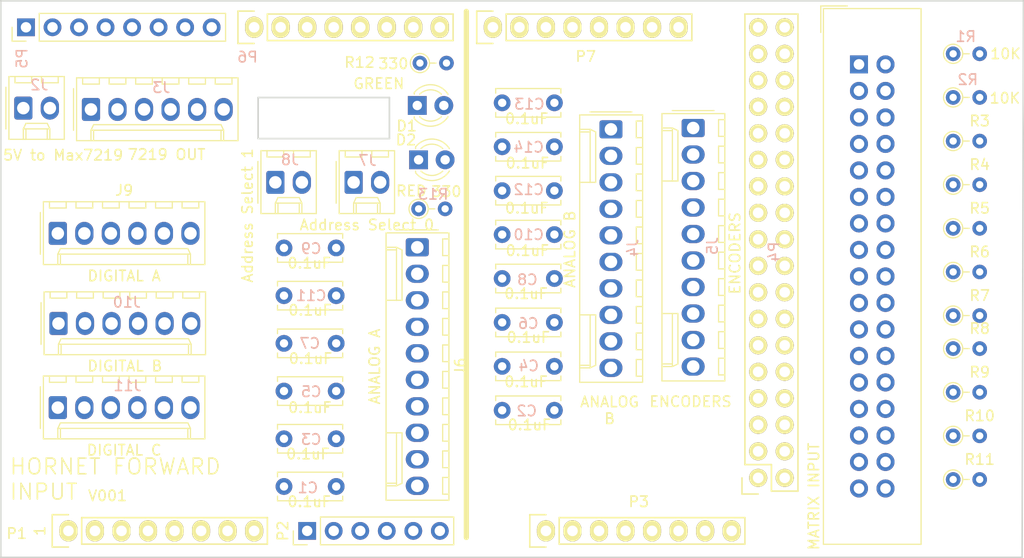
<source format=kicad_pcb>
(kicad_pcb (version 20171130) (host pcbnew "(5.1.5-0-10_14)")

  (general
    (thickness 1.6)
    (drawings 15)
    (tracks 0)
    (zones 0)
    (modules 47)
    (nets 69)
  )

  (page A4)
  (title_block
    (date "mar. 31 mars 2015")
  )

  (layers
    (0 F.Cu signal hide)
    (31 B.Cu signal hide)
    (32 B.Adhes user)
    (33 F.Adhes user)
    (34 B.Paste user)
    (35 F.Paste user)
    (36 B.SilkS user)
    (37 F.SilkS user)
    (38 B.Mask user)
    (39 F.Mask user)
    (40 Dwgs.User user)
    (41 Cmts.User user)
    (42 Eco1.User user)
    (43 Eco2.User user)
    (44 Edge.Cuts user)
    (45 Margin user)
    (46 B.CrtYd user)
    (47 F.CrtYd user)
    (48 B.Fab user)
    (49 F.Fab user)
  )

  (setup
    (last_trace_width 0.25)
    (trace_clearance 0.2)
    (zone_clearance 0.508)
    (zone_45_only no)
    (trace_min 0.2)
    (via_size 0.6)
    (via_drill 0.4)
    (via_min_size 0.4)
    (via_min_drill 0.3)
    (uvia_size 0.3)
    (uvia_drill 0.1)
    (uvias_allowed no)
    (uvia_min_size 0.2)
    (uvia_min_drill 0.1)
    (edge_width 0.15)
    (segment_width 0.15)
    (pcb_text_width 0.3)
    (pcb_text_size 1.5 1.5)
    (mod_edge_width 0.15)
    (mod_text_size 1 1)
    (mod_text_width 0.15)
    (pad_size 4.064 4.064)
    (pad_drill 3.048)
    (pad_to_mask_clearance 0)
    (aux_axis_origin 103.378 121.666)
    (visible_elements FFFFFF7F)
    (pcbplotparams
      (layerselection 0x00030_80000001)
      (usegerberextensions false)
      (usegerberattributes false)
      (usegerberadvancedattributes false)
      (creategerberjobfile false)
      (excludeedgelayer true)
      (linewidth 0.100000)
      (plotframeref false)
      (viasonmask false)
      (mode 1)
      (useauxorigin false)
      (hpglpennumber 1)
      (hpglpenspeed 20)
      (hpglpendiameter 15.000000)
      (psnegative false)
      (psa4output false)
      (plotreference true)
      (plotvalue true)
      (plotinvisibletext false)
      (padsonsilk false)
      (subtractmaskfromsilk false)
      (outputformat 1)
      (mirror false)
      (drillshape 1)
      (scaleselection 1)
      (outputdirectory ""))
  )

  (net 0 "")
  (net 1 GND)
  (net 2 /48)
  (net 3 /46)
  (net 4 /47)
  (net 5 /44)
  (net 6 /45)
  (net 7 /42)
  (net 8 /43)
  (net 9 /40)
  (net 10 /41)
  (net 11 /38)
  (net 12 /39)
  (net 13 /36)
  (net 14 /37)
  (net 15 /34)
  (net 16 /35)
  (net 17 /32)
  (net 18 /33)
  (net 19 /30)
  (net 20 /31)
  (net 21 /28)
  (net 22 /29)
  (net 23 /26)
  (net 24 /27)
  (net 25 /24)
  (net 26 /25)
  (net 27 /22)
  (net 28 /23)
  (net 29 +5V)
  (net 30 /A8)
  (net 31 /A9)
  (net 32 /A10)
  (net 33 /A11)
  (net 34 /A12)
  (net 35 /A13)
  (net 36 /A14)
  (net 37 /A15)
  (net 38 "/20(SDA)")
  (net 39 "/21(SCL)")
  (net 40 "/14(Tx3)")
  (net 41 "/15(Rx3)")
  (net 42 "/16(Tx2)")
  (net 43 "/17(Rx2)")
  (net 44 "/18(Tx1)")
  (net 45 "/19(Rx1)")
  (net 46 GNDD)
  (net 47 /A5)
  (net 48 /A4)
  (net 49 /A3)
  (net 50 /A2)
  (net 51 /A1)
  (net 52 /A0)
  (net 53 +5VL)
  (net 54 /D3)
  (net 55 /D2)
  (net 56 /D1)
  (net 57 /D0)
  (net 58 /D8)
  (net 59 /D7)
  (net 60 /D6)
  (net 61 /D5)
  (net 62 /D13)
  (net 63 /D12)
  (net 64 /D11)
  (net 65 /D9)
  (net 66 "Net-(D1-Pad2)")
  (net 67 "Net-(D2-Pad2)")
  (net 68 "Net-(J2-Pad2)")

  (net_class Default "This is the default net class."
    (clearance 0.2)
    (trace_width 0.25)
    (via_dia 0.6)
    (via_drill 0.4)
    (uvia_dia 0.3)
    (uvia_drill 0.1)
    (add_net +3V3)
    (add_net +5V)
    (add_net +5VL)
    (add_net "/14(Tx3)")
    (add_net "/15(Rx3)")
    (add_net "/16(Tx2)")
    (add_net "/17(Rx2)")
    (add_net "/18(Tx1)")
    (add_net "/19(Rx1)")
    (add_net "/20(SDA)")
    (add_net "/21(SCL)")
    (add_net /22)
    (add_net /23)
    (add_net /24)
    (add_net /25)
    (add_net /26)
    (add_net /27)
    (add_net /28)
    (add_net /29)
    (add_net /30)
    (add_net /31)
    (add_net /32)
    (add_net /33)
    (add_net /34)
    (add_net /35)
    (add_net /36)
    (add_net /37)
    (add_net /38)
    (add_net /39)
    (add_net /40)
    (add_net /41)
    (add_net /42)
    (add_net /43)
    (add_net /44)
    (add_net /45)
    (add_net /46)
    (add_net /47)
    (add_net /48)
    (add_net /49)
    (add_net /A0)
    (add_net /A1)
    (add_net /A10)
    (add_net /A11)
    (add_net /A12)
    (add_net /A13)
    (add_net /A14)
    (add_net /A15)
    (add_net /A2)
    (add_net /A3)
    (add_net /A4)
    (add_net /A5)
    (add_net /A8)
    (add_net /A9)
    (add_net /D0)
    (add_net /D1)
    (add_net /D11)
    (add_net /D12)
    (add_net /D13)
    (add_net /D2)
    (add_net /D3)
    (add_net /D5)
    (add_net /D6)
    (add_net /D7)
    (add_net /D8)
    (add_net /D9)
    (add_net /IOREF)
    (add_net /Reset)
    (add_net /Vin)
    (add_net GND)
    (add_net GNDD)
    (add_net "Net-(D1-Pad2)")
    (add_net "Net-(D2-Pad2)")
    (add_net "Net-(J1-Pad1)")
    (add_net "Net-(J1-Pad29)")
    (add_net "Net-(J1-Pad30)")
    (add_net "Net-(J1-Pad31)")
    (add_net "Net-(J1-Pad32)")
    (add_net "Net-(J1-Pad33)")
    (add_net "Net-(J1-Pad34)")
    (add_net "Net-(J2-Pad2)")
    (add_net "Net-(J3-Pad6)")
    (add_net "Net-(J5-Pad10)")
    (add_net "Net-(P1-Pad1)")
    (add_net "Net-(P4-Pad3)")
    (add_net "Net-(P4-Pad4)")
    (add_net "Net-(P4-Pad5)")
    (add_net "Net-(P4-Pad6)")
    (add_net "Net-(P5-Pad1)")
    (add_net "Net-(P5-Pad6)")
    (add_net "Net-(P6-Pad4)")
  )

  (module PT_Library_v001:Molex_1x02_P2.54mm_Vertical (layer F.Cu) (tedit 5B78013E) (tstamp 616DDE54)
    (at 151.13 85.725)
    (descr "Molex KK-254 Interconnect System, old/engineering part number: AE-6410-02A example for new part number: 22-27-2021, 2 Pins (http://www.molex.com/pdm_docs/sd/022272021_sd.pdf), generated with kicad-footprint-generator")
    (tags "connector Molex KK-254 side entry")
    (path /61704038)
    (fp_text reference J8 (at 1.397 -2.159) (layer B.SilkS)
      (effects (font (size 1 1) (thickness 0.15)) (justify mirror))
    )
    (fp_text value "Address Select 1" (at -2.667 3.175 90) (layer F.SilkS)
      (effects (font (size 1 1) (thickness 0.15)))
    )
    (fp_text user %R (at 1.27 -2.22) (layer F.Fab)
      (effects (font (size 1 1) (thickness 0.15)))
    )
    (fp_line (start 4.31 -3.42) (end -1.77 -3.42) (layer F.CrtYd) (width 0.05))
    (fp_line (start 4.31 3.38) (end 4.31 -3.42) (layer F.CrtYd) (width 0.05))
    (fp_line (start -1.77 3.38) (end 4.31 3.38) (layer F.CrtYd) (width 0.05))
    (fp_line (start -1.77 -3.42) (end -1.77 3.38) (layer F.CrtYd) (width 0.05))
    (fp_line (start 3.34 -2.43) (end 3.34 -3.03) (layer F.SilkS) (width 0.12))
    (fp_line (start 1.74 -2.43) (end 3.34 -2.43) (layer F.SilkS) (width 0.12))
    (fp_line (start 1.74 -3.03) (end 1.74 -2.43) (layer F.SilkS) (width 0.12))
    (fp_line (start 0.8 -2.43) (end 0.8 -3.03) (layer F.SilkS) (width 0.12))
    (fp_line (start -0.8 -2.43) (end 0.8 -2.43) (layer F.SilkS) (width 0.12))
    (fp_line (start -0.8 -3.03) (end -0.8 -2.43) (layer F.SilkS) (width 0.12))
    (fp_line (start 2.29 2.99) (end 2.29 1.99) (layer F.SilkS) (width 0.12))
    (fp_line (start 0.25 2.99) (end 0.25 1.99) (layer F.SilkS) (width 0.12))
    (fp_line (start 2.29 1.46) (end 2.54 1.99) (layer F.SilkS) (width 0.12))
    (fp_line (start 0.25 1.46) (end 2.29 1.46) (layer F.SilkS) (width 0.12))
    (fp_line (start 0 1.99) (end 0.25 1.46) (layer F.SilkS) (width 0.12))
    (fp_line (start 2.54 1.99) (end 2.54 2.99) (layer F.SilkS) (width 0.12))
    (fp_line (start 0 1.99) (end 2.54 1.99) (layer F.SilkS) (width 0.12))
    (fp_line (start 0 2.99) (end 0 1.99) (layer F.SilkS) (width 0.12))
    (fp_line (start -0.562893 0) (end -1.27 0.5) (layer F.Fab) (width 0.1))
    (fp_line (start -1.27 -0.5) (end -0.562893 0) (layer F.Fab) (width 0.1))
    (fp_line (start -1.67 -2) (end -1.67 2) (layer F.SilkS) (width 0.12))
    (fp_line (start 3.92 -3.03) (end -1.38 -3.03) (layer F.SilkS) (width 0.12))
    (fp_line (start 3.92 2.99) (end 3.92 -3.03) (layer F.SilkS) (width 0.12))
    (fp_line (start -1.38 2.99) (end 3.92 2.99) (layer F.SilkS) (width 0.12))
    (fp_line (start -1.38 -3.03) (end -1.38 2.99) (layer F.SilkS) (width 0.12))
    (fp_line (start 3.81 -2.92) (end -1.27 -2.92) (layer F.Fab) (width 0.1))
    (fp_line (start 3.81 2.88) (end 3.81 -2.92) (layer F.Fab) (width 0.1))
    (fp_line (start -1.27 2.88) (end 3.81 2.88) (layer F.Fab) (width 0.1))
    (fp_line (start -1.27 -2.92) (end -1.27 2.88) (layer F.Fab) (width 0.1))
    (pad 2 thru_hole oval (at 2.54 0) (size 1.74 2.2) (drill 1.2) (layers *.Cu *.Mask)
      (net 46 GNDD))
    (pad 1 thru_hole roundrect (at 0 0) (size 1.74 2.2) (drill 1.2) (layers *.Cu *.Mask) (roundrect_rratio 0.143678)
      (net 54 /D3))
    (model ${KISYS3DMOD}/Connector_Molex.3dshapes/Molex_KK-254_AE-6410-02A_1x02_P2.54mm_Vertical.wrl
      (at (xyz 0 0 0))
      (scale (xyz 1 1 1))
      (rotate (xyz 0 0 0))
    )
  )

  (module PT_Library_v001:PT_R_Axial_DIN0204_L3.6mm_D1.6mm_P2.54mm_Vertical (layer F.Cu) (tedit 5AE5139B) (tstamp 616DE1BD)
    (at 164.846 88.265)
    (descr "Resistor, Axial_DIN0204 series, Axial, Vertical, pin pitch=2.54mm, 0.167W, length*diameter=3.6*1.6mm^2, http://cdn-reichelt.de/documents/datenblatt/B400/1_4W%23YAG.pdf")
    (tags "Resistor Axial_DIN0204 series Axial Vertical pin pitch 2.54mm 0.167W length 3.6mm diameter 1.6mm")
    (path /616F7F11)
    (fp_text reference R13 (at 1.397 -1.397) (layer B.SilkS)
      (effects (font (size 1 1) (thickness 0.15)) (justify mirror))
    )
    (fp_text value 330 (at 2.667 -1.651) (layer F.SilkS)
      (effects (font (size 1 1) (thickness 0.15)))
    )
    (fp_circle (center 0 0) (end 0.8 0) (layer F.Fab) (width 0.1))
    (fp_circle (center 0 0) (end 0.92 0) (layer F.SilkS) (width 0.12))
    (fp_line (start 0 0) (end 2.54 0) (layer F.Fab) (width 0.1))
    (fp_line (start 0.92 0) (end 1.54 0) (layer F.SilkS) (width 0.12))
    (fp_line (start -1.05 -1.05) (end -1.05 1.05) (layer F.CrtYd) (width 0.05))
    (fp_line (start -1.05 1.05) (end 3.49 1.05) (layer F.CrtYd) (width 0.05))
    (fp_line (start 3.49 1.05) (end 3.49 -1.05) (layer F.CrtYd) (width 0.05))
    (fp_line (start 3.49 -1.05) (end -1.05 -1.05) (layer F.CrtYd) (width 0.05))
    (fp_text user %R (at 1.2065 0.1905) (layer F.Fab)
      (effects (font (size 1 1) (thickness 0.15)))
    )
    (pad 1 thru_hole circle (at 0 0) (size 1.4 1.4) (drill 0.7) (layers *.Cu *.Mask)
      (net 60 /D6))
    (pad 2 thru_hole oval (at 2.54 0) (size 1.4 1.4) (drill 0.7) (layers *.Cu *.Mask)
      (net 67 "Net-(D2-Pad2)"))
    (model ${KISYS3DMOD}/Resistor_THT.3dshapes/R_Axial_DIN0204_L3.6mm_D1.6mm_P2.54mm_Vertical.wrl
      (at (xyz 0 0 0))
      (scale (xyz 1 1 1))
      (rotate (xyz 0 0 0))
    )
  )

  (module PT_Library_v001:PT_R_Axial_DIN0204_L3.6mm_D1.6mm_P2.54mm_Vertical (layer F.Cu) (tedit 5AE5139B) (tstamp 616DE1AE)
    (at 164.973 74.295)
    (descr "Resistor, Axial_DIN0204 series, Axial, Vertical, pin pitch=2.54mm, 0.167W, length*diameter=3.6*1.6mm^2, http://cdn-reichelt.de/documents/datenblatt/B400/1_4W%23YAG.pdf")
    (tags "Resistor Axial_DIN0204 series Axial Vertical pin pitch 2.54mm 0.167W length 3.6mm diameter 1.6mm")
    (path /616EFF2F)
    (fp_text reference R12 (at -5.7785 -0.0635) (layer F.SilkS)
      (effects (font (size 1 1) (thickness 0.15)))
    )
    (fp_text value 330 (at -2.54 0.0635) (layer F.SilkS)
      (effects (font (size 1 1) (thickness 0.15)))
    )
    (fp_circle (center 0 0) (end 0.8 0) (layer F.Fab) (width 0.1))
    (fp_circle (center 0 0) (end 0.92 0) (layer F.SilkS) (width 0.12))
    (fp_line (start 0 0) (end 2.54 0) (layer F.Fab) (width 0.1))
    (fp_line (start 0.92 0) (end 1.54 0) (layer F.SilkS) (width 0.12))
    (fp_line (start -1.05 -1.05) (end -1.05 1.05) (layer F.CrtYd) (width 0.05))
    (fp_line (start -1.05 1.05) (end 3.49 1.05) (layer F.CrtYd) (width 0.05))
    (fp_line (start 3.49 1.05) (end 3.49 -1.05) (layer F.CrtYd) (width 0.05))
    (fp_line (start 3.49 -1.05) (end -1.05 -1.05) (layer F.CrtYd) (width 0.05))
    (fp_text user %R (at 2.54 -1.92) (layer F.Fab)
      (effects (font (size 1 1) (thickness 0.15)))
    )
    (pad 1 thru_hole circle (at 0 0) (size 1.4 1.4) (drill 0.7) (layers *.Cu *.Mask)
      (net 61 /D5))
    (pad 2 thru_hole oval (at 2.54 0) (size 1.4 1.4) (drill 0.7) (layers *.Cu *.Mask)
      (net 66 "Net-(D1-Pad2)"))
    (model ${KISYS3DMOD}/Resistor_THT.3dshapes/R_Axial_DIN0204_L3.6mm_D1.6mm_P2.54mm_Vertical.wrl
      (at (xyz 0 0 0))
      (scale (xyz 1 1 1))
      (rotate (xyz 0 0 0))
    )
  )

  (module PT_Library_v001:Molex_1x02_P2.54mm_Vertical (layer F.Cu) (tedit 5B78013E) (tstamp 616DDE20)
    (at 158.623 85.725)
    (descr "Molex KK-254 Interconnect System, old/engineering part number: AE-6410-02A example for new part number: 22-27-2021, 2 Pins (http://www.molex.com/pdm_docs/sd/022272021_sd.pdf), generated with kicad-footprint-generator")
    (tags "connector Molex KK-254 side entry")
    (path /61703257)
    (fp_text reference J7 (at 1.3335 -2.0955) (layer B.SilkS)
      (effects (font (size 1 1) (thickness 0.15)) (justify mirror))
    )
    (fp_text value "Address Select 0" (at 1.27 4.08) (layer F.SilkS)
      (effects (font (size 1 1) (thickness 0.15)))
    )
    (fp_text user %R (at 1.27 -2.22) (layer F.Fab)
      (effects (font (size 1 1) (thickness 0.15)))
    )
    (fp_line (start 4.31 -3.42) (end -1.77 -3.42) (layer F.CrtYd) (width 0.05))
    (fp_line (start 4.31 3.38) (end 4.31 -3.42) (layer F.CrtYd) (width 0.05))
    (fp_line (start -1.77 3.38) (end 4.31 3.38) (layer F.CrtYd) (width 0.05))
    (fp_line (start -1.77 -3.42) (end -1.77 3.38) (layer F.CrtYd) (width 0.05))
    (fp_line (start 3.34 -2.43) (end 3.34 -3.03) (layer F.SilkS) (width 0.12))
    (fp_line (start 1.74 -2.43) (end 3.34 -2.43) (layer F.SilkS) (width 0.12))
    (fp_line (start 1.74 -3.03) (end 1.74 -2.43) (layer F.SilkS) (width 0.12))
    (fp_line (start 0.8 -2.43) (end 0.8 -3.03) (layer F.SilkS) (width 0.12))
    (fp_line (start -0.8 -2.43) (end 0.8 -2.43) (layer F.SilkS) (width 0.12))
    (fp_line (start -0.8 -3.03) (end -0.8 -2.43) (layer F.SilkS) (width 0.12))
    (fp_line (start 2.29 2.99) (end 2.29 1.99) (layer F.SilkS) (width 0.12))
    (fp_line (start 0.25 2.99) (end 0.25 1.99) (layer F.SilkS) (width 0.12))
    (fp_line (start 2.29 1.46) (end 2.54 1.99) (layer F.SilkS) (width 0.12))
    (fp_line (start 0.25 1.46) (end 2.29 1.46) (layer F.SilkS) (width 0.12))
    (fp_line (start 0 1.99) (end 0.25 1.46) (layer F.SilkS) (width 0.12))
    (fp_line (start 2.54 1.99) (end 2.54 2.99) (layer F.SilkS) (width 0.12))
    (fp_line (start 0 1.99) (end 2.54 1.99) (layer F.SilkS) (width 0.12))
    (fp_line (start 0 2.99) (end 0 1.99) (layer F.SilkS) (width 0.12))
    (fp_line (start -0.562893 0) (end -1.27 0.5) (layer F.Fab) (width 0.1))
    (fp_line (start -1.27 -0.5) (end -0.562893 0) (layer F.Fab) (width 0.1))
    (fp_line (start -1.67 -2) (end -1.67 2) (layer F.SilkS) (width 0.12))
    (fp_line (start 3.92 -3.03) (end -1.38 -3.03) (layer F.SilkS) (width 0.12))
    (fp_line (start 3.92 2.99) (end 3.92 -3.03) (layer F.SilkS) (width 0.12))
    (fp_line (start -1.38 2.99) (end 3.92 2.99) (layer F.SilkS) (width 0.12))
    (fp_line (start -1.38 -3.03) (end -1.38 2.99) (layer F.SilkS) (width 0.12))
    (fp_line (start 3.81 -2.92) (end -1.27 -2.92) (layer F.Fab) (width 0.1))
    (fp_line (start 3.81 2.88) (end 3.81 -2.92) (layer F.Fab) (width 0.1))
    (fp_line (start -1.27 2.88) (end 3.81 2.88) (layer F.Fab) (width 0.1))
    (fp_line (start -1.27 -2.92) (end -1.27 2.88) (layer F.Fab) (width 0.1))
    (pad 2 thru_hole oval (at 2.54 0) (size 1.74 2.2) (drill 1.2) (layers *.Cu *.Mask)
      (net 46 GNDD))
    (pad 1 thru_hole roundrect (at 0 0) (size 1.74 2.2) (drill 1.2) (layers *.Cu *.Mask) (roundrect_rratio 0.143678)
      (net 55 /D2))
    (model ${KISYS3DMOD}/Connector_Molex.3dshapes/Molex_KK-254_AE-6410-02A_1x02_P2.54mm_Vertical.wrl
      (at (xyz 0 0 0))
      (scale (xyz 1 1 1))
      (rotate (xyz 0 0 0))
    )
  )

  (module PT_Library_v001:Molex_1x06_P2.54mm_Vertical (layer F.Cu) (tedit 5B78013E) (tstamp 616DDD21)
    (at 133.477 78.74)
    (descr "Molex KK-254 Interconnect System, old/engineering part number: AE-6410-06A example for new part number: 22-27-2061, 6 Pins (http://www.molex.com/pdm_docs/sd/022272021_sd.pdf), generated with kicad-footprint-generator")
    (tags "connector Molex KK-254 side entry")
    (path /61726457)
    (fp_text reference J3 (at 6.731 -2.0955) (layer B.SilkS)
      (effects (font (size 1 1) (thickness 0.15)) (justify mirror))
    )
    (fp_text value "7219 OUT" (at 7.239 4.318) (layer F.SilkS)
      (effects (font (size 1 1) (thickness 0.15)))
    )
    (fp_text user %R (at 6.35 -2.22) (layer F.Fab)
      (effects (font (size 1 1) (thickness 0.15)))
    )
    (fp_line (start 14.47 -3.42) (end -1.77 -3.42) (layer F.CrtYd) (width 0.05))
    (fp_line (start 14.47 3.38) (end 14.47 -3.42) (layer F.CrtYd) (width 0.05))
    (fp_line (start -1.77 3.38) (end 14.47 3.38) (layer F.CrtYd) (width 0.05))
    (fp_line (start -1.77 -3.42) (end -1.77 3.38) (layer F.CrtYd) (width 0.05))
    (fp_line (start 13.5 -2.43) (end 13.5 -3.03) (layer F.SilkS) (width 0.12))
    (fp_line (start 11.9 -2.43) (end 13.5 -2.43) (layer F.SilkS) (width 0.12))
    (fp_line (start 11.9 -3.03) (end 11.9 -2.43) (layer F.SilkS) (width 0.12))
    (fp_line (start 10.96 -2.43) (end 10.96 -3.03) (layer F.SilkS) (width 0.12))
    (fp_line (start 9.36 -2.43) (end 10.96 -2.43) (layer F.SilkS) (width 0.12))
    (fp_line (start 9.36 -3.03) (end 9.36 -2.43) (layer F.SilkS) (width 0.12))
    (fp_line (start 8.42 -2.43) (end 8.42 -3.03) (layer F.SilkS) (width 0.12))
    (fp_line (start 6.82 -2.43) (end 8.42 -2.43) (layer F.SilkS) (width 0.12))
    (fp_line (start 6.82 -3.03) (end 6.82 -2.43) (layer F.SilkS) (width 0.12))
    (fp_line (start 5.88 -2.43) (end 5.88 -3.03) (layer F.SilkS) (width 0.12))
    (fp_line (start 4.28 -2.43) (end 5.88 -2.43) (layer F.SilkS) (width 0.12))
    (fp_line (start 4.28 -3.03) (end 4.28 -2.43) (layer F.SilkS) (width 0.12))
    (fp_line (start 3.34 -2.43) (end 3.34 -3.03) (layer F.SilkS) (width 0.12))
    (fp_line (start 1.74 -2.43) (end 3.34 -2.43) (layer F.SilkS) (width 0.12))
    (fp_line (start 1.74 -3.03) (end 1.74 -2.43) (layer F.SilkS) (width 0.12))
    (fp_line (start 0.8 -2.43) (end 0.8 -3.03) (layer F.SilkS) (width 0.12))
    (fp_line (start -0.8 -2.43) (end 0.8 -2.43) (layer F.SilkS) (width 0.12))
    (fp_line (start -0.8 -3.03) (end -0.8 -2.43) (layer F.SilkS) (width 0.12))
    (fp_line (start 12.45 2.99) (end 12.45 1.99) (layer F.SilkS) (width 0.12))
    (fp_line (start 0.25 2.99) (end 0.25 1.99) (layer F.SilkS) (width 0.12))
    (fp_line (start 12.45 1.46) (end 12.7 1.99) (layer F.SilkS) (width 0.12))
    (fp_line (start 0.25 1.46) (end 12.45 1.46) (layer F.SilkS) (width 0.12))
    (fp_line (start 0 1.99) (end 0.25 1.46) (layer F.SilkS) (width 0.12))
    (fp_line (start 12.7 1.99) (end 12.7 2.99) (layer F.SilkS) (width 0.12))
    (fp_line (start 0 1.99) (end 12.7 1.99) (layer F.SilkS) (width 0.12))
    (fp_line (start 0 2.99) (end 0 1.99) (layer F.SilkS) (width 0.12))
    (fp_line (start -0.562893 0) (end -1.27 0.5) (layer F.Fab) (width 0.1))
    (fp_line (start -1.27 -0.5) (end -0.562893 0) (layer F.Fab) (width 0.1))
    (fp_line (start -1.67 -2) (end -1.67 2) (layer F.SilkS) (width 0.12))
    (fp_line (start 14.08 -3.03) (end -1.38 -3.03) (layer F.SilkS) (width 0.12))
    (fp_line (start 14.08 2.99) (end 14.08 -3.03) (layer F.SilkS) (width 0.12))
    (fp_line (start -1.38 2.99) (end 14.08 2.99) (layer F.SilkS) (width 0.12))
    (fp_line (start -1.38 -3.03) (end -1.38 2.99) (layer F.SilkS) (width 0.12))
    (fp_line (start 13.97 -2.92) (end -1.27 -2.92) (layer F.Fab) (width 0.1))
    (fp_line (start 13.97 2.88) (end 13.97 -2.92) (layer F.Fab) (width 0.1))
    (fp_line (start -1.27 2.88) (end 13.97 2.88) (layer F.Fab) (width 0.1))
    (fp_line (start -1.27 -2.92) (end -1.27 2.88) (layer F.Fab) (width 0.1))
    (pad 6 thru_hole oval (at 12.7 0) (size 1.74 2.2) (drill 1.2) (layers *.Cu *.Mask))
    (pad 5 thru_hole oval (at 10.16 0) (size 1.74 2.2) (drill 1.2) (layers *.Cu *.Mask)
      (net 59 /D7))
    (pad 4 thru_hole oval (at 7.62 0) (size 1.74 2.2) (drill 1.2) (layers *.Cu *.Mask)
      (net 58 /D8))
    (pad 3 thru_hole oval (at 5.08 0) (size 1.74 2.2) (drill 1.2) (layers *.Cu *.Mask)
      (net 65 /D9))
    (pad 2 thru_hole oval (at 2.54 0) (size 1.74 2.2) (drill 1.2) (layers *.Cu *.Mask)
      (net 46 GNDD))
    (pad 1 thru_hole roundrect (at 0 0) (size 1.74 2.2) (drill 1.2) (layers *.Cu *.Mask) (roundrect_rratio 0.143678)
      (net 68 "Net-(J2-Pad2)"))
    (model ${KISYS3DMOD}/Connector_Molex.3dshapes/Molex_KK-254_AE-6410-06A_1x06_P2.54mm_Vertical.wrl
      (at (xyz 0 0 0))
      (scale (xyz 1 1 1))
      (rotate (xyz 0 0 0))
    )
  )

  (module PT_Library_v001:Molex_1x02_P2.54mm_Vertical (layer F.Cu) (tedit 5B78013E) (tstamp 616DDCED)
    (at 127 78.613)
    (descr "Molex KK-254 Interconnect System, old/engineering part number: AE-6410-02A example for new part number: 22-27-2021, 2 Pins (http://www.molex.com/pdm_docs/sd/022272021_sd.pdf), generated with kicad-footprint-generator")
    (tags "connector Molex KK-254 side entry")
    (path /61728B28)
    (fp_text reference J2 (at 1.524 -2.2225) (layer B.SilkS)
      (effects (font (size 1 1) (thickness 0.15)) (justify mirror))
    )
    (fp_text value "5V to Max7219" (at 3.81 4.5085) (layer F.SilkS)
      (effects (font (size 1 1) (thickness 0.15)))
    )
    (fp_text user %R (at 1.27 -2.22) (layer F.Fab)
      (effects (font (size 1 1) (thickness 0.15)))
    )
    (fp_line (start 4.31 -3.42) (end -1.77 -3.42) (layer F.CrtYd) (width 0.05))
    (fp_line (start 4.31 3.38) (end 4.31 -3.42) (layer F.CrtYd) (width 0.05))
    (fp_line (start -1.77 3.38) (end 4.31 3.38) (layer F.CrtYd) (width 0.05))
    (fp_line (start -1.77 -3.42) (end -1.77 3.38) (layer F.CrtYd) (width 0.05))
    (fp_line (start 3.34 -2.43) (end 3.34 -3.03) (layer F.SilkS) (width 0.12))
    (fp_line (start 1.74 -2.43) (end 3.34 -2.43) (layer F.SilkS) (width 0.12))
    (fp_line (start 1.74 -3.03) (end 1.74 -2.43) (layer F.SilkS) (width 0.12))
    (fp_line (start 0.8 -2.43) (end 0.8 -3.03) (layer F.SilkS) (width 0.12))
    (fp_line (start -0.8 -2.43) (end 0.8 -2.43) (layer F.SilkS) (width 0.12))
    (fp_line (start -0.8 -3.03) (end -0.8 -2.43) (layer F.SilkS) (width 0.12))
    (fp_line (start 2.29 2.99) (end 2.29 1.99) (layer F.SilkS) (width 0.12))
    (fp_line (start 0.25 2.99) (end 0.25 1.99) (layer F.SilkS) (width 0.12))
    (fp_line (start 2.29 1.46) (end 2.54 1.99) (layer F.SilkS) (width 0.12))
    (fp_line (start 0.25 1.46) (end 2.29 1.46) (layer F.SilkS) (width 0.12))
    (fp_line (start 0 1.99) (end 0.25 1.46) (layer F.SilkS) (width 0.12))
    (fp_line (start 2.54 1.99) (end 2.54 2.99) (layer F.SilkS) (width 0.12))
    (fp_line (start 0 1.99) (end 2.54 1.99) (layer F.SilkS) (width 0.12))
    (fp_line (start 0 2.99) (end 0 1.99) (layer F.SilkS) (width 0.12))
    (fp_line (start -0.562893 0) (end -1.27 0.5) (layer F.Fab) (width 0.1))
    (fp_line (start -1.27 -0.5) (end -0.562893 0) (layer F.Fab) (width 0.1))
    (fp_line (start -1.67 -2) (end -1.67 2) (layer F.SilkS) (width 0.12))
    (fp_line (start 3.92 -3.03) (end -1.38 -3.03) (layer F.SilkS) (width 0.12))
    (fp_line (start 3.92 2.99) (end 3.92 -3.03) (layer F.SilkS) (width 0.12))
    (fp_line (start -1.38 2.99) (end 3.92 2.99) (layer F.SilkS) (width 0.12))
    (fp_line (start -1.38 -3.03) (end -1.38 2.99) (layer F.SilkS) (width 0.12))
    (fp_line (start 3.81 -2.92) (end -1.27 -2.92) (layer F.Fab) (width 0.1))
    (fp_line (start 3.81 2.88) (end 3.81 -2.92) (layer F.Fab) (width 0.1))
    (fp_line (start -1.27 2.88) (end 3.81 2.88) (layer F.Fab) (width 0.1))
    (fp_line (start -1.27 -2.92) (end -1.27 2.88) (layer F.Fab) (width 0.1))
    (pad 2 thru_hole oval (at 2.54 0) (size 1.74 2.2) (drill 1.2) (layers *.Cu *.Mask)
      (net 68 "Net-(J2-Pad2)"))
    (pad 1 thru_hole roundrect (at 0 0) (size 1.74 2.2) (drill 1.2) (layers *.Cu *.Mask) (roundrect_rratio 0.143678)
      (net 53 +5VL))
    (model ${KISYS3DMOD}/Connector_Molex.3dshapes/Molex_KK-254_AE-6410-02A_1x02_P2.54mm_Vertical.wrl
      (at (xyz 0 0 0))
      (scale (xyz 1 1 1))
      (rotate (xyz 0 0 0))
    )
  )

  (module LED_THT:LED_D3.0mm (layer F.Cu) (tedit 587A3A7B) (tstamp 616DDC4B)
    (at 164.846 83.566)
    (descr "LED, diameter 3.0mm, 2 pins")
    (tags "LED diameter 3.0mm 2 pins")
    (path /616F7F07)
    (fp_text reference D2 (at -1.2065 -1.905) (layer F.SilkS)
      (effects (font (size 1 1) (thickness 0.15)))
    )
    (fp_text value RED (at -0.6985 2.9845) (layer F.SilkS)
      (effects (font (size 1 1) (thickness 0.15)))
    )
    (fp_line (start 3.7 -2.25) (end -1.15 -2.25) (layer F.CrtYd) (width 0.05))
    (fp_line (start 3.7 2.25) (end 3.7 -2.25) (layer F.CrtYd) (width 0.05))
    (fp_line (start -1.15 2.25) (end 3.7 2.25) (layer F.CrtYd) (width 0.05))
    (fp_line (start -1.15 -2.25) (end -1.15 2.25) (layer F.CrtYd) (width 0.05))
    (fp_line (start -0.29 1.08) (end -0.29 1.236) (layer F.SilkS) (width 0.12))
    (fp_line (start -0.29 -1.236) (end -0.29 -1.08) (layer F.SilkS) (width 0.12))
    (fp_line (start -0.23 -1.16619) (end -0.23 1.16619) (layer F.Fab) (width 0.1))
    (fp_circle (center 1.27 0) (end 2.77 0) (layer F.Fab) (width 0.1))
    (fp_arc (start 1.27 0) (end 0.229039 1.08) (angle -87.9) (layer F.SilkS) (width 0.12))
    (fp_arc (start 1.27 0) (end 0.229039 -1.08) (angle 87.9) (layer F.SilkS) (width 0.12))
    (fp_arc (start 1.27 0) (end -0.29 1.235516) (angle -108.8) (layer F.SilkS) (width 0.12))
    (fp_arc (start 1.27 0) (end -0.29 -1.235516) (angle 108.8) (layer F.SilkS) (width 0.12))
    (fp_arc (start 1.27 0) (end -0.23 -1.16619) (angle 284.3) (layer F.Fab) (width 0.1))
    (pad 2 thru_hole circle (at 2.54 0) (size 1.8 1.8) (drill 0.9) (layers *.Cu *.Mask)
      (net 67 "Net-(D2-Pad2)"))
    (pad 1 thru_hole rect (at 0 0) (size 1.8 1.8) (drill 0.9) (layers *.Cu *.Mask)
      (net 46 GNDD))
    (model ${KISYS3DMOD}/LED_THT.3dshapes/LED_D3.0mm.wrl
      (at (xyz 0 0 0))
      (scale (xyz 1 1 1))
      (rotate (xyz 0 0 0))
    )
  )

  (module LED_THT:LED_D3.0mm (layer F.Cu) (tedit 587A3A7B) (tstamp 616DDC38)
    (at 164.719 78.359)
    (descr "LED, diameter 3.0mm, 2 pins")
    (tags "LED diameter 3.0mm 2 pins")
    (path /616EE56B)
    (fp_text reference D1 (at -1.016 1.9685) (layer F.SilkS)
      (effects (font (size 1 1) (thickness 0.15)))
    )
    (fp_text value GREEN (at -3.683 -2.0955) (layer F.SilkS)
      (effects (font (size 1 1) (thickness 0.15)))
    )
    (fp_line (start 3.7 -2.25) (end -1.15 -2.25) (layer F.CrtYd) (width 0.05))
    (fp_line (start 3.7 2.25) (end 3.7 -2.25) (layer F.CrtYd) (width 0.05))
    (fp_line (start -1.15 2.25) (end 3.7 2.25) (layer F.CrtYd) (width 0.05))
    (fp_line (start -1.15 -2.25) (end -1.15 2.25) (layer F.CrtYd) (width 0.05))
    (fp_line (start -0.29 1.08) (end -0.29 1.236) (layer F.SilkS) (width 0.12))
    (fp_line (start -0.29 -1.236) (end -0.29 -1.08) (layer F.SilkS) (width 0.12))
    (fp_line (start -0.23 -1.16619) (end -0.23 1.16619) (layer F.Fab) (width 0.1))
    (fp_circle (center 1.27 0) (end 2.77 0) (layer F.Fab) (width 0.1))
    (fp_arc (start 1.27 0) (end 0.229039 1.08) (angle -87.9) (layer F.SilkS) (width 0.12))
    (fp_arc (start 1.27 0) (end 0.229039 -1.08) (angle 87.9) (layer F.SilkS) (width 0.12))
    (fp_arc (start 1.27 0) (end -0.29 1.235516) (angle -108.8) (layer F.SilkS) (width 0.12))
    (fp_arc (start 1.27 0) (end -0.29 -1.235516) (angle 108.8) (layer F.SilkS) (width 0.12))
    (fp_arc (start 1.27 0) (end -0.23 -1.16619) (angle 284.3) (layer F.Fab) (width 0.1))
    (pad 2 thru_hole circle (at 2.54 0) (size 1.8 1.8) (drill 0.9) (layers *.Cu *.Mask)
      (net 66 "Net-(D1-Pad2)"))
    (pad 1 thru_hole rect (at 0 0) (size 1.8 1.8) (drill 0.9) (layers *.Cu *.Mask)
      (net 46 GNDD))
    (model ${KISYS3DMOD}/LED_THT.3dshapes/LED_D3.0mm.wrl
      (at (xyz 0 0 0))
      (scale (xyz 1 1 1))
      (rotate (xyz 0 0 0))
    )
  )

  (module PT_Library_v001:Molex_1x06_P2.54mm_Vertical (layer F.Cu) (tedit 5B78013E) (tstamp 616BF44F)
    (at 130.302 107.315)
    (descr "Molex KK-254 Interconnect System, old/engineering part number: AE-6410-06A example for new part number: 22-27-2061, 6 Pins (http://www.molex.com/pdm_docs/sd/022272021_sd.pdf), generated with kicad-footprint-generator")
    (tags "connector Molex KK-254 side entry")
    (path /61851AAB)
    (fp_text reference J11 (at 6.6675 -2.0955) (layer B.SilkS)
      (effects (font (size 1 1) (thickness 0.15)) (justify mirror))
    )
    (fp_text value "DIGITAL C" (at 6.35 4.08) (layer F.SilkS)
      (effects (font (size 1 1) (thickness 0.15)))
    )
    (fp_text user %R (at 6.35 -2.22) (layer F.Fab)
      (effects (font (size 1 1) (thickness 0.15)))
    )
    (fp_line (start 14.47 -3.42) (end -1.77 -3.42) (layer F.CrtYd) (width 0.05))
    (fp_line (start 14.47 3.38) (end 14.47 -3.42) (layer F.CrtYd) (width 0.05))
    (fp_line (start -1.77 3.38) (end 14.47 3.38) (layer F.CrtYd) (width 0.05))
    (fp_line (start -1.77 -3.42) (end -1.77 3.38) (layer F.CrtYd) (width 0.05))
    (fp_line (start 13.5 -2.43) (end 13.5 -3.03) (layer F.SilkS) (width 0.12))
    (fp_line (start 11.9 -2.43) (end 13.5 -2.43) (layer F.SilkS) (width 0.12))
    (fp_line (start 11.9 -3.03) (end 11.9 -2.43) (layer F.SilkS) (width 0.12))
    (fp_line (start 10.96 -2.43) (end 10.96 -3.03) (layer F.SilkS) (width 0.12))
    (fp_line (start 9.36 -2.43) (end 10.96 -2.43) (layer F.SilkS) (width 0.12))
    (fp_line (start 9.36 -3.03) (end 9.36 -2.43) (layer F.SilkS) (width 0.12))
    (fp_line (start 8.42 -2.43) (end 8.42 -3.03) (layer F.SilkS) (width 0.12))
    (fp_line (start 6.82 -2.43) (end 8.42 -2.43) (layer F.SilkS) (width 0.12))
    (fp_line (start 6.82 -3.03) (end 6.82 -2.43) (layer F.SilkS) (width 0.12))
    (fp_line (start 5.88 -2.43) (end 5.88 -3.03) (layer F.SilkS) (width 0.12))
    (fp_line (start 4.28 -2.43) (end 5.88 -2.43) (layer F.SilkS) (width 0.12))
    (fp_line (start 4.28 -3.03) (end 4.28 -2.43) (layer F.SilkS) (width 0.12))
    (fp_line (start 3.34 -2.43) (end 3.34 -3.03) (layer F.SilkS) (width 0.12))
    (fp_line (start 1.74 -2.43) (end 3.34 -2.43) (layer F.SilkS) (width 0.12))
    (fp_line (start 1.74 -3.03) (end 1.74 -2.43) (layer F.SilkS) (width 0.12))
    (fp_line (start 0.8 -2.43) (end 0.8 -3.03) (layer F.SilkS) (width 0.12))
    (fp_line (start -0.8 -2.43) (end 0.8 -2.43) (layer F.SilkS) (width 0.12))
    (fp_line (start -0.8 -3.03) (end -0.8 -2.43) (layer F.SilkS) (width 0.12))
    (fp_line (start 12.45 2.99) (end 12.45 1.99) (layer F.SilkS) (width 0.12))
    (fp_line (start 0.25 2.99) (end 0.25 1.99) (layer F.SilkS) (width 0.12))
    (fp_line (start 12.45 1.46) (end 12.7 1.99) (layer F.SilkS) (width 0.12))
    (fp_line (start 0.25 1.46) (end 12.45 1.46) (layer F.SilkS) (width 0.12))
    (fp_line (start 0 1.99) (end 0.25 1.46) (layer F.SilkS) (width 0.12))
    (fp_line (start 12.7 1.99) (end 12.7 2.99) (layer F.SilkS) (width 0.12))
    (fp_line (start 0 1.99) (end 12.7 1.99) (layer F.SilkS) (width 0.12))
    (fp_line (start 0 2.99) (end 0 1.99) (layer F.SilkS) (width 0.12))
    (fp_line (start -0.562893 0) (end -1.27 0.5) (layer F.Fab) (width 0.1))
    (fp_line (start -1.27 -0.5) (end -0.562893 0) (layer F.Fab) (width 0.1))
    (fp_line (start -1.67 -2) (end -1.67 2) (layer F.SilkS) (width 0.12))
    (fp_line (start 14.08 -3.03) (end -1.38 -3.03) (layer F.SilkS) (width 0.12))
    (fp_line (start 14.08 2.99) (end 14.08 -3.03) (layer F.SilkS) (width 0.12))
    (fp_line (start -1.38 2.99) (end 14.08 2.99) (layer F.SilkS) (width 0.12))
    (fp_line (start -1.38 -3.03) (end -1.38 2.99) (layer F.SilkS) (width 0.12))
    (fp_line (start 13.97 -2.92) (end -1.27 -2.92) (layer F.Fab) (width 0.1))
    (fp_line (start 13.97 2.88) (end 13.97 -2.92) (layer F.Fab) (width 0.1))
    (fp_line (start -1.27 2.88) (end 13.97 2.88) (layer F.Fab) (width 0.1))
    (fp_line (start -1.27 -2.92) (end -1.27 2.88) (layer F.Fab) (width 0.1))
    (pad 6 thru_hole oval (at 12.7 0) (size 1.74 2.2) (drill 1.2) (layers *.Cu *.Mask)
      (net 62 /D13))
    (pad 5 thru_hole oval (at 10.16 0) (size 1.74 2.2) (drill 1.2) (layers *.Cu *.Mask)
      (net 63 /D12))
    (pad 4 thru_hole oval (at 7.62 0) (size 1.74 2.2) (drill 1.2) (layers *.Cu *.Mask)
      (net 64 /D11))
    (pad 3 thru_hole oval (at 5.08 0) (size 1.74 2.2) (drill 1.2) (layers *.Cu *.Mask)
      (net 65 /D9))
    (pad 2 thru_hole oval (at 2.54 0) (size 1.74 2.2) (drill 1.2) (layers *.Cu *.Mask)
      (net 46 GNDD))
    (pad 1 thru_hole roundrect (at 0 0) (size 1.74 2.2) (drill 1.2) (layers *.Cu *.Mask) (roundrect_rratio 0.143678)
      (net 53 +5VL))
    (model ${KISYS3DMOD}/Connector_Molex.3dshapes/Molex_KK-254_AE-6410-06A_1x06_P2.54mm_Vertical.wrl
      (at (xyz 0 0 0))
      (scale (xyz 1 1 1))
      (rotate (xyz 0 0 0))
    )
  )

  (module PT_Library_v001:Molex_1x06_P2.54mm_Vertical (layer F.Cu) (tedit 5B78013E) (tstamp 616BF41B)
    (at 130.3655 99.2505)
    (descr "Molex KK-254 Interconnect System, old/engineering part number: AE-6410-06A example for new part number: 22-27-2061, 6 Pins (http://www.molex.com/pdm_docs/sd/022272021_sd.pdf), generated with kicad-footprint-generator")
    (tags "connector Molex KK-254 side entry")
    (path /618381F7)
    (fp_text reference J10 (at 6.5405 -2.032) (layer B.SilkS)
      (effects (font (size 1 1) (thickness 0.15)) (justify mirror))
    )
    (fp_text value "DIGITAL B" (at 6.35 4.08) (layer F.SilkS)
      (effects (font (size 1 1) (thickness 0.15)))
    )
    (fp_text user %R (at 6.35 -2.22) (layer F.Fab)
      (effects (font (size 1 1) (thickness 0.15)))
    )
    (fp_line (start 14.47 -3.42) (end -1.77 -3.42) (layer F.CrtYd) (width 0.05))
    (fp_line (start 14.47 3.38) (end 14.47 -3.42) (layer F.CrtYd) (width 0.05))
    (fp_line (start -1.77 3.38) (end 14.47 3.38) (layer F.CrtYd) (width 0.05))
    (fp_line (start -1.77 -3.42) (end -1.77 3.38) (layer F.CrtYd) (width 0.05))
    (fp_line (start 13.5 -2.43) (end 13.5 -3.03) (layer F.SilkS) (width 0.12))
    (fp_line (start 11.9 -2.43) (end 13.5 -2.43) (layer F.SilkS) (width 0.12))
    (fp_line (start 11.9 -3.03) (end 11.9 -2.43) (layer F.SilkS) (width 0.12))
    (fp_line (start 10.96 -2.43) (end 10.96 -3.03) (layer F.SilkS) (width 0.12))
    (fp_line (start 9.36 -2.43) (end 10.96 -2.43) (layer F.SilkS) (width 0.12))
    (fp_line (start 9.36 -3.03) (end 9.36 -2.43) (layer F.SilkS) (width 0.12))
    (fp_line (start 8.42 -2.43) (end 8.42 -3.03) (layer F.SilkS) (width 0.12))
    (fp_line (start 6.82 -2.43) (end 8.42 -2.43) (layer F.SilkS) (width 0.12))
    (fp_line (start 6.82 -3.03) (end 6.82 -2.43) (layer F.SilkS) (width 0.12))
    (fp_line (start 5.88 -2.43) (end 5.88 -3.03) (layer F.SilkS) (width 0.12))
    (fp_line (start 4.28 -2.43) (end 5.88 -2.43) (layer F.SilkS) (width 0.12))
    (fp_line (start 4.28 -3.03) (end 4.28 -2.43) (layer F.SilkS) (width 0.12))
    (fp_line (start 3.34 -2.43) (end 3.34 -3.03) (layer F.SilkS) (width 0.12))
    (fp_line (start 1.74 -2.43) (end 3.34 -2.43) (layer F.SilkS) (width 0.12))
    (fp_line (start 1.74 -3.03) (end 1.74 -2.43) (layer F.SilkS) (width 0.12))
    (fp_line (start 0.8 -2.43) (end 0.8 -3.03) (layer F.SilkS) (width 0.12))
    (fp_line (start -0.8 -2.43) (end 0.8 -2.43) (layer F.SilkS) (width 0.12))
    (fp_line (start -0.8 -3.03) (end -0.8 -2.43) (layer F.SilkS) (width 0.12))
    (fp_line (start 12.45 2.99) (end 12.45 1.99) (layer F.SilkS) (width 0.12))
    (fp_line (start 0.25 2.99) (end 0.25 1.99) (layer F.SilkS) (width 0.12))
    (fp_line (start 12.45 1.46) (end 12.7 1.99) (layer F.SilkS) (width 0.12))
    (fp_line (start 0.25 1.46) (end 12.45 1.46) (layer F.SilkS) (width 0.12))
    (fp_line (start 0 1.99) (end 0.25 1.46) (layer F.SilkS) (width 0.12))
    (fp_line (start 12.7 1.99) (end 12.7 2.99) (layer F.SilkS) (width 0.12))
    (fp_line (start 0 1.99) (end 12.7 1.99) (layer F.SilkS) (width 0.12))
    (fp_line (start 0 2.99) (end 0 1.99) (layer F.SilkS) (width 0.12))
    (fp_line (start -0.562893 0) (end -1.27 0.5) (layer F.Fab) (width 0.1))
    (fp_line (start -1.27 -0.5) (end -0.562893 0) (layer F.Fab) (width 0.1))
    (fp_line (start -1.67 -2) (end -1.67 2) (layer F.SilkS) (width 0.12))
    (fp_line (start 14.08 -3.03) (end -1.38 -3.03) (layer F.SilkS) (width 0.12))
    (fp_line (start 14.08 2.99) (end 14.08 -3.03) (layer F.SilkS) (width 0.12))
    (fp_line (start -1.38 2.99) (end 14.08 2.99) (layer F.SilkS) (width 0.12))
    (fp_line (start -1.38 -3.03) (end -1.38 2.99) (layer F.SilkS) (width 0.12))
    (fp_line (start 13.97 -2.92) (end -1.27 -2.92) (layer F.Fab) (width 0.1))
    (fp_line (start 13.97 2.88) (end 13.97 -2.92) (layer F.Fab) (width 0.1))
    (fp_line (start -1.27 2.88) (end 13.97 2.88) (layer F.Fab) (width 0.1))
    (fp_line (start -1.27 -2.92) (end -1.27 2.88) (layer F.Fab) (width 0.1))
    (pad 6 thru_hole oval (at 12.7 0) (size 1.74 2.2) (drill 1.2) (layers *.Cu *.Mask)
      (net 58 /D8))
    (pad 5 thru_hole oval (at 10.16 0) (size 1.74 2.2) (drill 1.2) (layers *.Cu *.Mask)
      (net 59 /D7))
    (pad 4 thru_hole oval (at 7.62 0) (size 1.74 2.2) (drill 1.2) (layers *.Cu *.Mask)
      (net 60 /D6))
    (pad 3 thru_hole oval (at 5.08 0) (size 1.74 2.2) (drill 1.2) (layers *.Cu *.Mask)
      (net 61 /D5))
    (pad 2 thru_hole oval (at 2.54 0) (size 1.74 2.2) (drill 1.2) (layers *.Cu *.Mask)
      (net 46 GNDD))
    (pad 1 thru_hole roundrect (at 0 0) (size 1.74 2.2) (drill 1.2) (layers *.Cu *.Mask) (roundrect_rratio 0.143678)
      (net 53 +5VL))
    (model ${KISYS3DMOD}/Connector_Molex.3dshapes/Molex_KK-254_AE-6410-06A_1x06_P2.54mm_Vertical.wrl
      (at (xyz 0 0 0))
      (scale (xyz 1 1 1))
      (rotate (xyz 0 0 0))
    )
  )

  (module PT_Library_v001:Molex_1x06_P2.54mm_Vertical (layer F.Cu) (tedit 5B78013E) (tstamp 616BF3E7)
    (at 130.302 90.6145)
    (descr "Molex KK-254 Interconnect System, old/engineering part number: AE-6410-06A example for new part number: 22-27-2061, 6 Pins (http://www.molex.com/pdm_docs/sd/022272021_sd.pdf), generated with kicad-footprint-generator")
    (tags "connector Molex KK-254 side entry")
    (path /61828261)
    (fp_text reference J9 (at 6.35 -4.12) (layer F.SilkS)
      (effects (font (size 1 1) (thickness 0.15)))
    )
    (fp_text value "DIGITAL A" (at 6.35 4.08) (layer F.SilkS)
      (effects (font (size 1 1) (thickness 0.15)))
    )
    (fp_text user %R (at 6.35 -2.22) (layer F.Fab)
      (effects (font (size 1 1) (thickness 0.15)))
    )
    (fp_line (start 14.47 -3.42) (end -1.77 -3.42) (layer F.CrtYd) (width 0.05))
    (fp_line (start 14.47 3.38) (end 14.47 -3.42) (layer F.CrtYd) (width 0.05))
    (fp_line (start -1.77 3.38) (end 14.47 3.38) (layer F.CrtYd) (width 0.05))
    (fp_line (start -1.77 -3.42) (end -1.77 3.38) (layer F.CrtYd) (width 0.05))
    (fp_line (start 13.5 -2.43) (end 13.5 -3.03) (layer F.SilkS) (width 0.12))
    (fp_line (start 11.9 -2.43) (end 13.5 -2.43) (layer F.SilkS) (width 0.12))
    (fp_line (start 11.9 -3.03) (end 11.9 -2.43) (layer F.SilkS) (width 0.12))
    (fp_line (start 10.96 -2.43) (end 10.96 -3.03) (layer F.SilkS) (width 0.12))
    (fp_line (start 9.36 -2.43) (end 10.96 -2.43) (layer F.SilkS) (width 0.12))
    (fp_line (start 9.36 -3.03) (end 9.36 -2.43) (layer F.SilkS) (width 0.12))
    (fp_line (start 8.42 -2.43) (end 8.42 -3.03) (layer F.SilkS) (width 0.12))
    (fp_line (start 6.82 -2.43) (end 8.42 -2.43) (layer F.SilkS) (width 0.12))
    (fp_line (start 6.82 -3.03) (end 6.82 -2.43) (layer F.SilkS) (width 0.12))
    (fp_line (start 5.88 -2.43) (end 5.88 -3.03) (layer F.SilkS) (width 0.12))
    (fp_line (start 4.28 -2.43) (end 5.88 -2.43) (layer F.SilkS) (width 0.12))
    (fp_line (start 4.28 -3.03) (end 4.28 -2.43) (layer F.SilkS) (width 0.12))
    (fp_line (start 3.34 -2.43) (end 3.34 -3.03) (layer F.SilkS) (width 0.12))
    (fp_line (start 1.74 -2.43) (end 3.34 -2.43) (layer F.SilkS) (width 0.12))
    (fp_line (start 1.74 -3.03) (end 1.74 -2.43) (layer F.SilkS) (width 0.12))
    (fp_line (start 0.8 -2.43) (end 0.8 -3.03) (layer F.SilkS) (width 0.12))
    (fp_line (start -0.8 -2.43) (end 0.8 -2.43) (layer F.SilkS) (width 0.12))
    (fp_line (start -0.8 -3.03) (end -0.8 -2.43) (layer F.SilkS) (width 0.12))
    (fp_line (start 12.45 2.99) (end 12.45 1.99) (layer F.SilkS) (width 0.12))
    (fp_line (start 0.25 2.99) (end 0.25 1.99) (layer F.SilkS) (width 0.12))
    (fp_line (start 12.45 1.46) (end 12.7 1.99) (layer F.SilkS) (width 0.12))
    (fp_line (start 0.25 1.46) (end 12.45 1.46) (layer F.SilkS) (width 0.12))
    (fp_line (start 0 1.99) (end 0.25 1.46) (layer F.SilkS) (width 0.12))
    (fp_line (start 12.7 1.99) (end 12.7 2.99) (layer F.SilkS) (width 0.12))
    (fp_line (start 0 1.99) (end 12.7 1.99) (layer F.SilkS) (width 0.12))
    (fp_line (start 0 2.99) (end 0 1.99) (layer F.SilkS) (width 0.12))
    (fp_line (start -0.562893 0) (end -1.27 0.5) (layer F.Fab) (width 0.1))
    (fp_line (start -1.27 -0.5) (end -0.562893 0) (layer F.Fab) (width 0.1))
    (fp_line (start -1.67 -2) (end -1.67 2) (layer F.SilkS) (width 0.12))
    (fp_line (start 14.08 -3.03) (end -1.38 -3.03) (layer F.SilkS) (width 0.12))
    (fp_line (start 14.08 2.99) (end 14.08 -3.03) (layer F.SilkS) (width 0.12))
    (fp_line (start -1.38 2.99) (end 14.08 2.99) (layer F.SilkS) (width 0.12))
    (fp_line (start -1.38 -3.03) (end -1.38 2.99) (layer F.SilkS) (width 0.12))
    (fp_line (start 13.97 -2.92) (end -1.27 -2.92) (layer F.Fab) (width 0.1))
    (fp_line (start 13.97 2.88) (end 13.97 -2.92) (layer F.Fab) (width 0.1))
    (fp_line (start -1.27 2.88) (end 13.97 2.88) (layer F.Fab) (width 0.1))
    (fp_line (start -1.27 -2.92) (end -1.27 2.88) (layer F.Fab) (width 0.1))
    (pad 6 thru_hole oval (at 12.7 0) (size 1.74 2.2) (drill 1.2) (layers *.Cu *.Mask)
      (net 54 /D3))
    (pad 5 thru_hole oval (at 10.16 0) (size 1.74 2.2) (drill 1.2) (layers *.Cu *.Mask)
      (net 55 /D2))
    (pad 4 thru_hole oval (at 7.62 0) (size 1.74 2.2) (drill 1.2) (layers *.Cu *.Mask)
      (net 56 /D1))
    (pad 3 thru_hole oval (at 5.08 0) (size 1.74 2.2) (drill 1.2) (layers *.Cu *.Mask)
      (net 57 /D0))
    (pad 2 thru_hole oval (at 2.54 0) (size 1.74 2.2) (drill 1.2) (layers *.Cu *.Mask)
      (net 46 GNDD))
    (pad 1 thru_hole roundrect (at 0 0) (size 1.74 2.2) (drill 1.2) (layers *.Cu *.Mask) (roundrect_rratio 0.143678)
      (net 53 +5VL))
    (model ${KISYS3DMOD}/Connector_Molex.3dshapes/Molex_KK-254_AE-6410-06A_1x06_P2.54mm_Vertical.wrl
      (at (xyz 0 0 0))
      (scale (xyz 1 1 1))
      (rotate (xyz 0 0 0))
    )
  )

  (module Capacitor_THT:C_Disc_D6.0mm_W2.5mm_P5.00mm (layer F.Cu) (tedit 5AE50EF0) (tstamp 616BCCF1)
    (at 172.847 82.3141)
    (descr "C, Disc series, Radial, pin pitch=5.00mm, , diameter*width=6*2.5mm^2, Capacitor, http://cdn-reichelt.de/documents/datenblatt/B300/DS_KERKO_TC.pdf")
    (tags "C Disc series Radial pin pitch 5.00mm  diameter 6mm width 2.5mm Capacitor")
    (path /6170B3CC)
    (fp_text reference C14 (at 2.54 0.0454) (layer B.SilkS)
      (effects (font (size 1 1) (thickness 0.15)) (justify mirror))
    )
    (fp_text value 0.1uF (at 2.413 1.5694) (layer F.SilkS)
      (effects (font (size 1 1) (thickness 0.15)))
    )
    (fp_text user %R (at 2.5 0) (layer F.Fab)
      (effects (font (size 1 1) (thickness 0.15)))
    )
    (fp_line (start 6.05 -1.5) (end -1.05 -1.5) (layer F.CrtYd) (width 0.05))
    (fp_line (start 6.05 1.5) (end 6.05 -1.5) (layer F.CrtYd) (width 0.05))
    (fp_line (start -1.05 1.5) (end 6.05 1.5) (layer F.CrtYd) (width 0.05))
    (fp_line (start -1.05 -1.5) (end -1.05 1.5) (layer F.CrtYd) (width 0.05))
    (fp_line (start 5.62 0.925) (end 5.62 1.37) (layer F.SilkS) (width 0.12))
    (fp_line (start 5.62 -1.37) (end 5.62 -0.925) (layer F.SilkS) (width 0.12))
    (fp_line (start -0.62 0.925) (end -0.62 1.37) (layer F.SilkS) (width 0.12))
    (fp_line (start -0.62 -1.37) (end -0.62 -0.925) (layer F.SilkS) (width 0.12))
    (fp_line (start -0.62 1.37) (end 5.62 1.37) (layer F.SilkS) (width 0.12))
    (fp_line (start -0.62 -1.37) (end 5.62 -1.37) (layer F.SilkS) (width 0.12))
    (fp_line (start 5.5 -1.25) (end -0.5 -1.25) (layer F.Fab) (width 0.1))
    (fp_line (start 5.5 1.25) (end 5.5 -1.25) (layer F.Fab) (width 0.1))
    (fp_line (start -0.5 1.25) (end 5.5 1.25) (layer F.Fab) (width 0.1))
    (fp_line (start -0.5 -1.25) (end -0.5 1.25) (layer F.Fab) (width 0.1))
    (pad 2 thru_hole circle (at 5 0) (size 1.6 1.6) (drill 0.8) (layers *.Cu *.Mask)
      (net 1 GND))
    (pad 1 thru_hole circle (at 0 0) (size 1.6 1.6) (drill 0.8) (layers *.Cu *.Mask)
      (net 30 /A8))
    (model ${KISYS3DMOD}/Capacitor_THT.3dshapes/C_Disc_D6.0mm_W2.5mm_P5.00mm.wrl
      (at (xyz 0 0 0))
      (scale (xyz 1 1 1))
      (rotate (xyz 0 0 0))
    )
  )

  (module Capacitor_THT:C_Disc_D6.0mm_W2.5mm_P5.00mm (layer F.Cu) (tedit 5AE50EF0) (tstamp 616BD555)
    (at 172.847 78.105)
    (descr "C, Disc series, Radial, pin pitch=5.00mm, , diameter*width=6*2.5mm^2, Capacitor, http://cdn-reichelt.de/documents/datenblatt/B300/DS_KERKO_TC.pdf")
    (tags "C Disc series Radial pin pitch 5.00mm  diameter 6mm width 2.5mm Capacitor")
    (path /6170B3C2)
    (fp_text reference C13 (at 2.6035 0.127) (layer B.SilkS)
      (effects (font (size 1 1) (thickness 0.15)) (justify mirror))
    )
    (fp_text value 0.1uF (at 2.3495 1.524) (layer F.SilkS)
      (effects (font (size 1 1) (thickness 0.15)))
    )
    (fp_text user %R (at 2.5 0) (layer F.Fab)
      (effects (font (size 1 1) (thickness 0.15)))
    )
    (fp_line (start 6.05 -1.5) (end -1.05 -1.5) (layer F.CrtYd) (width 0.05))
    (fp_line (start 6.05 1.5) (end 6.05 -1.5) (layer F.CrtYd) (width 0.05))
    (fp_line (start -1.05 1.5) (end 6.05 1.5) (layer F.CrtYd) (width 0.05))
    (fp_line (start -1.05 -1.5) (end -1.05 1.5) (layer F.CrtYd) (width 0.05))
    (fp_line (start 5.62 0.925) (end 5.62 1.37) (layer F.SilkS) (width 0.12))
    (fp_line (start 5.62 -1.37) (end 5.62 -0.925) (layer F.SilkS) (width 0.12))
    (fp_line (start -0.62 0.925) (end -0.62 1.37) (layer F.SilkS) (width 0.12))
    (fp_line (start -0.62 -1.37) (end -0.62 -0.925) (layer F.SilkS) (width 0.12))
    (fp_line (start -0.62 1.37) (end 5.62 1.37) (layer F.SilkS) (width 0.12))
    (fp_line (start -0.62 -1.37) (end 5.62 -1.37) (layer F.SilkS) (width 0.12))
    (fp_line (start 5.5 -1.25) (end -0.5 -1.25) (layer F.Fab) (width 0.1))
    (fp_line (start 5.5 1.25) (end 5.5 -1.25) (layer F.Fab) (width 0.1))
    (fp_line (start -0.5 1.25) (end 5.5 1.25) (layer F.Fab) (width 0.1))
    (fp_line (start -0.5 -1.25) (end -0.5 1.25) (layer F.Fab) (width 0.1))
    (pad 2 thru_hole circle (at 5 0) (size 1.6 1.6) (drill 0.8) (layers *.Cu *.Mask)
      (net 1 GND))
    (pad 1 thru_hole circle (at 0 0) (size 1.6 1.6) (drill 0.8) (layers *.Cu *.Mask)
      (net 31 /A9))
    (model ${KISYS3DMOD}/Capacitor_THT.3dshapes/C_Disc_D6.0mm_W2.5mm_P5.00mm.wrl
      (at (xyz 0 0 0))
      (scale (xyz 1 1 1))
      (rotate (xyz 0 0 0))
    )
  )

  (module Capacitor_THT:C_Disc_D6.0mm_W2.5mm_P5.00mm (layer F.Cu) (tedit 5AE50EF0) (tstamp 616BCCC7)
    (at 172.847 86.5233)
    (descr "C, Disc series, Radial, pin pitch=5.00mm, , diameter*width=6*2.5mm^2, Capacitor, http://cdn-reichelt.de/documents/datenblatt/B300/DS_KERKO_TC.pdf")
    (tags "C Disc series Radial pin pitch 5.00mm  diameter 6mm width 2.5mm Capacitor")
    (path /61702FAA)
    (fp_text reference C12 (at 2.54 -0.0998) (layer B.SilkS)
      (effects (font (size 1 1) (thickness 0.15)) (justify mirror))
    )
    (fp_text value 0.1uF (at 2.3495 1.6782) (layer F.SilkS)
      (effects (font (size 1 1) (thickness 0.15)))
    )
    (fp_text user %R (at 2.5 0) (layer F.Fab)
      (effects (font (size 1 1) (thickness 0.15)))
    )
    (fp_line (start 6.05 -1.5) (end -1.05 -1.5) (layer F.CrtYd) (width 0.05))
    (fp_line (start 6.05 1.5) (end 6.05 -1.5) (layer F.CrtYd) (width 0.05))
    (fp_line (start -1.05 1.5) (end 6.05 1.5) (layer F.CrtYd) (width 0.05))
    (fp_line (start -1.05 -1.5) (end -1.05 1.5) (layer F.CrtYd) (width 0.05))
    (fp_line (start 5.62 0.925) (end 5.62 1.37) (layer F.SilkS) (width 0.12))
    (fp_line (start 5.62 -1.37) (end 5.62 -0.925) (layer F.SilkS) (width 0.12))
    (fp_line (start -0.62 0.925) (end -0.62 1.37) (layer F.SilkS) (width 0.12))
    (fp_line (start -0.62 -1.37) (end -0.62 -0.925) (layer F.SilkS) (width 0.12))
    (fp_line (start -0.62 1.37) (end 5.62 1.37) (layer F.SilkS) (width 0.12))
    (fp_line (start -0.62 -1.37) (end 5.62 -1.37) (layer F.SilkS) (width 0.12))
    (fp_line (start 5.5 -1.25) (end -0.5 -1.25) (layer F.Fab) (width 0.1))
    (fp_line (start 5.5 1.25) (end 5.5 -1.25) (layer F.Fab) (width 0.1))
    (fp_line (start -0.5 1.25) (end 5.5 1.25) (layer F.Fab) (width 0.1))
    (fp_line (start -0.5 -1.25) (end -0.5 1.25) (layer F.Fab) (width 0.1))
    (pad 2 thru_hole circle (at 5 0) (size 1.6 1.6) (drill 0.8) (layers *.Cu *.Mask)
      (net 1 GND))
    (pad 1 thru_hole circle (at 0 0) (size 1.6 1.6) (drill 0.8) (layers *.Cu *.Mask)
      (net 32 /A10))
    (model ${KISYS3DMOD}/Capacitor_THT.3dshapes/C_Disc_D6.0mm_W2.5mm_P5.00mm.wrl
      (at (xyz 0 0 0))
      (scale (xyz 1 1 1))
      (rotate (xyz 0 0 0))
    )
  )

  (module Capacitor_THT:C_Disc_D6.0mm_W2.5mm_P5.00mm (layer F.Cu) (tedit 5AE50EF0) (tstamp 616BCCB2)
    (at 151.9555 96.5835)
    (descr "C, Disc series, Radial, pin pitch=5.00mm, , diameter*width=6*2.5mm^2, Capacitor, http://cdn-reichelt.de/documents/datenblatt/B300/DS_KERKO_TC.pdf")
    (tags "C Disc series Radial pin pitch 5.00mm  diameter 6mm width 2.5mm Capacitor")
    (path /616FCAC7)
    (fp_text reference C11 (at 2.6035 0) (layer B.SilkS)
      (effects (font (size 1 1) (thickness 0.15)) (justify mirror))
    )
    (fp_text value 0.1uF (at 2.5 1.397) (layer F.SilkS)
      (effects (font (size 1 1) (thickness 0.15)))
    )
    (fp_text user %R (at 2.5 0) (layer F.Fab)
      (effects (font (size 1 1) (thickness 0.15)))
    )
    (fp_line (start 6.05 -1.5) (end -1.05 -1.5) (layer F.CrtYd) (width 0.05))
    (fp_line (start 6.05 1.5) (end 6.05 -1.5) (layer F.CrtYd) (width 0.05))
    (fp_line (start -1.05 1.5) (end 6.05 1.5) (layer F.CrtYd) (width 0.05))
    (fp_line (start -1.05 -1.5) (end -1.05 1.5) (layer F.CrtYd) (width 0.05))
    (fp_line (start 5.62 0.925) (end 5.62 1.37) (layer F.SilkS) (width 0.12))
    (fp_line (start 5.62 -1.37) (end 5.62 -0.925) (layer F.SilkS) (width 0.12))
    (fp_line (start -0.62 0.925) (end -0.62 1.37) (layer F.SilkS) (width 0.12))
    (fp_line (start -0.62 -1.37) (end -0.62 -0.925) (layer F.SilkS) (width 0.12))
    (fp_line (start -0.62 1.37) (end 5.62 1.37) (layer F.SilkS) (width 0.12))
    (fp_line (start -0.62 -1.37) (end 5.62 -1.37) (layer F.SilkS) (width 0.12))
    (fp_line (start 5.5 -1.25) (end -0.5 -1.25) (layer F.Fab) (width 0.1))
    (fp_line (start 5.5 1.25) (end 5.5 -1.25) (layer F.Fab) (width 0.1))
    (fp_line (start -0.5 1.25) (end 5.5 1.25) (layer F.Fab) (width 0.1))
    (fp_line (start -0.5 -1.25) (end -0.5 1.25) (layer F.Fab) (width 0.1))
    (pad 2 thru_hole circle (at 5 0) (size 1.6 1.6) (drill 0.8) (layers *.Cu *.Mask)
      (net 46 GNDD))
    (pad 1 thru_hole circle (at 0 0) (size 1.6 1.6) (drill 0.8) (layers *.Cu *.Mask)
      (net 52 /A0))
    (model ${KISYS3DMOD}/Capacitor_THT.3dshapes/C_Disc_D6.0mm_W2.5mm_P5.00mm.wrl
      (at (xyz 0 0 0))
      (scale (xyz 1 1 1))
      (rotate (xyz 0 0 0))
    )
  )

  (module Capacitor_THT:C_Disc_D6.0mm_W2.5mm_P5.00mm (layer F.Cu) (tedit 5AE50EF0) (tstamp 616BCC9D)
    (at 172.847 90.7324)
    (descr "C, Disc series, Radial, pin pitch=5.00mm, , diameter*width=6*2.5mm^2, Capacitor, http://cdn-reichelt.de/documents/datenblatt/B300/DS_KERKO_TC.pdf")
    (tags "C Disc series Radial pin pitch 5.00mm  diameter 6mm width 2.5mm Capacitor")
    (path /61702FA0)
    (fp_text reference C10 (at 2.54 0.0091) (layer B.SilkS)
      (effects (font (size 1 1) (thickness 0.15)) (justify mirror))
    )
    (fp_text value 0.1uF (at 2.413 1.5331) (layer F.SilkS)
      (effects (font (size 1 1) (thickness 0.15)))
    )
    (fp_text user %R (at 2.5 0) (layer F.Fab)
      (effects (font (size 1 1) (thickness 0.15)))
    )
    (fp_line (start 6.05 -1.5) (end -1.05 -1.5) (layer F.CrtYd) (width 0.05))
    (fp_line (start 6.05 1.5) (end 6.05 -1.5) (layer F.CrtYd) (width 0.05))
    (fp_line (start -1.05 1.5) (end 6.05 1.5) (layer F.CrtYd) (width 0.05))
    (fp_line (start -1.05 -1.5) (end -1.05 1.5) (layer F.CrtYd) (width 0.05))
    (fp_line (start 5.62 0.925) (end 5.62 1.37) (layer F.SilkS) (width 0.12))
    (fp_line (start 5.62 -1.37) (end 5.62 -0.925) (layer F.SilkS) (width 0.12))
    (fp_line (start -0.62 0.925) (end -0.62 1.37) (layer F.SilkS) (width 0.12))
    (fp_line (start -0.62 -1.37) (end -0.62 -0.925) (layer F.SilkS) (width 0.12))
    (fp_line (start -0.62 1.37) (end 5.62 1.37) (layer F.SilkS) (width 0.12))
    (fp_line (start -0.62 -1.37) (end 5.62 -1.37) (layer F.SilkS) (width 0.12))
    (fp_line (start 5.5 -1.25) (end -0.5 -1.25) (layer F.Fab) (width 0.1))
    (fp_line (start 5.5 1.25) (end 5.5 -1.25) (layer F.Fab) (width 0.1))
    (fp_line (start -0.5 1.25) (end 5.5 1.25) (layer F.Fab) (width 0.1))
    (fp_line (start -0.5 -1.25) (end -0.5 1.25) (layer F.Fab) (width 0.1))
    (pad 2 thru_hole circle (at 5 0) (size 1.6 1.6) (drill 0.8) (layers *.Cu *.Mask)
      (net 1 GND))
    (pad 1 thru_hole circle (at 0 0) (size 1.6 1.6) (drill 0.8) (layers *.Cu *.Mask)
      (net 33 /A11))
    (model ${KISYS3DMOD}/Capacitor_THT.3dshapes/C_Disc_D6.0mm_W2.5mm_P5.00mm.wrl
      (at (xyz 0 0 0))
      (scale (xyz 1 1 1))
      (rotate (xyz 0 0 0))
    )
  )

  (module Capacitor_THT:C_Disc_D6.0mm_W2.5mm_P5.00mm (layer F.Cu) (tedit 5AE50EF0) (tstamp 616BCC88)
    (at 151.9555 92.0115)
    (descr "C, Disc series, Radial, pin pitch=5.00mm, , diameter*width=6*2.5mm^2, Capacitor, http://cdn-reichelt.de/documents/datenblatt/B300/DS_KERKO_TC.pdf")
    (tags "C Disc series Radial pin pitch 5.00mm  diameter 6mm width 2.5mm Capacitor")
    (path /616FCABD)
    (fp_text reference C9 (at 2.6035 0.0635) (layer B.SilkS)
      (effects (font (size 1 1) (thickness 0.15)) (justify mirror))
    )
    (fp_text value 0.1uF (at 2.413 1.4605) (layer F.SilkS)
      (effects (font (size 1 1) (thickness 0.15)))
    )
    (fp_text user %R (at 2.5 0) (layer F.Fab)
      (effects (font (size 1 1) (thickness 0.15)))
    )
    (fp_line (start 6.05 -1.5) (end -1.05 -1.5) (layer F.CrtYd) (width 0.05))
    (fp_line (start 6.05 1.5) (end 6.05 -1.5) (layer F.CrtYd) (width 0.05))
    (fp_line (start -1.05 1.5) (end 6.05 1.5) (layer F.CrtYd) (width 0.05))
    (fp_line (start -1.05 -1.5) (end -1.05 1.5) (layer F.CrtYd) (width 0.05))
    (fp_line (start 5.62 0.925) (end 5.62 1.37) (layer F.SilkS) (width 0.12))
    (fp_line (start 5.62 -1.37) (end 5.62 -0.925) (layer F.SilkS) (width 0.12))
    (fp_line (start -0.62 0.925) (end -0.62 1.37) (layer F.SilkS) (width 0.12))
    (fp_line (start -0.62 -1.37) (end -0.62 -0.925) (layer F.SilkS) (width 0.12))
    (fp_line (start -0.62 1.37) (end 5.62 1.37) (layer F.SilkS) (width 0.12))
    (fp_line (start -0.62 -1.37) (end 5.62 -1.37) (layer F.SilkS) (width 0.12))
    (fp_line (start 5.5 -1.25) (end -0.5 -1.25) (layer F.Fab) (width 0.1))
    (fp_line (start 5.5 1.25) (end 5.5 -1.25) (layer F.Fab) (width 0.1))
    (fp_line (start -0.5 1.25) (end 5.5 1.25) (layer F.Fab) (width 0.1))
    (fp_line (start -0.5 -1.25) (end -0.5 1.25) (layer F.Fab) (width 0.1))
    (pad 2 thru_hole circle (at 5 0) (size 1.6 1.6) (drill 0.8) (layers *.Cu *.Mask)
      (net 46 GNDD))
    (pad 1 thru_hole circle (at 0 0) (size 1.6 1.6) (drill 0.8) (layers *.Cu *.Mask)
      (net 51 /A1))
    (model ${KISYS3DMOD}/Capacitor_THT.3dshapes/C_Disc_D6.0mm_W2.5mm_P5.00mm.wrl
      (at (xyz 0 0 0))
      (scale (xyz 1 1 1))
      (rotate (xyz 0 0 0))
    )
  )

  (module Capacitor_THT:C_Disc_D6.0mm_W2.5mm_P5.00mm (layer F.Cu) (tedit 5AE50EF0) (tstamp 616BCC73)
    (at 172.847 94.9416)
    (descr "C, Disc series, Radial, pin pitch=5.00mm, , diameter*width=6*2.5mm^2, Capacitor, http://cdn-reichelt.de/documents/datenblatt/B300/DS_KERKO_TC.pdf")
    (tags "C Disc series Radial pin pitch 5.00mm  diameter 6mm width 2.5mm Capacitor")
    (path /61702F96)
    (fp_text reference C8 (at 2.413 0.1179) (layer B.SilkS)
      (effects (font (size 1 1) (thickness 0.15)) (justify mirror))
    )
    (fp_text value 0.1uF (at 2.286 1.4514) (layer F.SilkS)
      (effects (font (size 1 1) (thickness 0.15)))
    )
    (fp_text user %R (at 2.5 0) (layer F.Fab)
      (effects (font (size 1 1) (thickness 0.15)))
    )
    (fp_line (start 6.05 -1.5) (end -1.05 -1.5) (layer F.CrtYd) (width 0.05))
    (fp_line (start 6.05 1.5) (end 6.05 -1.5) (layer F.CrtYd) (width 0.05))
    (fp_line (start -1.05 1.5) (end 6.05 1.5) (layer F.CrtYd) (width 0.05))
    (fp_line (start -1.05 -1.5) (end -1.05 1.5) (layer F.CrtYd) (width 0.05))
    (fp_line (start 5.62 0.925) (end 5.62 1.37) (layer F.SilkS) (width 0.12))
    (fp_line (start 5.62 -1.37) (end 5.62 -0.925) (layer F.SilkS) (width 0.12))
    (fp_line (start -0.62 0.925) (end -0.62 1.37) (layer F.SilkS) (width 0.12))
    (fp_line (start -0.62 -1.37) (end -0.62 -0.925) (layer F.SilkS) (width 0.12))
    (fp_line (start -0.62 1.37) (end 5.62 1.37) (layer F.SilkS) (width 0.12))
    (fp_line (start -0.62 -1.37) (end 5.62 -1.37) (layer F.SilkS) (width 0.12))
    (fp_line (start 5.5 -1.25) (end -0.5 -1.25) (layer F.Fab) (width 0.1))
    (fp_line (start 5.5 1.25) (end 5.5 -1.25) (layer F.Fab) (width 0.1))
    (fp_line (start -0.5 1.25) (end 5.5 1.25) (layer F.Fab) (width 0.1))
    (fp_line (start -0.5 -1.25) (end -0.5 1.25) (layer F.Fab) (width 0.1))
    (pad 2 thru_hole circle (at 5 0) (size 1.6 1.6) (drill 0.8) (layers *.Cu *.Mask)
      (net 1 GND))
    (pad 1 thru_hole circle (at 0 0) (size 1.6 1.6) (drill 0.8) (layers *.Cu *.Mask)
      (net 34 /A12))
    (model ${KISYS3DMOD}/Capacitor_THT.3dshapes/C_Disc_D6.0mm_W2.5mm_P5.00mm.wrl
      (at (xyz 0 0 0))
      (scale (xyz 1 1 1))
      (rotate (xyz 0 0 0))
    )
  )

  (module Capacitor_THT:C_Disc_D6.0mm_W2.5mm_P5.00mm (layer F.Cu) (tedit 5AE50EF0) (tstamp 616BCC5E)
    (at 151.9555 101.1555)
    (descr "C, Disc series, Radial, pin pitch=5.00mm, , diameter*width=6*2.5mm^2, Capacitor, http://cdn-reichelt.de/documents/datenblatt/B300/DS_KERKO_TC.pdf")
    (tags "C Disc series Radial pin pitch 5.00mm  diameter 6mm width 2.5mm Capacitor")
    (path /616FCAB3)
    (fp_text reference C7 (at 2.4765 0) (layer B.SilkS)
      (effects (font (size 1 1) (thickness 0.15)) (justify mirror))
    )
    (fp_text value 0.1uF (at 2.54 1.4605) (layer F.SilkS)
      (effects (font (size 1 1) (thickness 0.15)))
    )
    (fp_text user %R (at 2.5 0) (layer F.Fab)
      (effects (font (size 1 1) (thickness 0.15)))
    )
    (fp_line (start 6.05 -1.5) (end -1.05 -1.5) (layer F.CrtYd) (width 0.05))
    (fp_line (start 6.05 1.5) (end 6.05 -1.5) (layer F.CrtYd) (width 0.05))
    (fp_line (start -1.05 1.5) (end 6.05 1.5) (layer F.CrtYd) (width 0.05))
    (fp_line (start -1.05 -1.5) (end -1.05 1.5) (layer F.CrtYd) (width 0.05))
    (fp_line (start 5.62 0.925) (end 5.62 1.37) (layer F.SilkS) (width 0.12))
    (fp_line (start 5.62 -1.37) (end 5.62 -0.925) (layer F.SilkS) (width 0.12))
    (fp_line (start -0.62 0.925) (end -0.62 1.37) (layer F.SilkS) (width 0.12))
    (fp_line (start -0.62 -1.37) (end -0.62 -0.925) (layer F.SilkS) (width 0.12))
    (fp_line (start -0.62 1.37) (end 5.62 1.37) (layer F.SilkS) (width 0.12))
    (fp_line (start -0.62 -1.37) (end 5.62 -1.37) (layer F.SilkS) (width 0.12))
    (fp_line (start 5.5 -1.25) (end -0.5 -1.25) (layer F.Fab) (width 0.1))
    (fp_line (start 5.5 1.25) (end 5.5 -1.25) (layer F.Fab) (width 0.1))
    (fp_line (start -0.5 1.25) (end 5.5 1.25) (layer F.Fab) (width 0.1))
    (fp_line (start -0.5 -1.25) (end -0.5 1.25) (layer F.Fab) (width 0.1))
    (pad 2 thru_hole circle (at 5 0) (size 1.6 1.6) (drill 0.8) (layers *.Cu *.Mask)
      (net 46 GNDD))
    (pad 1 thru_hole circle (at 0 0) (size 1.6 1.6) (drill 0.8) (layers *.Cu *.Mask)
      (net 50 /A2))
    (model ${KISYS3DMOD}/Capacitor_THT.3dshapes/C_Disc_D6.0mm_W2.5mm_P5.00mm.wrl
      (at (xyz 0 0 0))
      (scale (xyz 1 1 1))
      (rotate (xyz 0 0 0))
    )
  )

  (module Capacitor_THT:C_Disc_D6.0mm_W2.5mm_P5.00mm (layer F.Cu) (tedit 5AE50EF0) (tstamp 616BCC49)
    (at 172.847 99.1507)
    (descr "C, Disc series, Radial, pin pitch=5.00mm, , diameter*width=6*2.5mm^2, Capacitor, http://cdn-reichelt.de/documents/datenblatt/B300/DS_KERKO_TC.pdf")
    (tags "C Disc series Radial pin pitch 5.00mm  diameter 6mm width 2.5mm Capacitor")
    (path /61702F8C)
    (fp_text reference C6 (at 2.5 0.0998) (layer B.SilkS)
      (effects (font (size 1 1) (thickness 0.15)) (justify mirror))
    )
    (fp_text value 0.1uF (at 2.5 1.4333) (layer F.SilkS)
      (effects (font (size 1 1) (thickness 0.15)))
    )
    (fp_text user %R (at 2.5 0) (layer F.Fab)
      (effects (font (size 1 1) (thickness 0.15)))
    )
    (fp_line (start 6.05 -1.5) (end -1.05 -1.5) (layer F.CrtYd) (width 0.05))
    (fp_line (start 6.05 1.5) (end 6.05 -1.5) (layer F.CrtYd) (width 0.05))
    (fp_line (start -1.05 1.5) (end 6.05 1.5) (layer F.CrtYd) (width 0.05))
    (fp_line (start -1.05 -1.5) (end -1.05 1.5) (layer F.CrtYd) (width 0.05))
    (fp_line (start 5.62 0.925) (end 5.62 1.37) (layer F.SilkS) (width 0.12))
    (fp_line (start 5.62 -1.37) (end 5.62 -0.925) (layer F.SilkS) (width 0.12))
    (fp_line (start -0.62 0.925) (end -0.62 1.37) (layer F.SilkS) (width 0.12))
    (fp_line (start -0.62 -1.37) (end -0.62 -0.925) (layer F.SilkS) (width 0.12))
    (fp_line (start -0.62 1.37) (end 5.62 1.37) (layer F.SilkS) (width 0.12))
    (fp_line (start -0.62 -1.37) (end 5.62 -1.37) (layer F.SilkS) (width 0.12))
    (fp_line (start 5.5 -1.25) (end -0.5 -1.25) (layer F.Fab) (width 0.1))
    (fp_line (start 5.5 1.25) (end 5.5 -1.25) (layer F.Fab) (width 0.1))
    (fp_line (start -0.5 1.25) (end 5.5 1.25) (layer F.Fab) (width 0.1))
    (fp_line (start -0.5 -1.25) (end -0.5 1.25) (layer F.Fab) (width 0.1))
    (pad 2 thru_hole circle (at 5 0) (size 1.6 1.6) (drill 0.8) (layers *.Cu *.Mask)
      (net 1 GND))
    (pad 1 thru_hole circle (at 0 0) (size 1.6 1.6) (drill 0.8) (layers *.Cu *.Mask)
      (net 35 /A13))
    (model ${KISYS3DMOD}/Capacitor_THT.3dshapes/C_Disc_D6.0mm_W2.5mm_P5.00mm.wrl
      (at (xyz 0 0 0))
      (scale (xyz 1 1 1))
      (rotate (xyz 0 0 0))
    )
  )

  (module Capacitor_THT:C_Disc_D6.0mm_W2.5mm_P5.00mm (layer F.Cu) (tedit 5AE50EF0) (tstamp 616BD874)
    (at 151.9555 105.7275)
    (descr "C, Disc series, Radial, pin pitch=5.00mm, , diameter*width=6*2.5mm^2, Capacitor, http://cdn-reichelt.de/documents/datenblatt/B300/DS_KERKO_TC.pdf")
    (tags "C Disc series Radial pin pitch 5.00mm  diameter 6mm width 2.5mm Capacitor")
    (path /616FC067)
    (fp_text reference C5 (at 2.6035 0.0635) (layer B.SilkS)
      (effects (font (size 1 1) (thickness 0.15)) (justify mirror))
    )
    (fp_text value 0.1uF (at 2.4765 1.5875) (layer F.SilkS)
      (effects (font (size 1 1) (thickness 0.15)))
    )
    (fp_text user %R (at 2.5 0) (layer F.Fab)
      (effects (font (size 1 1) (thickness 0.15)))
    )
    (fp_line (start 6.05 -1.5) (end -1.05 -1.5) (layer F.CrtYd) (width 0.05))
    (fp_line (start 6.05 1.5) (end 6.05 -1.5) (layer F.CrtYd) (width 0.05))
    (fp_line (start -1.05 1.5) (end 6.05 1.5) (layer F.CrtYd) (width 0.05))
    (fp_line (start -1.05 -1.5) (end -1.05 1.5) (layer F.CrtYd) (width 0.05))
    (fp_line (start 5.62 0.925) (end 5.62 1.37) (layer F.SilkS) (width 0.12))
    (fp_line (start 5.62 -1.37) (end 5.62 -0.925) (layer F.SilkS) (width 0.12))
    (fp_line (start -0.62 0.925) (end -0.62 1.37) (layer F.SilkS) (width 0.12))
    (fp_line (start -0.62 -1.37) (end -0.62 -0.925) (layer F.SilkS) (width 0.12))
    (fp_line (start -0.62 1.37) (end 5.62 1.37) (layer F.SilkS) (width 0.12))
    (fp_line (start -0.62 -1.37) (end 5.62 -1.37) (layer F.SilkS) (width 0.12))
    (fp_line (start 5.5 -1.25) (end -0.5 -1.25) (layer F.Fab) (width 0.1))
    (fp_line (start 5.5 1.25) (end 5.5 -1.25) (layer F.Fab) (width 0.1))
    (fp_line (start -0.5 1.25) (end 5.5 1.25) (layer F.Fab) (width 0.1))
    (fp_line (start -0.5 -1.25) (end -0.5 1.25) (layer F.Fab) (width 0.1))
    (pad 2 thru_hole circle (at 5 0) (size 1.6 1.6) (drill 0.8) (layers *.Cu *.Mask)
      (net 46 GNDD))
    (pad 1 thru_hole circle (at 0 0) (size 1.6 1.6) (drill 0.8) (layers *.Cu *.Mask)
      (net 49 /A3))
    (model ${KISYS3DMOD}/Capacitor_THT.3dshapes/C_Disc_D6.0mm_W2.5mm_P5.00mm.wrl
      (at (xyz 0 0 0))
      (scale (xyz 1 1 1))
      (rotate (xyz 0 0 0))
    )
  )

  (module Capacitor_THT:C_Disc_D6.0mm_W2.5mm_P5.00mm (layer F.Cu) (tedit 5AE50EF0) (tstamp 616BCC1F)
    (at 172.847 103.36)
    (descr "C, Disc series, Radial, pin pitch=5.00mm, , diameter*width=6*2.5mm^2, Capacitor, http://cdn-reichelt.de/documents/datenblatt/B300/DS_KERKO_TC.pdf")
    (tags "C Disc series Radial pin pitch 5.00mm  diameter 6mm width 2.5mm Capacitor")
    (path /61702F82)
    (fp_text reference C4 (at 2.54 -0.0455) (layer B.SilkS)
      (effects (font (size 1 1) (thickness 0.15)) (justify mirror))
    )
    (fp_text value 0.1uF (at 2.286 1.4785) (layer F.SilkS)
      (effects (font (size 1 1) (thickness 0.15)))
    )
    (fp_text user %R (at 2.5 0) (layer F.Fab)
      (effects (font (size 1 1) (thickness 0.15)))
    )
    (fp_line (start 6.05 -1.5) (end -1.05 -1.5) (layer F.CrtYd) (width 0.05))
    (fp_line (start 6.05 1.5) (end 6.05 -1.5) (layer F.CrtYd) (width 0.05))
    (fp_line (start -1.05 1.5) (end 6.05 1.5) (layer F.CrtYd) (width 0.05))
    (fp_line (start -1.05 -1.5) (end -1.05 1.5) (layer F.CrtYd) (width 0.05))
    (fp_line (start 5.62 0.925) (end 5.62 1.37) (layer F.SilkS) (width 0.12))
    (fp_line (start 5.62 -1.37) (end 5.62 -0.925) (layer F.SilkS) (width 0.12))
    (fp_line (start -0.62 0.925) (end -0.62 1.37) (layer F.SilkS) (width 0.12))
    (fp_line (start -0.62 -1.37) (end -0.62 -0.925) (layer F.SilkS) (width 0.12))
    (fp_line (start -0.62 1.37) (end 5.62 1.37) (layer F.SilkS) (width 0.12))
    (fp_line (start -0.62 -1.37) (end 5.62 -1.37) (layer F.SilkS) (width 0.12))
    (fp_line (start 5.5 -1.25) (end -0.5 -1.25) (layer F.Fab) (width 0.1))
    (fp_line (start 5.5 1.25) (end 5.5 -1.25) (layer F.Fab) (width 0.1))
    (fp_line (start -0.5 1.25) (end 5.5 1.25) (layer F.Fab) (width 0.1))
    (fp_line (start -0.5 -1.25) (end -0.5 1.25) (layer F.Fab) (width 0.1))
    (pad 2 thru_hole circle (at 5 0) (size 1.6 1.6) (drill 0.8) (layers *.Cu *.Mask)
      (net 1 GND))
    (pad 1 thru_hole circle (at 0 0) (size 1.6 1.6) (drill 0.8) (layers *.Cu *.Mask)
      (net 36 /A14))
    (model ${KISYS3DMOD}/Capacitor_THT.3dshapes/C_Disc_D6.0mm_W2.5mm_P5.00mm.wrl
      (at (xyz 0 0 0))
      (scale (xyz 1 1 1))
      (rotate (xyz 0 0 0))
    )
  )

  (module Capacitor_THT:C_Disc_D6.0mm_W2.5mm_P5.00mm (layer F.Cu) (tedit 5AE50EF0) (tstamp 616BCC0A)
    (at 151.9555 110.2995)
    (descr "C, Disc series, Radial, pin pitch=5.00mm, , diameter*width=6*2.5mm^2, Capacitor, http://cdn-reichelt.de/documents/datenblatt/B300/DS_KERKO_TC.pdf")
    (tags "C Disc series Radial pin pitch 5.00mm  diameter 6mm width 2.5mm Capacitor")
    (path /616FB807)
    (fp_text reference C3 (at 2.6035 0.0635) (layer B.SilkS)
      (effects (font (size 1 1) (thickness 0.15)) (justify mirror))
    )
    (fp_text value 0.1uF (at 2.286 1.4605) (layer F.SilkS)
      (effects (font (size 1 1) (thickness 0.15)))
    )
    (fp_text user %R (at 2.5 0) (layer F.Fab)
      (effects (font (size 1 1) (thickness 0.15)))
    )
    (fp_line (start 6.05 -1.5) (end -1.05 -1.5) (layer F.CrtYd) (width 0.05))
    (fp_line (start 6.05 1.5) (end 6.05 -1.5) (layer F.CrtYd) (width 0.05))
    (fp_line (start -1.05 1.5) (end 6.05 1.5) (layer F.CrtYd) (width 0.05))
    (fp_line (start -1.05 -1.5) (end -1.05 1.5) (layer F.CrtYd) (width 0.05))
    (fp_line (start 5.62 0.925) (end 5.62 1.37) (layer F.SilkS) (width 0.12))
    (fp_line (start 5.62 -1.37) (end 5.62 -0.925) (layer F.SilkS) (width 0.12))
    (fp_line (start -0.62 0.925) (end -0.62 1.37) (layer F.SilkS) (width 0.12))
    (fp_line (start -0.62 -1.37) (end -0.62 -0.925) (layer F.SilkS) (width 0.12))
    (fp_line (start -0.62 1.37) (end 5.62 1.37) (layer F.SilkS) (width 0.12))
    (fp_line (start -0.62 -1.37) (end 5.62 -1.37) (layer F.SilkS) (width 0.12))
    (fp_line (start 5.5 -1.25) (end -0.5 -1.25) (layer F.Fab) (width 0.1))
    (fp_line (start 5.5 1.25) (end 5.5 -1.25) (layer F.Fab) (width 0.1))
    (fp_line (start -0.5 1.25) (end 5.5 1.25) (layer F.Fab) (width 0.1))
    (fp_line (start -0.5 -1.25) (end -0.5 1.25) (layer F.Fab) (width 0.1))
    (pad 2 thru_hole circle (at 5 0) (size 1.6 1.6) (drill 0.8) (layers *.Cu *.Mask)
      (net 46 GNDD))
    (pad 1 thru_hole circle (at 0 0) (size 1.6 1.6) (drill 0.8) (layers *.Cu *.Mask)
      (net 48 /A4))
    (model ${KISYS3DMOD}/Capacitor_THT.3dshapes/C_Disc_D6.0mm_W2.5mm_P5.00mm.wrl
      (at (xyz 0 0 0))
      (scale (xyz 1 1 1))
      (rotate (xyz 0 0 0))
    )
  )

  (module Capacitor_THT:C_Disc_D6.0mm_W2.5mm_P5.00mm (layer F.Cu) (tedit 5AE50EF0) (tstamp 616BCBF5)
    (at 172.847 107.569)
    (descr "C, Disc series, Radial, pin pitch=5.00mm, , diameter*width=6*2.5mm^2, Capacitor, http://cdn-reichelt.de/documents/datenblatt/B300/DS_KERKO_TC.pdf")
    (tags "C Disc series Radial pin pitch 5.00mm  diameter 6mm width 2.5mm Capacitor")
    (path /61702F78)
    (fp_text reference C2 (at 2.3495 0.0635) (layer B.SilkS)
      (effects (font (size 1 1) (thickness 0.15)) (justify mirror))
    )
    (fp_text value 0.1uF (at 2.6035 1.397) (layer F.SilkS)
      (effects (font (size 1 1) (thickness 0.15)))
    )
    (fp_text user %R (at 2.5 0) (layer F.Fab)
      (effects (font (size 1 1) (thickness 0.15)))
    )
    (fp_line (start 6.05 -1.5) (end -1.05 -1.5) (layer F.CrtYd) (width 0.05))
    (fp_line (start 6.05 1.5) (end 6.05 -1.5) (layer F.CrtYd) (width 0.05))
    (fp_line (start -1.05 1.5) (end 6.05 1.5) (layer F.CrtYd) (width 0.05))
    (fp_line (start -1.05 -1.5) (end -1.05 1.5) (layer F.CrtYd) (width 0.05))
    (fp_line (start 5.62 0.925) (end 5.62 1.37) (layer F.SilkS) (width 0.12))
    (fp_line (start 5.62 -1.37) (end 5.62 -0.925) (layer F.SilkS) (width 0.12))
    (fp_line (start -0.62 0.925) (end -0.62 1.37) (layer F.SilkS) (width 0.12))
    (fp_line (start -0.62 -1.37) (end -0.62 -0.925) (layer F.SilkS) (width 0.12))
    (fp_line (start -0.62 1.37) (end 5.62 1.37) (layer F.SilkS) (width 0.12))
    (fp_line (start -0.62 -1.37) (end 5.62 -1.37) (layer F.SilkS) (width 0.12))
    (fp_line (start 5.5 -1.25) (end -0.5 -1.25) (layer F.Fab) (width 0.1))
    (fp_line (start 5.5 1.25) (end 5.5 -1.25) (layer F.Fab) (width 0.1))
    (fp_line (start -0.5 1.25) (end 5.5 1.25) (layer F.Fab) (width 0.1))
    (fp_line (start -0.5 -1.25) (end -0.5 1.25) (layer F.Fab) (width 0.1))
    (pad 2 thru_hole circle (at 5 0) (size 1.6 1.6) (drill 0.8) (layers *.Cu *.Mask)
      (net 1 GND))
    (pad 1 thru_hole circle (at 0 0) (size 1.6 1.6) (drill 0.8) (layers *.Cu *.Mask)
      (net 37 /A15))
    (model ${KISYS3DMOD}/Capacitor_THT.3dshapes/C_Disc_D6.0mm_W2.5mm_P5.00mm.wrl
      (at (xyz 0 0 0))
      (scale (xyz 1 1 1))
      (rotate (xyz 0 0 0))
    )
  )

  (module Capacitor_THT:C_Disc_D6.0mm_W2.5mm_P5.00mm (layer F.Cu) (tedit 5AE50EF0) (tstamp 616BCBE0)
    (at 151.9555 114.8715)
    (descr "C, Disc series, Radial, pin pitch=5.00mm, , diameter*width=6*2.5mm^2, Capacitor, http://cdn-reichelt.de/documents/datenblatt/B300/DS_KERKO_TC.pdf")
    (tags "C Disc series Radial pin pitch 5.00mm  diameter 6mm width 2.5mm Capacitor")
    (path /616FB1D4)
    (fp_text reference C1 (at 2.286 0.127) (layer B.SilkS)
      (effects (font (size 1 1) (thickness 0.15)) (justify mirror))
    )
    (fp_text value 0.1uF (at 2.413 1.4605) (layer F.SilkS)
      (effects (font (size 1 1) (thickness 0.15)))
    )
    (fp_text user %R (at 2.5 0) (layer F.Fab)
      (effects (font (size 1 1) (thickness 0.15)))
    )
    (fp_line (start 6.05 -1.5) (end -1.05 -1.5) (layer F.CrtYd) (width 0.05))
    (fp_line (start 6.05 1.5) (end 6.05 -1.5) (layer F.CrtYd) (width 0.05))
    (fp_line (start -1.05 1.5) (end 6.05 1.5) (layer F.CrtYd) (width 0.05))
    (fp_line (start -1.05 -1.5) (end -1.05 1.5) (layer F.CrtYd) (width 0.05))
    (fp_line (start 5.62 0.925) (end 5.62 1.37) (layer F.SilkS) (width 0.12))
    (fp_line (start 5.62 -1.37) (end 5.62 -0.925) (layer F.SilkS) (width 0.12))
    (fp_line (start -0.62 0.925) (end -0.62 1.37) (layer F.SilkS) (width 0.12))
    (fp_line (start -0.62 -1.37) (end -0.62 -0.925) (layer F.SilkS) (width 0.12))
    (fp_line (start -0.62 1.37) (end 5.62 1.37) (layer F.SilkS) (width 0.12))
    (fp_line (start -0.62 -1.37) (end 5.62 -1.37) (layer F.SilkS) (width 0.12))
    (fp_line (start 5.5 -1.25) (end -0.5 -1.25) (layer F.Fab) (width 0.1))
    (fp_line (start 5.5 1.25) (end 5.5 -1.25) (layer F.Fab) (width 0.1))
    (fp_line (start -0.5 1.25) (end 5.5 1.25) (layer F.Fab) (width 0.1))
    (fp_line (start -0.5 -1.25) (end -0.5 1.25) (layer F.Fab) (width 0.1))
    (pad 2 thru_hole circle (at 5 0) (size 1.6 1.6) (drill 0.8) (layers *.Cu *.Mask)
      (net 46 GNDD))
    (pad 1 thru_hole circle (at 0 0) (size 1.6 1.6) (drill 0.8) (layers *.Cu *.Mask)
      (net 47 /A5))
    (model ${KISYS3DMOD}/Capacitor_THT.3dshapes/C_Disc_D6.0mm_W2.5mm_P5.00mm.wrl
      (at (xyz 0 0 0))
      (scale (xyz 1 1 1))
      (rotate (xyz 0 0 0))
    )
  )

  (module PT_Library_v001:Molex_1x10_P2.54mm_Vertical (layer F.Cu) (tedit 5B78013E) (tstamp 616BBCE1)
    (at 164.719 91.948 270)
    (descr "Molex KK-254 Interconnect System, old/engineering part number: AE-6410-10A example for new part number: 22-27-2101, 10 Pins (http://www.molex.com/pdm_docs/sd/022272021_sd.pdf), generated with kicad-footprint-generator")
    (tags "connector Molex KK-254 side entry")
    (path /616C0788)
    (fp_text reference J6 (at 11.43 -4.12 90) (layer F.SilkS)
      (effects (font (size 1 1) (thickness 0.15)))
    )
    (fp_text value "ANALOG A" (at 11.43 4.08 90) (layer F.SilkS)
      (effects (font (size 1 1) (thickness 0.15)))
    )
    (fp_text user %R (at 11.43 -2.22 90) (layer F.Fab)
      (effects (font (size 1 1) (thickness 0.15)))
    )
    (fp_line (start 24.63 -3.42) (end -1.77 -3.42) (layer F.CrtYd) (width 0.05))
    (fp_line (start 24.63 3.38) (end 24.63 -3.42) (layer F.CrtYd) (width 0.05))
    (fp_line (start -1.77 3.38) (end 24.63 3.38) (layer F.CrtYd) (width 0.05))
    (fp_line (start -1.77 -3.42) (end -1.77 3.38) (layer F.CrtYd) (width 0.05))
    (fp_line (start 23.66 -2.43) (end 23.66 -3.03) (layer F.SilkS) (width 0.12))
    (fp_line (start 22.06 -2.43) (end 23.66 -2.43) (layer F.SilkS) (width 0.12))
    (fp_line (start 22.06 -3.03) (end 22.06 -2.43) (layer F.SilkS) (width 0.12))
    (fp_line (start 21.12 -2.43) (end 21.12 -3.03) (layer F.SilkS) (width 0.12))
    (fp_line (start 19.52 -2.43) (end 21.12 -2.43) (layer F.SilkS) (width 0.12))
    (fp_line (start 19.52 -3.03) (end 19.52 -2.43) (layer F.SilkS) (width 0.12))
    (fp_line (start 18.58 -2.43) (end 18.58 -3.03) (layer F.SilkS) (width 0.12))
    (fp_line (start 16.98 -2.43) (end 18.58 -2.43) (layer F.SilkS) (width 0.12))
    (fp_line (start 16.98 -3.03) (end 16.98 -2.43) (layer F.SilkS) (width 0.12))
    (fp_line (start 16.04 -2.43) (end 16.04 -3.03) (layer F.SilkS) (width 0.12))
    (fp_line (start 14.44 -2.43) (end 16.04 -2.43) (layer F.SilkS) (width 0.12))
    (fp_line (start 14.44 -3.03) (end 14.44 -2.43) (layer F.SilkS) (width 0.12))
    (fp_line (start 13.5 -2.43) (end 13.5 -3.03) (layer F.SilkS) (width 0.12))
    (fp_line (start 11.9 -2.43) (end 13.5 -2.43) (layer F.SilkS) (width 0.12))
    (fp_line (start 11.9 -3.03) (end 11.9 -2.43) (layer F.SilkS) (width 0.12))
    (fp_line (start 10.96 -2.43) (end 10.96 -3.03) (layer F.SilkS) (width 0.12))
    (fp_line (start 9.36 -2.43) (end 10.96 -2.43) (layer F.SilkS) (width 0.12))
    (fp_line (start 9.36 -3.03) (end 9.36 -2.43) (layer F.SilkS) (width 0.12))
    (fp_line (start 8.42 -2.43) (end 8.42 -3.03) (layer F.SilkS) (width 0.12))
    (fp_line (start 6.82 -2.43) (end 8.42 -2.43) (layer F.SilkS) (width 0.12))
    (fp_line (start 6.82 -3.03) (end 6.82 -2.43) (layer F.SilkS) (width 0.12))
    (fp_line (start 5.88 -2.43) (end 5.88 -3.03) (layer F.SilkS) (width 0.12))
    (fp_line (start 4.28 -2.43) (end 5.88 -2.43) (layer F.SilkS) (width 0.12))
    (fp_line (start 4.28 -3.03) (end 4.28 -2.43) (layer F.SilkS) (width 0.12))
    (fp_line (start 3.34 -2.43) (end 3.34 -3.03) (layer F.SilkS) (width 0.12))
    (fp_line (start 1.74 -2.43) (end 3.34 -2.43) (layer F.SilkS) (width 0.12))
    (fp_line (start 1.74 -3.03) (end 1.74 -2.43) (layer F.SilkS) (width 0.12))
    (fp_line (start 0.8 -2.43) (end 0.8 -3.03) (layer F.SilkS) (width 0.12))
    (fp_line (start -0.8 -2.43) (end 0.8 -2.43) (layer F.SilkS) (width 0.12))
    (fp_line (start -0.8 -3.03) (end -0.8 -2.43) (layer F.SilkS) (width 0.12))
    (fp_line (start 22.61 2.99) (end 22.61 1.99) (layer F.SilkS) (width 0.12))
    (fp_line (start 17.78 1.46) (end 17.78 1.99) (layer F.SilkS) (width 0.12))
    (fp_line (start 22.61 1.46) (end 17.78 1.46) (layer F.SilkS) (width 0.12))
    (fp_line (start 22.86 1.99) (end 22.61 1.46) (layer F.SilkS) (width 0.12))
    (fp_line (start 17.78 1.99) (end 17.78 2.99) (layer F.SilkS) (width 0.12))
    (fp_line (start 22.86 1.99) (end 17.78 1.99) (layer F.SilkS) (width 0.12))
    (fp_line (start 22.86 2.99) (end 22.86 1.99) (layer F.SilkS) (width 0.12))
    (fp_line (start 0.25 2.99) (end 0.25 1.99) (layer F.SilkS) (width 0.12))
    (fp_line (start 5.08 1.46) (end 5.08 1.99) (layer F.SilkS) (width 0.12))
    (fp_line (start 0.25 1.46) (end 5.08 1.46) (layer F.SilkS) (width 0.12))
    (fp_line (start 0 1.99) (end 0.25 1.46) (layer F.SilkS) (width 0.12))
    (fp_line (start 5.08 1.99) (end 5.08 2.99) (layer F.SilkS) (width 0.12))
    (fp_line (start 0 1.99) (end 5.08 1.99) (layer F.SilkS) (width 0.12))
    (fp_line (start 0 2.99) (end 0 1.99) (layer F.SilkS) (width 0.12))
    (fp_line (start -0.562893 0) (end -1.27 0.5) (layer F.Fab) (width 0.1))
    (fp_line (start -1.27 -0.5) (end -0.562893 0) (layer F.Fab) (width 0.1))
    (fp_line (start -1.67 -2) (end -1.67 2) (layer F.SilkS) (width 0.12))
    (fp_line (start 24.24 -3.03) (end -1.38 -3.03) (layer F.SilkS) (width 0.12))
    (fp_line (start 24.24 2.99) (end 24.24 -3.03) (layer F.SilkS) (width 0.12))
    (fp_line (start -1.38 2.99) (end 24.24 2.99) (layer F.SilkS) (width 0.12))
    (fp_line (start -1.38 -3.03) (end -1.38 2.99) (layer F.SilkS) (width 0.12))
    (fp_line (start 24.13 -2.92) (end -1.27 -2.92) (layer F.Fab) (width 0.1))
    (fp_line (start 24.13 2.88) (end 24.13 -2.92) (layer F.Fab) (width 0.1))
    (fp_line (start -1.27 2.88) (end 24.13 2.88) (layer F.Fab) (width 0.1))
    (fp_line (start -1.27 -2.92) (end -1.27 2.88) (layer F.Fab) (width 0.1))
    (pad 10 thru_hole oval (at 22.86 0 270) (size 1.74 2.2) (drill 1.2) (layers *.Cu *.Mask))
    (pad 9 thru_hole oval (at 20.32 0 270) (size 1.74 2.2) (drill 1.2) (layers *.Cu *.Mask))
    (pad 8 thru_hole oval (at 17.78 0 270) (size 1.74 2.2) (drill 1.2) (layers *.Cu *.Mask)
      (net 47 /A5))
    (pad 7 thru_hole oval (at 15.24 0 270) (size 1.74 2.2) (drill 1.2) (layers *.Cu *.Mask)
      (net 48 /A4))
    (pad 6 thru_hole oval (at 12.7 0 270) (size 1.74 2.2) (drill 1.2) (layers *.Cu *.Mask)
      (net 49 /A3))
    (pad 5 thru_hole oval (at 10.16 0 270) (size 1.74 2.2) (drill 1.2) (layers *.Cu *.Mask)
      (net 50 /A2))
    (pad 4 thru_hole oval (at 7.62 0 270) (size 1.74 2.2) (drill 1.2) (layers *.Cu *.Mask)
      (net 51 /A1))
    (pad 3 thru_hole oval (at 5.08 0 270) (size 1.74 2.2) (drill 1.2) (layers *.Cu *.Mask)
      (net 52 /A0))
    (pad 2 thru_hole oval (at 2.54 0 270) (size 1.74 2.2) (drill 1.2) (layers *.Cu *.Mask)
      (net 46 GNDD))
    (pad 1 thru_hole roundrect (at 0 0 270) (size 1.74 2.2) (drill 1.2) (layers *.Cu *.Mask) (roundrect_rratio 0.143678)
      (net 53 +5VL))
    (model ${KISYS3DMOD}/Connector_Molex.3dshapes/Molex_KK-254_AE-6410-10A_1x10_P2.54mm_Vertical.wrl
      (at (xyz 0 0 0))
      (scale (xyz 1 1 1))
      (rotate (xyz 0 0 0))
    )
  )

  (module Connector_PinHeader_2.54mm:PinHeader_1x08_P2.54mm_Vertical locked (layer F.Cu) (tedit 59FED5CC) (tstamp 551AFD43)
    (at 127.254 70.866 90)
    (descr "Through hole straight pin header, 1x08, 2.54mm pitch, single row")
    (tags "Through hole pin header THT 1x08 2.54mm single row")
    (path /56D72368)
    (fp_text reference P5 (at -2.9845 -0.381 90) (layer B.SilkS)
      (effects (font (size 1 1) (thickness 0.15)) (justify mirror))
    )
    (fp_text value PWM (at 0 20.11 90) (layer F.Fab)
      (effects (font (size 1 1) (thickness 0.15)))
    )
    (fp_text user %R (at 0 8.89) (layer F.Fab)
      (effects (font (size 1 1) (thickness 0.15)))
    )
    (fp_line (start 1.8 -1.8) (end -1.8 -1.8) (layer F.CrtYd) (width 0.05))
    (fp_line (start 1.8 19.55) (end 1.8 -1.8) (layer F.CrtYd) (width 0.05))
    (fp_line (start -1.8 19.55) (end 1.8 19.55) (layer F.CrtYd) (width 0.05))
    (fp_line (start -1.8 -1.8) (end -1.8 19.55) (layer F.CrtYd) (width 0.05))
    (fp_line (start -1.33 -1.33) (end 0 -1.33) (layer F.SilkS) (width 0.12))
    (fp_line (start -1.33 0) (end -1.33 -1.33) (layer F.SilkS) (width 0.12))
    (fp_line (start -1.33 1.27) (end 1.33 1.27) (layer F.SilkS) (width 0.12))
    (fp_line (start 1.33 1.27) (end 1.33 19.11) (layer F.SilkS) (width 0.12))
    (fp_line (start -1.33 1.27) (end -1.33 19.11) (layer F.SilkS) (width 0.12))
    (fp_line (start -1.33 19.11) (end 1.33 19.11) (layer F.SilkS) (width 0.12))
    (fp_line (start -1.27 -0.635) (end -0.635 -1.27) (layer F.Fab) (width 0.1))
    (fp_line (start -1.27 19.05) (end -1.27 -0.635) (layer F.Fab) (width 0.1))
    (fp_line (start 1.27 19.05) (end -1.27 19.05) (layer F.Fab) (width 0.1))
    (fp_line (start 1.27 -1.27) (end 1.27 19.05) (layer F.Fab) (width 0.1))
    (fp_line (start -0.635 -1.27) (end 1.27 -1.27) (layer F.Fab) (width 0.1))
    (pad 8 thru_hole oval (at 0 17.78 90) (size 1.7 1.7) (drill 1) (layers *.Cu *.Mask)
      (net 58 /D8))
    (pad 7 thru_hole oval (at 0 15.24 90) (size 1.7 1.7) (drill 1) (layers *.Cu *.Mask)
      (net 65 /D9))
    (pad 6 thru_hole oval (at 0 12.7 90) (size 1.7 1.7) (drill 1) (layers *.Cu *.Mask))
    (pad 5 thru_hole oval (at 0 10.16 90) (size 1.7 1.7) (drill 1) (layers *.Cu *.Mask)
      (net 64 /D11))
    (pad 4 thru_hole oval (at 0 7.62 90) (size 1.7 1.7) (drill 1) (layers *.Cu *.Mask)
      (net 63 /D12))
    (pad 3 thru_hole oval (at 0 5.08 90) (size 1.7 1.7) (drill 1) (layers *.Cu *.Mask)
      (net 62 /D13))
    (pad 2 thru_hole oval (at 0 2.54 90) (size 1.7 1.7) (drill 1) (layers *.Cu *.Mask)
      (net 46 GNDD))
    (pad 1 thru_hole rect (at 0 0 90) (size 1.7 1.7) (drill 1) (layers *.Cu *.Mask))
    (model ${KISYS3DMOD}/Connector_PinHeader_2.54mm.3dshapes/PinHeader_1x08_P2.54mm_Vertical.wrl
      (at (xyz 0 0 0))
      (scale (xyz 1 1 1))
      (rotate (xyz 0 0 0))
    )
  )

  (module Connector_PinHeader_2.54mm:PinHeader_1x06_P2.54mm_Vertical locked (layer F.Cu) (tedit 59FED5CC) (tstamp 551AFD13)
    (at 154.178 119.126 90)
    (descr "Through hole straight pin header, 1x06, 2.54mm pitch, single row")
    (tags "Through hole pin header THT 1x06 2.54mm single row")
    (path /56D72F1C)
    (fp_text reference P2 (at 0 -2.33 90) (layer F.SilkS)
      (effects (font (size 1 1) (thickness 0.15)))
    )
    (fp_text value Analog (at 0 15.03 90) (layer F.Fab)
      (effects (font (size 1 1) (thickness 0.15)))
    )
    (fp_text user %R (at 0 6.35) (layer F.Fab)
      (effects (font (size 1 1) (thickness 0.15)))
    )
    (fp_line (start 1.8 -1.8) (end -1.8 -1.8) (layer F.CrtYd) (width 0.05))
    (fp_line (start 1.8 14.5) (end 1.8 -1.8) (layer F.CrtYd) (width 0.05))
    (fp_line (start -1.8 14.5) (end 1.8 14.5) (layer F.CrtYd) (width 0.05))
    (fp_line (start -1.8 -1.8) (end -1.8 14.5) (layer F.CrtYd) (width 0.05))
    (fp_line (start -1.33 -1.33) (end 0 -1.33) (layer F.SilkS) (width 0.12))
    (fp_line (start -1.33 0) (end -1.33 -1.33) (layer F.SilkS) (width 0.12))
    (fp_line (start -1.33 1.27) (end 1.33 1.27) (layer F.SilkS) (width 0.12))
    (fp_line (start 1.33 1.27) (end 1.33 14.03) (layer F.SilkS) (width 0.12))
    (fp_line (start -1.33 1.27) (end -1.33 14.03) (layer F.SilkS) (width 0.12))
    (fp_line (start -1.33 14.03) (end 1.33 14.03) (layer F.SilkS) (width 0.12))
    (fp_line (start -1.27 -0.635) (end -0.635 -1.27) (layer F.Fab) (width 0.1))
    (fp_line (start -1.27 13.97) (end -1.27 -0.635) (layer F.Fab) (width 0.1))
    (fp_line (start 1.27 13.97) (end -1.27 13.97) (layer F.Fab) (width 0.1))
    (fp_line (start 1.27 -1.27) (end 1.27 13.97) (layer F.Fab) (width 0.1))
    (fp_line (start -0.635 -1.27) (end 1.27 -1.27) (layer F.Fab) (width 0.1))
    (pad 6 thru_hole oval (at 0 12.7 90) (size 1.7 1.7) (drill 1) (layers *.Cu *.Mask)
      (net 47 /A5))
    (pad 5 thru_hole oval (at 0 10.16 90) (size 1.7 1.7) (drill 1) (layers *.Cu *.Mask)
      (net 48 /A4))
    (pad 4 thru_hole oval (at 0 7.62 90) (size 1.7 1.7) (drill 1) (layers *.Cu *.Mask)
      (net 49 /A3))
    (pad 3 thru_hole oval (at 0 5.08 90) (size 1.7 1.7) (drill 1) (layers *.Cu *.Mask)
      (net 50 /A2))
    (pad 2 thru_hole oval (at 0 2.54 90) (size 1.7 1.7) (drill 1) (layers *.Cu *.Mask)
      (net 51 /A1))
    (pad 1 thru_hole rect (at 0 0 90) (size 1.7 1.7) (drill 1) (layers *.Cu *.Mask)
      (net 52 /A0))
    (model ${KISYS3DMOD}/Connector_PinHeader_2.54mm.3dshapes/PinHeader_1x06_P2.54mm_Vertical.wrl
      (at (xyz 0 0 0))
      (scale (xyz 1 1 1))
      (rotate (xyz 0 0 0))
    )
  )

  (module PT_Library_v001:PT_R_Axial_DIN0204_L3.6mm_D1.6mm_P2.54mm_Vertical (layer F.Cu) (tedit 5AE5139B) (tstamp 616BE18D)
    (at 216.027 114.201)
    (descr "Resistor, Axial_DIN0204 series, Axial, Vertical, pin pitch=2.54mm, 0.167W, length*diameter=3.6*1.6mm^2, http://cdn-reichelt.de/documents/datenblatt/B400/1_4W%23YAG.pdf")
    (tags "Resistor Axial_DIN0204 series Axial Vertical pin pitch 2.54mm 0.167W length 3.6mm diameter 1.6mm")
    (path /616F309D)
    (fp_text reference R11 (at 2.54 -1.92) (layer F.SilkS)
      (effects (font (size 1 1) (thickness 0.15)))
    )
    (fp_text value 10K (at 2.54 1.92) (layer F.Fab)
      (effects (font (size 1 1) (thickness 0.15)))
    )
    (fp_circle (center 0 0) (end 0.8 0) (layer F.Fab) (width 0.1))
    (fp_circle (center 0 0) (end 0.92 0) (layer F.SilkS) (width 0.12))
    (fp_line (start 0 0) (end 2.54 0) (layer F.Fab) (width 0.1))
    (fp_line (start 0.92 0) (end 1.54 0) (layer F.SilkS) (width 0.12))
    (fp_line (start -1.05 -1.05) (end -1.05 1.05) (layer F.CrtYd) (width 0.05))
    (fp_line (start -1.05 1.05) (end 3.49 1.05) (layer F.CrtYd) (width 0.05))
    (fp_line (start 3.49 1.05) (end 3.49 -1.05) (layer F.CrtYd) (width 0.05))
    (fp_line (start 3.49 -1.05) (end -1.05 -1.05) (layer F.CrtYd) (width 0.05))
    (fp_text user %R (at 2.54 -1.92) (layer F.Fab)
      (effects (font (size 1 1) (thickness 0.15)))
    )
    (pad 1 thru_hole circle (at 0 0) (size 1.4 1.4) (drill 0.7) (layers *.Cu *.Mask)
      (net 29 +5V))
    (pad 2 thru_hole oval (at 2.54 0) (size 1.4 1.4) (drill 0.7) (layers *.Cu *.Mask)
      (net 2 /48))
    (model ${KISYS3DMOD}/Resistor_THT.3dshapes/R_Axial_DIN0204_L3.6mm_D1.6mm_P2.54mm_Vertical.wrl
      (at (xyz 0 0 0))
      (scale (xyz 1 1 1))
      (rotate (xyz 0 0 0))
    )
  )

  (module PT_Library_v001:PT_R_Axial_DIN0204_L3.6mm_D1.6mm_P2.54mm_Vertical (layer F.Cu) (tedit 5AE5139B) (tstamp 616BA4E5)
    (at 216.027 110.02)
    (descr "Resistor, Axial_DIN0204 series, Axial, Vertical, pin pitch=2.54mm, 0.167W, length*diameter=3.6*1.6mm^2, http://cdn-reichelt.de/documents/datenblatt/B400/1_4W%23YAG.pdf")
    (tags "Resistor Axial_DIN0204 series Axial Vertical pin pitch 2.54mm 0.167W length 3.6mm diameter 1.6mm")
    (path /616F3093)
    (fp_text reference R10 (at 2.54 -1.92) (layer F.SilkS)
      (effects (font (size 1 1) (thickness 0.15)))
    )
    (fp_text value 10K (at 2.54 1.92) (layer F.Fab)
      (effects (font (size 1 1) (thickness 0.15)))
    )
    (fp_circle (center 0 0) (end 0.8 0) (layer F.Fab) (width 0.1))
    (fp_circle (center 0 0) (end 0.92 0) (layer F.SilkS) (width 0.12))
    (fp_line (start 0 0) (end 2.54 0) (layer F.Fab) (width 0.1))
    (fp_line (start 0.92 0) (end 1.54 0) (layer F.SilkS) (width 0.12))
    (fp_line (start -1.05 -1.05) (end -1.05 1.05) (layer F.CrtYd) (width 0.05))
    (fp_line (start -1.05 1.05) (end 3.49 1.05) (layer F.CrtYd) (width 0.05))
    (fp_line (start 3.49 1.05) (end 3.49 -1.05) (layer F.CrtYd) (width 0.05))
    (fp_line (start 3.49 -1.05) (end -1.05 -1.05) (layer F.CrtYd) (width 0.05))
    (fp_text user %R (at 2.54 -1.92) (layer F.Fab)
      (effects (font (size 1 1) (thickness 0.15)))
    )
    (pad 1 thru_hole circle (at 0 0) (size 1.4 1.4) (drill 0.7) (layers *.Cu *.Mask)
      (net 29 +5V))
    (pad 2 thru_hole oval (at 2.54 0) (size 1.4 1.4) (drill 0.7) (layers *.Cu *.Mask)
      (net 4 /47))
    (model ${KISYS3DMOD}/Resistor_THT.3dshapes/R_Axial_DIN0204_L3.6mm_D1.6mm_P2.54mm_Vertical.wrl
      (at (xyz 0 0 0))
      (scale (xyz 1 1 1))
      (rotate (xyz 0 0 0))
    )
  )

  (module PT_Library_v001:PT_R_Axial_DIN0204_L3.6mm_D1.6mm_P2.54mm_Vertical (layer F.Cu) (tedit 5AE5139B) (tstamp 616BA4CE)
    (at 216.027 105.839)
    (descr "Resistor, Axial_DIN0204 series, Axial, Vertical, pin pitch=2.54mm, 0.167W, length*diameter=3.6*1.6mm^2, http://cdn-reichelt.de/documents/datenblatt/B400/1_4W%23YAG.pdf")
    (tags "Resistor Axial_DIN0204 series Axial Vertical pin pitch 2.54mm 0.167W length 3.6mm diameter 1.6mm")
    (path /616F3089)
    (fp_text reference R9 (at 2.54 -1.92) (layer F.SilkS)
      (effects (font (size 1 1) (thickness 0.15)))
    )
    (fp_text value 10K (at 2.54 1.92) (layer F.Fab)
      (effects (font (size 1 1) (thickness 0.15)))
    )
    (fp_circle (center 0 0) (end 0.8 0) (layer F.Fab) (width 0.1))
    (fp_circle (center 0 0) (end 0.92 0) (layer F.SilkS) (width 0.12))
    (fp_line (start 0 0) (end 2.54 0) (layer F.Fab) (width 0.1))
    (fp_line (start 0.92 0) (end 1.54 0) (layer F.SilkS) (width 0.12))
    (fp_line (start -1.05 -1.05) (end -1.05 1.05) (layer F.CrtYd) (width 0.05))
    (fp_line (start -1.05 1.05) (end 3.49 1.05) (layer F.CrtYd) (width 0.05))
    (fp_line (start 3.49 1.05) (end 3.49 -1.05) (layer F.CrtYd) (width 0.05))
    (fp_line (start 3.49 -1.05) (end -1.05 -1.05) (layer F.CrtYd) (width 0.05))
    (fp_text user %R (at 2.54 -1.92) (layer F.Fab)
      (effects (font (size 1 1) (thickness 0.15)))
    )
    (pad 1 thru_hole circle (at 0 0) (size 1.4 1.4) (drill 0.7) (layers *.Cu *.Mask)
      (net 29 +5V))
    (pad 2 thru_hole oval (at 2.54 0) (size 1.4 1.4) (drill 0.7) (layers *.Cu *.Mask)
      (net 3 /46))
    (model ${KISYS3DMOD}/Resistor_THT.3dshapes/R_Axial_DIN0204_L3.6mm_D1.6mm_P2.54mm_Vertical.wrl
      (at (xyz 0 0 0))
      (scale (xyz 1 1 1))
      (rotate (xyz 0 0 0))
    )
  )

  (module PT_Library_v001:PT_R_Axial_DIN0204_L3.6mm_D1.6mm_P2.54mm_Vertical (layer F.Cu) (tedit 5AE5139B) (tstamp 616BA4B7)
    (at 216.027 101.658)
    (descr "Resistor, Axial_DIN0204 series, Axial, Vertical, pin pitch=2.54mm, 0.167W, length*diameter=3.6*1.6mm^2, http://cdn-reichelt.de/documents/datenblatt/B400/1_4W%23YAG.pdf")
    (tags "Resistor Axial_DIN0204 series Axial Vertical pin pitch 2.54mm 0.167W length 3.6mm diameter 1.6mm")
    (path /616ED050)
    (fp_text reference R8 (at 2.54 -1.92) (layer F.SilkS)
      (effects (font (size 1 1) (thickness 0.15)))
    )
    (fp_text value 10K (at 2.54 1.92) (layer F.Fab)
      (effects (font (size 1 1) (thickness 0.15)))
    )
    (fp_circle (center 0 0) (end 0.8 0) (layer F.Fab) (width 0.1))
    (fp_circle (center 0 0) (end 0.92 0) (layer F.SilkS) (width 0.12))
    (fp_line (start 0 0) (end 2.54 0) (layer F.Fab) (width 0.1))
    (fp_line (start 0.92 0) (end 1.54 0) (layer F.SilkS) (width 0.12))
    (fp_line (start -1.05 -1.05) (end -1.05 1.05) (layer F.CrtYd) (width 0.05))
    (fp_line (start -1.05 1.05) (end 3.49 1.05) (layer F.CrtYd) (width 0.05))
    (fp_line (start 3.49 1.05) (end 3.49 -1.05) (layer F.CrtYd) (width 0.05))
    (fp_line (start 3.49 -1.05) (end -1.05 -1.05) (layer F.CrtYd) (width 0.05))
    (fp_text user %R (at 2.54 -1.92) (layer F.Fab)
      (effects (font (size 1 1) (thickness 0.15)))
    )
    (pad 1 thru_hole circle (at 0 0) (size 1.4 1.4) (drill 0.7) (layers *.Cu *.Mask)
      (net 29 +5V))
    (pad 2 thru_hole oval (at 2.54 0) (size 1.4 1.4) (drill 0.7) (layers *.Cu *.Mask)
      (net 6 /45))
    (model ${KISYS3DMOD}/Resistor_THT.3dshapes/R_Axial_DIN0204_L3.6mm_D1.6mm_P2.54mm_Vertical.wrl
      (at (xyz 0 0 0))
      (scale (xyz 1 1 1))
      (rotate (xyz 0 0 0))
    )
  )

  (module PT_Library_v001:PT_R_Axial_DIN0204_L3.6mm_D1.6mm_P2.54mm_Vertical (layer F.Cu) (tedit 5AE5139B) (tstamp 616BA4A0)
    (at 216.027 98.4926)
    (descr "Resistor, Axial_DIN0204 series, Axial, Vertical, pin pitch=2.54mm, 0.167W, length*diameter=3.6*1.6mm^2, http://cdn-reichelt.de/documents/datenblatt/B400/1_4W%23YAG.pdf")
    (tags "Resistor Axial_DIN0204 series Axial Vertical pin pitch 2.54mm 0.167W length 3.6mm diameter 1.6mm")
    (path /616ED046)
    (fp_text reference R7 (at 2.54 -1.92) (layer F.SilkS)
      (effects (font (size 1 1) (thickness 0.15)))
    )
    (fp_text value 10K (at 2.54 1.92) (layer F.Fab)
      (effects (font (size 1 1) (thickness 0.15)))
    )
    (fp_circle (center 0 0) (end 0.8 0) (layer F.Fab) (width 0.1))
    (fp_circle (center 0 0) (end 0.92 0) (layer F.SilkS) (width 0.12))
    (fp_line (start 0 0) (end 2.54 0) (layer F.Fab) (width 0.1))
    (fp_line (start 0.92 0) (end 1.54 0) (layer F.SilkS) (width 0.12))
    (fp_line (start -1.05 -1.05) (end -1.05 1.05) (layer F.CrtYd) (width 0.05))
    (fp_line (start -1.05 1.05) (end 3.49 1.05) (layer F.CrtYd) (width 0.05))
    (fp_line (start 3.49 1.05) (end 3.49 -1.05) (layer F.CrtYd) (width 0.05))
    (fp_line (start 3.49 -1.05) (end -1.05 -1.05) (layer F.CrtYd) (width 0.05))
    (fp_text user %R (at 2.54 -1.92) (layer F.Fab)
      (effects (font (size 1 1) (thickness 0.15)))
    )
    (pad 1 thru_hole circle (at 0 0) (size 1.4 1.4) (drill 0.7) (layers *.Cu *.Mask)
      (net 29 +5V))
    (pad 2 thru_hole oval (at 2.54 0) (size 1.4 1.4) (drill 0.7) (layers *.Cu *.Mask)
      (net 5 /44))
    (model ${KISYS3DMOD}/Resistor_THT.3dshapes/R_Axial_DIN0204_L3.6mm_D1.6mm_P2.54mm_Vertical.wrl
      (at (xyz 0 0 0))
      (scale (xyz 1 1 1))
      (rotate (xyz 0 0 0))
    )
  )

  (module PT_Library_v001:PT_R_Axial_DIN0204_L3.6mm_D1.6mm_P2.54mm_Vertical (layer F.Cu) (tedit 5AE5139B) (tstamp 616BA489)
    (at 216.027 94.3115)
    (descr "Resistor, Axial_DIN0204 series, Axial, Vertical, pin pitch=2.54mm, 0.167W, length*diameter=3.6*1.6mm^2, http://cdn-reichelt.de/documents/datenblatt/B400/1_4W%23YAG.pdf")
    (tags "Resistor Axial_DIN0204 series Axial Vertical pin pitch 2.54mm 0.167W length 3.6mm diameter 1.6mm")
    (path /616ED03C)
    (fp_text reference R6 (at 2.54 -1.92) (layer F.SilkS)
      (effects (font (size 1 1) (thickness 0.15)))
    )
    (fp_text value 10K (at 2.54 1.92) (layer F.Fab)
      (effects (font (size 1 1) (thickness 0.15)))
    )
    (fp_circle (center 0 0) (end 0.8 0) (layer F.Fab) (width 0.1))
    (fp_circle (center 0 0) (end 0.92 0) (layer F.SilkS) (width 0.12))
    (fp_line (start 0 0) (end 2.54 0) (layer F.Fab) (width 0.1))
    (fp_line (start 0.92 0) (end 1.54 0) (layer F.SilkS) (width 0.12))
    (fp_line (start -1.05 -1.05) (end -1.05 1.05) (layer F.CrtYd) (width 0.05))
    (fp_line (start -1.05 1.05) (end 3.49 1.05) (layer F.CrtYd) (width 0.05))
    (fp_line (start 3.49 1.05) (end 3.49 -1.05) (layer F.CrtYd) (width 0.05))
    (fp_line (start 3.49 -1.05) (end -1.05 -1.05) (layer F.CrtYd) (width 0.05))
    (fp_text user %R (at 2.54 -1.92) (layer F.Fab)
      (effects (font (size 1 1) (thickness 0.15)))
    )
    (pad 1 thru_hole circle (at 0 0) (size 1.4 1.4) (drill 0.7) (layers *.Cu *.Mask)
      (net 29 +5V))
    (pad 2 thru_hole oval (at 2.54 0) (size 1.4 1.4) (drill 0.7) (layers *.Cu *.Mask)
      (net 8 /43))
    (model ${KISYS3DMOD}/Resistor_THT.3dshapes/R_Axial_DIN0204_L3.6mm_D1.6mm_P2.54mm_Vertical.wrl
      (at (xyz 0 0 0))
      (scale (xyz 1 1 1))
      (rotate (xyz 0 0 0))
    )
  )

  (module PT_Library_v001:PT_R_Axial_DIN0204_L3.6mm_D1.6mm_P2.54mm_Vertical (layer F.Cu) (tedit 5AE5139B) (tstamp 616BA472)
    (at 216.027 90.1304)
    (descr "Resistor, Axial_DIN0204 series, Axial, Vertical, pin pitch=2.54mm, 0.167W, length*diameter=3.6*1.6mm^2, http://cdn-reichelt.de/documents/datenblatt/B400/1_4W%23YAG.pdf")
    (tags "Resistor Axial_DIN0204 series Axial Vertical pin pitch 2.54mm 0.167W length 3.6mm diameter 1.6mm")
    (path /616ED032)
    (fp_text reference R5 (at 2.54 -1.92) (layer F.SilkS)
      (effects (font (size 1 1) (thickness 0.15)))
    )
    (fp_text value 10K (at 2.54 1.92) (layer F.Fab)
      (effects (font (size 1 1) (thickness 0.15)))
    )
    (fp_circle (center 0 0) (end 0.8 0) (layer F.Fab) (width 0.1))
    (fp_circle (center 0 0) (end 0.92 0) (layer F.SilkS) (width 0.12))
    (fp_line (start 0 0) (end 2.54 0) (layer F.Fab) (width 0.1))
    (fp_line (start 0.92 0) (end 1.54 0) (layer F.SilkS) (width 0.12))
    (fp_line (start -1.05 -1.05) (end -1.05 1.05) (layer F.CrtYd) (width 0.05))
    (fp_line (start -1.05 1.05) (end 3.49 1.05) (layer F.CrtYd) (width 0.05))
    (fp_line (start 3.49 1.05) (end 3.49 -1.05) (layer F.CrtYd) (width 0.05))
    (fp_line (start 3.49 -1.05) (end -1.05 -1.05) (layer F.CrtYd) (width 0.05))
    (fp_text user %R (at 2.54 -1.92) (layer F.Fab)
      (effects (font (size 1 1) (thickness 0.15)))
    )
    (pad 1 thru_hole circle (at 0 0) (size 1.4 1.4) (drill 0.7) (layers *.Cu *.Mask)
      (net 29 +5V))
    (pad 2 thru_hole oval (at 2.54 0) (size 1.4 1.4) (drill 0.7) (layers *.Cu *.Mask)
      (net 7 /42))
    (model ${KISYS3DMOD}/Resistor_THT.3dshapes/R_Axial_DIN0204_L3.6mm_D1.6mm_P2.54mm_Vertical.wrl
      (at (xyz 0 0 0))
      (scale (xyz 1 1 1))
      (rotate (xyz 0 0 0))
    )
  )

  (module PT_Library_v001:PT_R_Axial_DIN0204_L3.6mm_D1.6mm_P2.54mm_Vertical (layer F.Cu) (tedit 5AE5139B) (tstamp 616BA45B)
    (at 216.027 85.9493)
    (descr "Resistor, Axial_DIN0204 series, Axial, Vertical, pin pitch=2.54mm, 0.167W, length*diameter=3.6*1.6mm^2, http://cdn-reichelt.de/documents/datenblatt/B400/1_4W%23YAG.pdf")
    (tags "Resistor Axial_DIN0204 series Axial Vertical pin pitch 2.54mm 0.167W length 3.6mm diameter 1.6mm")
    (path /616E93BF)
    (fp_text reference R4 (at 2.54 -1.92) (layer F.SilkS)
      (effects (font (size 1 1) (thickness 0.15)))
    )
    (fp_text value 10K (at 2.54 1.92) (layer F.Fab)
      (effects (font (size 1 1) (thickness 0.15)))
    )
    (fp_circle (center 0 0) (end 0.8 0) (layer F.Fab) (width 0.1))
    (fp_circle (center 0 0) (end 0.92 0) (layer F.SilkS) (width 0.12))
    (fp_line (start 0 0) (end 2.54 0) (layer F.Fab) (width 0.1))
    (fp_line (start 0.92 0) (end 1.54 0) (layer F.SilkS) (width 0.12))
    (fp_line (start -1.05 -1.05) (end -1.05 1.05) (layer F.CrtYd) (width 0.05))
    (fp_line (start -1.05 1.05) (end 3.49 1.05) (layer F.CrtYd) (width 0.05))
    (fp_line (start 3.49 1.05) (end 3.49 -1.05) (layer F.CrtYd) (width 0.05))
    (fp_line (start 3.49 -1.05) (end -1.05 -1.05) (layer F.CrtYd) (width 0.05))
    (fp_text user %R (at 2.54 -1.92) (layer F.Fab)
      (effects (font (size 1 1) (thickness 0.15)))
    )
    (pad 1 thru_hole circle (at 0 0) (size 1.4 1.4) (drill 0.7) (layers *.Cu *.Mask)
      (net 29 +5V))
    (pad 2 thru_hole oval (at 2.54 0) (size 1.4 1.4) (drill 0.7) (layers *.Cu *.Mask)
      (net 10 /41))
    (model ${KISYS3DMOD}/Resistor_THT.3dshapes/R_Axial_DIN0204_L3.6mm_D1.6mm_P2.54mm_Vertical.wrl
      (at (xyz 0 0 0))
      (scale (xyz 1 1 1))
      (rotate (xyz 0 0 0))
    )
  )

  (module PT_Library_v001:PT_R_Axial_DIN0204_L3.6mm_D1.6mm_P2.54mm_Vertical (layer F.Cu) (tedit 5AE5139B) (tstamp 616BA444)
    (at 216.027 81.7682)
    (descr "Resistor, Axial_DIN0204 series, Axial, Vertical, pin pitch=2.54mm, 0.167W, length*diameter=3.6*1.6mm^2, http://cdn-reichelt.de/documents/datenblatt/B400/1_4W%23YAG.pdf")
    (tags "Resistor Axial_DIN0204 series Axial Vertical pin pitch 2.54mm 0.167W length 3.6mm diameter 1.6mm")
    (path /616E93B5)
    (fp_text reference R3 (at 2.54 -1.92) (layer F.SilkS)
      (effects (font (size 1 1) (thickness 0.15)))
    )
    (fp_text value 10K (at 2.54 1.92) (layer F.Fab)
      (effects (font (size 1 1) (thickness 0.15)))
    )
    (fp_circle (center 0 0) (end 0.8 0) (layer F.Fab) (width 0.1))
    (fp_circle (center 0 0) (end 0.92 0) (layer F.SilkS) (width 0.12))
    (fp_line (start 0 0) (end 2.54 0) (layer F.Fab) (width 0.1))
    (fp_line (start 0.92 0) (end 1.54 0) (layer F.SilkS) (width 0.12))
    (fp_line (start -1.05 -1.05) (end -1.05 1.05) (layer F.CrtYd) (width 0.05))
    (fp_line (start -1.05 1.05) (end 3.49 1.05) (layer F.CrtYd) (width 0.05))
    (fp_line (start 3.49 1.05) (end 3.49 -1.05) (layer F.CrtYd) (width 0.05))
    (fp_line (start 3.49 -1.05) (end -1.05 -1.05) (layer F.CrtYd) (width 0.05))
    (fp_text user %R (at 2.54 -1.92) (layer F.Fab)
      (effects (font (size 1 1) (thickness 0.15)))
    )
    (pad 1 thru_hole circle (at 0 0) (size 1.4 1.4) (drill 0.7) (layers *.Cu *.Mask)
      (net 29 +5V))
    (pad 2 thru_hole oval (at 2.54 0) (size 1.4 1.4) (drill 0.7) (layers *.Cu *.Mask)
      (net 9 /40))
    (model ${KISYS3DMOD}/Resistor_THT.3dshapes/R_Axial_DIN0204_L3.6mm_D1.6mm_P2.54mm_Vertical.wrl
      (at (xyz 0 0 0))
      (scale (xyz 1 1 1))
      (rotate (xyz 0 0 0))
    )
  )

  (module PT_Library_v001:PT_R_Axial_DIN0204_L3.6mm_D1.6mm_P2.54mm_Vertical (layer F.Cu) (tedit 5AE5139B) (tstamp 616BA42D)
    (at 216.027 77.5871)
    (descr "Resistor, Axial_DIN0204 series, Axial, Vertical, pin pitch=2.54mm, 0.167W, length*diameter=3.6*1.6mm^2, http://cdn-reichelt.de/documents/datenblatt/B400/1_4W%23YAG.pdf")
    (tags "Resistor Axial_DIN0204 series Axial Vertical pin pitch 2.54mm 0.167W length 3.6mm diameter 1.6mm")
    (path /616E7E06)
    (fp_text reference R2 (at 1.397 -1.7046) (layer B.SilkS)
      (effects (font (size 1 1) (thickness 0.15)) (justify mirror))
    )
    (fp_text value 10K (at 4.953 0.0734) (layer F.SilkS)
      (effects (font (size 1 1) (thickness 0.15)))
    )
    (fp_circle (center 0 0) (end 0.8 0) (layer F.Fab) (width 0.1))
    (fp_circle (center 0 0) (end 0.92 0) (layer F.SilkS) (width 0.12))
    (fp_line (start 0 0) (end 2.54 0) (layer F.Fab) (width 0.1))
    (fp_line (start 0.92 0) (end 1.54 0) (layer F.SilkS) (width 0.12))
    (fp_line (start -1.05 -1.05) (end -1.05 1.05) (layer F.CrtYd) (width 0.05))
    (fp_line (start -1.05 1.05) (end 3.49 1.05) (layer F.CrtYd) (width 0.05))
    (fp_line (start 3.49 1.05) (end 3.49 -1.05) (layer F.CrtYd) (width 0.05))
    (fp_line (start 3.49 -1.05) (end -1.05 -1.05) (layer F.CrtYd) (width 0.05))
    (fp_text user %R (at 2.54 -1.92) (layer F.Fab)
      (effects (font (size 1 1) (thickness 0.15)))
    )
    (pad 1 thru_hole circle (at 0 0) (size 1.4 1.4) (drill 0.7) (layers *.Cu *.Mask)
      (net 29 +5V))
    (pad 2 thru_hole oval (at 2.54 0) (size 1.4 1.4) (drill 0.7) (layers *.Cu *.Mask)
      (net 12 /39))
    (model ${KISYS3DMOD}/Resistor_THT.3dshapes/R_Axial_DIN0204_L3.6mm_D1.6mm_P2.54mm_Vertical.wrl
      (at (xyz 0 0 0))
      (scale (xyz 1 1 1))
      (rotate (xyz 0 0 0))
    )
  )

  (module PT_Library_v001:PT_R_Axial_DIN0204_L3.6mm_D1.6mm_P2.54mm_Vertical (layer F.Cu) (tedit 5AE5139B) (tstamp 616BA416)
    (at 216.027 73.406)
    (descr "Resistor, Axial_DIN0204 series, Axial, Vertical, pin pitch=2.54mm, 0.167W, length*diameter=3.6*1.6mm^2, http://cdn-reichelt.de/documents/datenblatt/B400/1_4W%23YAG.pdf")
    (tags "Resistor Axial_DIN0204 series Axial Vertical pin pitch 2.54mm 0.167W length 3.6mm diameter 1.6mm")
    (path /616E2AC0)
    (fp_text reference R1 (at 1.2065 -1.651) (layer B.SilkS)
      (effects (font (size 1 1) (thickness 0.15)) (justify mirror))
    )
    (fp_text value 10K (at 5.0165 0) (layer F.SilkS)
      (effects (font (size 1 1) (thickness 0.15)))
    )
    (fp_circle (center 0 0) (end 0.8 0) (layer F.Fab) (width 0.1))
    (fp_circle (center 0 0) (end 0.92 0) (layer F.SilkS) (width 0.12))
    (fp_line (start 0 0) (end 2.54 0) (layer F.Fab) (width 0.1))
    (fp_line (start 0.92 0) (end 1.54 0) (layer F.SilkS) (width 0.12))
    (fp_line (start -1.05 -1.05) (end -1.05 1.05) (layer F.CrtYd) (width 0.05))
    (fp_line (start -1.05 1.05) (end 3.49 1.05) (layer F.CrtYd) (width 0.05))
    (fp_line (start 3.49 1.05) (end 3.49 -1.05) (layer F.CrtYd) (width 0.05))
    (fp_line (start 3.49 -1.05) (end -1.05 -1.05) (layer F.CrtYd) (width 0.05))
    (fp_text user %R (at 2.54 -1.92) (layer F.Fab)
      (effects (font (size 1 1) (thickness 0.15)))
    )
    (pad 1 thru_hole circle (at 0 0) (size 1.4 1.4) (drill 0.7) (layers *.Cu *.Mask)
      (net 29 +5V))
    (pad 2 thru_hole oval (at 2.54 0) (size 1.4 1.4) (drill 0.7) (layers *.Cu *.Mask)
      (net 11 /38))
    (model ${KISYS3DMOD}/Resistor_THT.3dshapes/R_Axial_DIN0204_L3.6mm_D1.6mm_P2.54mm_Vertical.wrl
      (at (xyz 0 0 0))
      (scale (xyz 1 1 1))
      (rotate (xyz 0 0 0))
    )
  )

  (module PT_Library_v001:Molex_1x10_P2.54mm_Vertical (layer F.Cu) (tedit 5B78013E) (tstamp 616BB5B0)
    (at 191.135 80.518 270)
    (descr "Molex KK-254 Interconnect System, old/engineering part number: AE-6410-10A example for new part number: 22-27-2101, 10 Pins (http://www.molex.com/pdm_docs/sd/022272021_sd.pdf), generated with kicad-footprint-generator")
    (tags "connector Molex KK-254 side entry")
    (path /6185764C)
    (fp_text reference J5 (at 11.303 -1.8415 90) (layer B.SilkS)
      (effects (font (size 1 1) (thickness 0.15)) (justify mirror))
    )
    (fp_text value ENCODERS (at 12.0015 -4.0005 90) (layer F.SilkS)
      (effects (font (size 1 1) (thickness 0.15)))
    )
    (fp_text user %R (at 11.43 -2.22 90) (layer F.Fab)
      (effects (font (size 1 1) (thickness 0.15)))
    )
    (fp_line (start 24.63 -3.42) (end -1.77 -3.42) (layer F.CrtYd) (width 0.05))
    (fp_line (start 24.63 3.38) (end 24.63 -3.42) (layer F.CrtYd) (width 0.05))
    (fp_line (start -1.77 3.38) (end 24.63 3.38) (layer F.CrtYd) (width 0.05))
    (fp_line (start -1.77 -3.42) (end -1.77 3.38) (layer F.CrtYd) (width 0.05))
    (fp_line (start 23.66 -2.43) (end 23.66 -3.03) (layer F.SilkS) (width 0.12))
    (fp_line (start 22.06 -2.43) (end 23.66 -2.43) (layer F.SilkS) (width 0.12))
    (fp_line (start 22.06 -3.03) (end 22.06 -2.43) (layer F.SilkS) (width 0.12))
    (fp_line (start 21.12 -2.43) (end 21.12 -3.03) (layer F.SilkS) (width 0.12))
    (fp_line (start 19.52 -2.43) (end 21.12 -2.43) (layer F.SilkS) (width 0.12))
    (fp_line (start 19.52 -3.03) (end 19.52 -2.43) (layer F.SilkS) (width 0.12))
    (fp_line (start 18.58 -2.43) (end 18.58 -3.03) (layer F.SilkS) (width 0.12))
    (fp_line (start 16.98 -2.43) (end 18.58 -2.43) (layer F.SilkS) (width 0.12))
    (fp_line (start 16.98 -3.03) (end 16.98 -2.43) (layer F.SilkS) (width 0.12))
    (fp_line (start 16.04 -2.43) (end 16.04 -3.03) (layer F.SilkS) (width 0.12))
    (fp_line (start 14.44 -2.43) (end 16.04 -2.43) (layer F.SilkS) (width 0.12))
    (fp_line (start 14.44 -3.03) (end 14.44 -2.43) (layer F.SilkS) (width 0.12))
    (fp_line (start 13.5 -2.43) (end 13.5 -3.03) (layer F.SilkS) (width 0.12))
    (fp_line (start 11.9 -2.43) (end 13.5 -2.43) (layer F.SilkS) (width 0.12))
    (fp_line (start 11.9 -3.03) (end 11.9 -2.43) (layer F.SilkS) (width 0.12))
    (fp_line (start 10.96 -2.43) (end 10.96 -3.03) (layer F.SilkS) (width 0.12))
    (fp_line (start 9.36 -2.43) (end 10.96 -2.43) (layer F.SilkS) (width 0.12))
    (fp_line (start 9.36 -3.03) (end 9.36 -2.43) (layer F.SilkS) (width 0.12))
    (fp_line (start 8.42 -2.43) (end 8.42 -3.03) (layer F.SilkS) (width 0.12))
    (fp_line (start 6.82 -2.43) (end 8.42 -2.43) (layer F.SilkS) (width 0.12))
    (fp_line (start 6.82 -3.03) (end 6.82 -2.43) (layer F.SilkS) (width 0.12))
    (fp_line (start 5.88 -2.43) (end 5.88 -3.03) (layer F.SilkS) (width 0.12))
    (fp_line (start 4.28 -2.43) (end 5.88 -2.43) (layer F.SilkS) (width 0.12))
    (fp_line (start 4.28 -3.03) (end 4.28 -2.43) (layer F.SilkS) (width 0.12))
    (fp_line (start 3.34 -2.43) (end 3.34 -3.03) (layer F.SilkS) (width 0.12))
    (fp_line (start 1.74 -2.43) (end 3.34 -2.43) (layer F.SilkS) (width 0.12))
    (fp_line (start 1.74 -3.03) (end 1.74 -2.43) (layer F.SilkS) (width 0.12))
    (fp_line (start 0.8 -2.43) (end 0.8 -3.03) (layer F.SilkS) (width 0.12))
    (fp_line (start -0.8 -2.43) (end 0.8 -2.43) (layer F.SilkS) (width 0.12))
    (fp_line (start -0.8 -3.03) (end -0.8 -2.43) (layer F.SilkS) (width 0.12))
    (fp_line (start 22.61 2.99) (end 22.61 1.99) (layer F.SilkS) (width 0.12))
    (fp_line (start 17.78 1.46) (end 17.78 1.99) (layer F.SilkS) (width 0.12))
    (fp_line (start 22.61 1.46) (end 17.78 1.46) (layer F.SilkS) (width 0.12))
    (fp_line (start 22.86 1.99) (end 22.61 1.46) (layer F.SilkS) (width 0.12))
    (fp_line (start 17.78 1.99) (end 17.78 2.99) (layer F.SilkS) (width 0.12))
    (fp_line (start 22.86 1.99) (end 17.78 1.99) (layer F.SilkS) (width 0.12))
    (fp_line (start 22.86 2.99) (end 22.86 1.99) (layer F.SilkS) (width 0.12))
    (fp_line (start 0.25 2.99) (end 0.25 1.99) (layer F.SilkS) (width 0.12))
    (fp_line (start 5.08 1.46) (end 5.08 1.99) (layer F.SilkS) (width 0.12))
    (fp_line (start 0.25 1.46) (end 5.08 1.46) (layer F.SilkS) (width 0.12))
    (fp_line (start 0 1.99) (end 0.25 1.46) (layer F.SilkS) (width 0.12))
    (fp_line (start 5.08 1.99) (end 5.08 2.99) (layer F.SilkS) (width 0.12))
    (fp_line (start 0 1.99) (end 5.08 1.99) (layer F.SilkS) (width 0.12))
    (fp_line (start 0 2.99) (end 0 1.99) (layer F.SilkS) (width 0.12))
    (fp_line (start -0.562893 0) (end -1.27 0.5) (layer F.Fab) (width 0.1))
    (fp_line (start -1.27 -0.5) (end -0.562893 0) (layer F.Fab) (width 0.1))
    (fp_line (start -1.67 -2) (end -1.67 2) (layer F.SilkS) (width 0.12))
    (fp_line (start 24.24 -3.03) (end -1.38 -3.03) (layer F.SilkS) (width 0.12))
    (fp_line (start 24.24 2.99) (end 24.24 -3.03) (layer F.SilkS) (width 0.12))
    (fp_line (start -1.38 2.99) (end 24.24 2.99) (layer F.SilkS) (width 0.12))
    (fp_line (start -1.38 -3.03) (end -1.38 2.99) (layer F.SilkS) (width 0.12))
    (fp_line (start 24.13 -2.92) (end -1.27 -2.92) (layer F.Fab) (width 0.1))
    (fp_line (start 24.13 2.88) (end 24.13 -2.92) (layer F.Fab) (width 0.1))
    (fp_line (start -1.27 2.88) (end 24.13 2.88) (layer F.Fab) (width 0.1))
    (fp_line (start -1.27 -2.92) (end -1.27 2.88) (layer F.Fab) (width 0.1))
    (pad 10 thru_hole oval (at 22.86 0 270) (size 1.74 2.2) (drill 1.2) (layers *.Cu *.Mask))
    (pad 9 thru_hole oval (at 20.32 0 270) (size 1.74 2.2) (drill 1.2) (layers *.Cu *.Mask)
      (net 39 "/21(SCL)"))
    (pad 8 thru_hole oval (at 17.78 0 270) (size 1.74 2.2) (drill 1.2) (layers *.Cu *.Mask)
      (net 38 "/20(SDA)"))
    (pad 7 thru_hole oval (at 15.24 0 270) (size 1.74 2.2) (drill 1.2) (layers *.Cu *.Mask)
      (net 45 "/19(Rx1)"))
    (pad 6 thru_hole oval (at 12.7 0 270) (size 1.74 2.2) (drill 1.2) (layers *.Cu *.Mask)
      (net 44 "/18(Tx1)"))
    (pad 5 thru_hole oval (at 10.16 0 270) (size 1.74 2.2) (drill 1.2) (layers *.Cu *.Mask)
      (net 43 "/17(Rx2)"))
    (pad 4 thru_hole oval (at 7.62 0 270) (size 1.74 2.2) (drill 1.2) (layers *.Cu *.Mask)
      (net 42 "/16(Tx2)"))
    (pad 3 thru_hole oval (at 5.08 0 270) (size 1.74 2.2) (drill 1.2) (layers *.Cu *.Mask)
      (net 41 "/15(Rx3)"))
    (pad 2 thru_hole oval (at 2.54 0 270) (size 1.74 2.2) (drill 1.2) (layers *.Cu *.Mask)
      (net 40 "/14(Tx3)"))
    (pad 1 thru_hole roundrect (at 0 0 270) (size 1.74 2.2) (drill 1.2) (layers *.Cu *.Mask) (roundrect_rratio 0.143678)
      (net 1 GND))
    (model ${KISYS3DMOD}/Connector_Molex.3dshapes/Molex_KK-254_AE-6410-10A_1x10_P2.54mm_Vertical.wrl
      (at (xyz 0 0 0))
      (scale (xyz 1 1 1))
      (rotate (xyz 0 0 0))
    )
  )

  (module PT_Library_v001:Molex_1x10_P2.54mm_Vertical (layer F.Cu) (tedit 5B78013E) (tstamp 616BB566)
    (at 183.261 80.645 270)
    (descr "Molex KK-254 Interconnect System, old/engineering part number: AE-6410-10A example for new part number: 22-27-2101, 10 Pins (http://www.molex.com/pdm_docs/sd/022272021_sd.pdf), generated with kicad-footprint-generator")
    (tags "connector Molex KK-254 side entry")
    (path /617FBCF0)
    (fp_text reference J4 (at 11.3665 -2.0955 90) (layer B.SilkS)
      (effects (font (size 1 1) (thickness 0.15)) (justify mirror))
    )
    (fp_text value "ANALOG B" (at 11.4935 3.937 90) (layer F.SilkS)
      (effects (font (size 1 1) (thickness 0.15)))
    )
    (fp_text user %R (at 11.43 -2.22 90) (layer F.Fab)
      (effects (font (size 1 1) (thickness 0.15)))
    )
    (fp_line (start 24.63 -3.42) (end -1.77 -3.42) (layer F.CrtYd) (width 0.05))
    (fp_line (start 24.63 3.38) (end 24.63 -3.42) (layer F.CrtYd) (width 0.05))
    (fp_line (start -1.77 3.38) (end 24.63 3.38) (layer F.CrtYd) (width 0.05))
    (fp_line (start -1.77 -3.42) (end -1.77 3.38) (layer F.CrtYd) (width 0.05))
    (fp_line (start 23.66 -2.43) (end 23.66 -3.03) (layer F.SilkS) (width 0.12))
    (fp_line (start 22.06 -2.43) (end 23.66 -2.43) (layer F.SilkS) (width 0.12))
    (fp_line (start 22.06 -3.03) (end 22.06 -2.43) (layer F.SilkS) (width 0.12))
    (fp_line (start 21.12 -2.43) (end 21.12 -3.03) (layer F.SilkS) (width 0.12))
    (fp_line (start 19.52 -2.43) (end 21.12 -2.43) (layer F.SilkS) (width 0.12))
    (fp_line (start 19.52 -3.03) (end 19.52 -2.43) (layer F.SilkS) (width 0.12))
    (fp_line (start 18.58 -2.43) (end 18.58 -3.03) (layer F.SilkS) (width 0.12))
    (fp_line (start 16.98 -2.43) (end 18.58 -2.43) (layer F.SilkS) (width 0.12))
    (fp_line (start 16.98 -3.03) (end 16.98 -2.43) (layer F.SilkS) (width 0.12))
    (fp_line (start 16.04 -2.43) (end 16.04 -3.03) (layer F.SilkS) (width 0.12))
    (fp_line (start 14.44 -2.43) (end 16.04 -2.43) (layer F.SilkS) (width 0.12))
    (fp_line (start 14.44 -3.03) (end 14.44 -2.43) (layer F.SilkS) (width 0.12))
    (fp_line (start 13.5 -2.43) (end 13.5 -3.03) (layer F.SilkS) (width 0.12))
    (fp_line (start 11.9 -2.43) (end 13.5 -2.43) (layer F.SilkS) (width 0.12))
    (fp_line (start 11.9 -3.03) (end 11.9 -2.43) (layer F.SilkS) (width 0.12))
    (fp_line (start 10.96 -2.43) (end 10.96 -3.03) (layer F.SilkS) (width 0.12))
    (fp_line (start 9.36 -2.43) (end 10.96 -2.43) (layer F.SilkS) (width 0.12))
    (fp_line (start 9.36 -3.03) (end 9.36 -2.43) (layer F.SilkS) (width 0.12))
    (fp_line (start 8.42 -2.43) (end 8.42 -3.03) (layer F.SilkS) (width 0.12))
    (fp_line (start 6.82 -2.43) (end 8.42 -2.43) (layer F.SilkS) (width 0.12))
    (fp_line (start 6.82 -3.03) (end 6.82 -2.43) (layer F.SilkS) (width 0.12))
    (fp_line (start 5.88 -2.43) (end 5.88 -3.03) (layer F.SilkS) (width 0.12))
    (fp_line (start 4.28 -2.43) (end 5.88 -2.43) (layer F.SilkS) (width 0.12))
    (fp_line (start 4.28 -3.03) (end 4.28 -2.43) (layer F.SilkS) (width 0.12))
    (fp_line (start 3.34 -2.43) (end 3.34 -3.03) (layer F.SilkS) (width 0.12))
    (fp_line (start 1.74 -2.43) (end 3.34 -2.43) (layer F.SilkS) (width 0.12))
    (fp_line (start 1.74 -3.03) (end 1.74 -2.43) (layer F.SilkS) (width 0.12))
    (fp_line (start 0.8 -2.43) (end 0.8 -3.03) (layer F.SilkS) (width 0.12))
    (fp_line (start -0.8 -2.43) (end 0.8 -2.43) (layer F.SilkS) (width 0.12))
    (fp_line (start -0.8 -3.03) (end -0.8 -2.43) (layer F.SilkS) (width 0.12))
    (fp_line (start 22.61 2.99) (end 22.61 1.99) (layer F.SilkS) (width 0.12))
    (fp_line (start 17.78 1.46) (end 17.78 1.99) (layer F.SilkS) (width 0.12))
    (fp_line (start 22.61 1.46) (end 17.78 1.46) (layer F.SilkS) (width 0.12))
    (fp_line (start 22.86 1.99) (end 22.61 1.46) (layer F.SilkS) (width 0.12))
    (fp_line (start 17.78 1.99) (end 17.78 2.99) (layer F.SilkS) (width 0.12))
    (fp_line (start 22.86 1.99) (end 17.78 1.99) (layer F.SilkS) (width 0.12))
    (fp_line (start 22.86 2.99) (end 22.86 1.99) (layer F.SilkS) (width 0.12))
    (fp_line (start 0.25 2.99) (end 0.25 1.99) (layer F.SilkS) (width 0.12))
    (fp_line (start 5.08 1.46) (end 5.08 1.99) (layer F.SilkS) (width 0.12))
    (fp_line (start 0.25 1.46) (end 5.08 1.46) (layer F.SilkS) (width 0.12))
    (fp_line (start 0 1.99) (end 0.25 1.46) (layer F.SilkS) (width 0.12))
    (fp_line (start 5.08 1.99) (end 5.08 2.99) (layer F.SilkS) (width 0.12))
    (fp_line (start 0 1.99) (end 5.08 1.99) (layer F.SilkS) (width 0.12))
    (fp_line (start 0 2.99) (end 0 1.99) (layer F.SilkS) (width 0.12))
    (fp_line (start -0.562893 0) (end -1.27 0.5) (layer F.Fab) (width 0.1))
    (fp_line (start -1.27 -0.5) (end -0.562893 0) (layer F.Fab) (width 0.1))
    (fp_line (start -1.67 -2) (end -1.67 2) (layer F.SilkS) (width 0.12))
    (fp_line (start 24.24 -3.03) (end -1.38 -3.03) (layer F.SilkS) (width 0.12))
    (fp_line (start 24.24 2.99) (end 24.24 -3.03) (layer F.SilkS) (width 0.12))
    (fp_line (start -1.38 2.99) (end 24.24 2.99) (layer F.SilkS) (width 0.12))
    (fp_line (start -1.38 -3.03) (end -1.38 2.99) (layer F.SilkS) (width 0.12))
    (fp_line (start 24.13 -2.92) (end -1.27 -2.92) (layer F.Fab) (width 0.1))
    (fp_line (start 24.13 2.88) (end 24.13 -2.92) (layer F.Fab) (width 0.1))
    (fp_line (start -1.27 2.88) (end 24.13 2.88) (layer F.Fab) (width 0.1))
    (fp_line (start -1.27 -2.92) (end -1.27 2.88) (layer F.Fab) (width 0.1))
    (pad 10 thru_hole oval (at 22.86 0 270) (size 1.74 2.2) (drill 1.2) (layers *.Cu *.Mask)
      (net 37 /A15))
    (pad 9 thru_hole oval (at 20.32 0 270) (size 1.74 2.2) (drill 1.2) (layers *.Cu *.Mask)
      (net 36 /A14))
    (pad 8 thru_hole oval (at 17.78 0 270) (size 1.74 2.2) (drill 1.2) (layers *.Cu *.Mask)
      (net 35 /A13))
    (pad 7 thru_hole oval (at 15.24 0 270) (size 1.74 2.2) (drill 1.2) (layers *.Cu *.Mask)
      (net 34 /A12))
    (pad 6 thru_hole oval (at 12.7 0 270) (size 1.74 2.2) (drill 1.2) (layers *.Cu *.Mask)
      (net 33 /A11))
    (pad 5 thru_hole oval (at 10.16 0 270) (size 1.74 2.2) (drill 1.2) (layers *.Cu *.Mask)
      (net 32 /A10))
    (pad 4 thru_hole oval (at 7.62 0 270) (size 1.74 2.2) (drill 1.2) (layers *.Cu *.Mask)
      (net 31 /A9))
    (pad 3 thru_hole oval (at 5.08 0 270) (size 1.74 2.2) (drill 1.2) (layers *.Cu *.Mask)
      (net 30 /A8))
    (pad 2 thru_hole oval (at 2.54 0 270) (size 1.74 2.2) (drill 1.2) (layers *.Cu *.Mask)
      (net 1 GND))
    (pad 1 thru_hole roundrect (at 0 0 270) (size 1.74 2.2) (drill 1.2) (layers *.Cu *.Mask) (roundrect_rratio 0.143678)
      (net 29 +5V))
    (model ${KISYS3DMOD}/Connector_Molex.3dshapes/Molex_KK-254_AE-6410-10A_1x10_P2.54mm_Vertical.wrl
      (at (xyz 0 0 0))
      (scale (xyz 1 1 1))
      (rotate (xyz 0 0 0))
    )
  )

  (module Connector_IDC:IDC-Header_2x17_P2.54mm_Vertical (layer F.Cu) (tedit 59DE1241) (tstamp 616BA2C6)
    (at 207.01 74.422)
    (descr "Through hole straight IDC box header, 2x17, 2.54mm pitch, double rows")
    (tags "Through hole IDC box header THT 2x17 2.54mm double row")
    (path /616BC0F0)
    (fp_text reference J1 (at 1.27 -6.604) (layer F.SilkS)
      (effects (font (size 1 1) (thickness 0.15)))
    )
    (fp_text value "MATRIX INPUT" (at -4.318 41.402 90) (layer F.SilkS)
      (effects (font (size 1 1) (thickness 0.15)))
    )
    (fp_line (start -3.655 -5.6) (end -1.115 -5.6) (layer F.SilkS) (width 0.12))
    (fp_line (start -3.655 -5.6) (end -3.655 -3.06) (layer F.SilkS) (width 0.12))
    (fp_line (start -3.405 -5.35) (end 5.945 -5.35) (layer F.SilkS) (width 0.12))
    (fp_line (start -3.405 45.99) (end -3.405 -5.35) (layer F.SilkS) (width 0.12))
    (fp_line (start 5.945 45.99) (end -3.405 45.99) (layer F.SilkS) (width 0.12))
    (fp_line (start 5.945 -5.35) (end 5.945 45.99) (layer F.SilkS) (width 0.12))
    (fp_line (start -3.41 -5.35) (end 5.95 -5.35) (layer F.CrtYd) (width 0.05))
    (fp_line (start -3.41 45.99) (end -3.41 -5.35) (layer F.CrtYd) (width 0.05))
    (fp_line (start 5.95 45.99) (end -3.41 45.99) (layer F.CrtYd) (width 0.05))
    (fp_line (start 5.95 -5.35) (end 5.95 45.99) (layer F.CrtYd) (width 0.05))
    (fp_line (start -3.155 45.74) (end -2.605 45.18) (layer F.Fab) (width 0.1))
    (fp_line (start -3.155 -5.1) (end -2.605 -4.56) (layer F.Fab) (width 0.1))
    (fp_line (start 5.695 45.74) (end 5.145 45.18) (layer F.Fab) (width 0.1))
    (fp_line (start 5.695 -5.1) (end 5.145 -4.56) (layer F.Fab) (width 0.1))
    (fp_line (start 5.145 45.18) (end -2.605 45.18) (layer F.Fab) (width 0.1))
    (fp_line (start 5.695 45.74) (end -3.155 45.74) (layer F.Fab) (width 0.1))
    (fp_line (start 5.145 -4.56) (end -2.605 -4.56) (layer F.Fab) (width 0.1))
    (fp_line (start 5.695 -5.1) (end -3.155 -5.1) (layer F.Fab) (width 0.1))
    (fp_line (start -2.605 22.57) (end -3.155 22.57) (layer F.Fab) (width 0.1))
    (fp_line (start -2.605 18.07) (end -3.155 18.07) (layer F.Fab) (width 0.1))
    (fp_line (start -2.605 22.57) (end -2.605 45.18) (layer F.Fab) (width 0.1))
    (fp_line (start -2.605 -4.56) (end -2.605 18.07) (layer F.Fab) (width 0.1))
    (fp_line (start -3.155 -5.1) (end -3.155 45.74) (layer F.Fab) (width 0.1))
    (fp_line (start 5.145 -4.56) (end 5.145 45.18) (layer F.Fab) (width 0.1))
    (fp_line (start 5.695 -5.1) (end 5.695 45.74) (layer F.Fab) (width 0.1))
    (fp_text user %R (at 1.27 20.32) (layer F.Fab)
      (effects (font (size 1 1) (thickness 0.15)))
    )
    (pad 34 thru_hole oval (at 2.54 40.64) (size 1.7272 1.7272) (drill 1.016) (layers *.Cu *.Mask))
    (pad 33 thru_hole oval (at 0 40.64) (size 1.7272 1.7272) (drill 1.016) (layers *.Cu *.Mask))
    (pad 32 thru_hole oval (at 2.54 38.1) (size 1.7272 1.7272) (drill 1.016) (layers *.Cu *.Mask))
    (pad 31 thru_hole oval (at 0 38.1) (size 1.7272 1.7272) (drill 1.016) (layers *.Cu *.Mask))
    (pad 30 thru_hole oval (at 2.54 35.56) (size 1.7272 1.7272) (drill 1.016) (layers *.Cu *.Mask))
    (pad 29 thru_hole oval (at 0 35.56) (size 1.7272 1.7272) (drill 1.016) (layers *.Cu *.Mask))
    (pad 28 thru_hole oval (at 2.54 33.02) (size 1.7272 1.7272) (drill 1.016) (layers *.Cu *.Mask)
      (net 2 /48))
    (pad 27 thru_hole oval (at 0 33.02) (size 1.7272 1.7272) (drill 1.016) (layers *.Cu *.Mask)
      (net 4 /47))
    (pad 26 thru_hole oval (at 2.54 30.48) (size 1.7272 1.7272) (drill 1.016) (layers *.Cu *.Mask)
      (net 3 /46))
    (pad 25 thru_hole oval (at 0 30.48) (size 1.7272 1.7272) (drill 1.016) (layers *.Cu *.Mask)
      (net 6 /45))
    (pad 24 thru_hole oval (at 2.54 27.94) (size 1.7272 1.7272) (drill 1.016) (layers *.Cu *.Mask)
      (net 5 /44))
    (pad 23 thru_hole oval (at 0 27.94) (size 1.7272 1.7272) (drill 1.016) (layers *.Cu *.Mask)
      (net 8 /43))
    (pad 22 thru_hole oval (at 2.54 25.4) (size 1.7272 1.7272) (drill 1.016) (layers *.Cu *.Mask)
      (net 7 /42))
    (pad 21 thru_hole oval (at 0 25.4) (size 1.7272 1.7272) (drill 1.016) (layers *.Cu *.Mask)
      (net 10 /41))
    (pad 20 thru_hole oval (at 2.54 22.86) (size 1.7272 1.7272) (drill 1.016) (layers *.Cu *.Mask)
      (net 9 /40))
    (pad 19 thru_hole oval (at 0 22.86) (size 1.7272 1.7272) (drill 1.016) (layers *.Cu *.Mask)
      (net 12 /39))
    (pad 18 thru_hole oval (at 2.54 20.32) (size 1.7272 1.7272) (drill 1.016) (layers *.Cu *.Mask)
      (net 11 /38))
    (pad 17 thru_hole oval (at 0 20.32) (size 1.7272 1.7272) (drill 1.016) (layers *.Cu *.Mask)
      (net 14 /37))
    (pad 16 thru_hole oval (at 2.54 17.78) (size 1.7272 1.7272) (drill 1.016) (layers *.Cu *.Mask)
      (net 13 /36))
    (pad 15 thru_hole oval (at 0 17.78) (size 1.7272 1.7272) (drill 1.016) (layers *.Cu *.Mask)
      (net 16 /35))
    (pad 14 thru_hole oval (at 2.54 15.24) (size 1.7272 1.7272) (drill 1.016) (layers *.Cu *.Mask)
      (net 15 /34))
    (pad 13 thru_hole oval (at 0 15.24) (size 1.7272 1.7272) (drill 1.016) (layers *.Cu *.Mask)
      (net 18 /33))
    (pad 12 thru_hole oval (at 2.54 12.7) (size 1.7272 1.7272) (drill 1.016) (layers *.Cu *.Mask)
      (net 17 /32))
    (pad 11 thru_hole oval (at 0 12.7) (size 1.7272 1.7272) (drill 1.016) (layers *.Cu *.Mask)
      (net 20 /31))
    (pad 10 thru_hole oval (at 2.54 10.16) (size 1.7272 1.7272) (drill 1.016) (layers *.Cu *.Mask)
      (net 19 /30))
    (pad 9 thru_hole oval (at 0 10.16) (size 1.7272 1.7272) (drill 1.016) (layers *.Cu *.Mask)
      (net 22 /29))
    (pad 8 thru_hole oval (at 2.54 7.62) (size 1.7272 1.7272) (drill 1.016) (layers *.Cu *.Mask)
      (net 21 /28))
    (pad 7 thru_hole oval (at 0 7.62) (size 1.7272 1.7272) (drill 1.016) (layers *.Cu *.Mask)
      (net 24 /27))
    (pad 6 thru_hole oval (at 2.54 5.08) (size 1.7272 1.7272) (drill 1.016) (layers *.Cu *.Mask)
      (net 23 /26))
    (pad 5 thru_hole oval (at 0 5.08) (size 1.7272 1.7272) (drill 1.016) (layers *.Cu *.Mask)
      (net 26 /25))
    (pad 4 thru_hole oval (at 2.54 2.54) (size 1.7272 1.7272) (drill 1.016) (layers *.Cu *.Mask)
      (net 25 /24))
    (pad 3 thru_hole oval (at 0 2.54) (size 1.7272 1.7272) (drill 1.016) (layers *.Cu *.Mask)
      (net 28 /23))
    (pad 2 thru_hole oval (at 2.54 0) (size 1.7272 1.7272) (drill 1.016) (layers *.Cu *.Mask)
      (net 27 /22))
    (pad 1 thru_hole rect (at 0 0) (size 1.7272 1.7272) (drill 1.016) (layers *.Cu *.Mask))
    (model ${KISYS3DMOD}/Connector_IDC.3dshapes/IDC-Header_2x17_P2.54mm_Vertical.wrl
      (at (xyz 0 0 0))
      (scale (xyz 1 1 1))
      (rotate (xyz 0 0 0))
    )
  )

  (module Socket_Arduino_Mega:Socket_Strip_Arduino_2x18 locked (layer F.Cu) (tedit 55216789) (tstamp 551AFCE5)
    (at 197.358 114.046 90)
    (descr "Through hole socket strip")
    (tags "socket strip")
    (path /56D743B5)
    (fp_text reference P4 (at 21.6535 1.524 90) (layer B.SilkS)
      (effects (font (size 1 1) (thickness 0.15)) (justify mirror))
    )
    (fp_text value Digital (at 21.0185 4.7625 90) (layer F.Fab)
      (effects (font (size 1 1) (thickness 0.15)))
    )
    (fp_line (start -1.75 -1.75) (end -1.75 4.3) (layer F.CrtYd) (width 0.05))
    (fp_line (start 44.95 -1.75) (end 44.95 4.3) (layer F.CrtYd) (width 0.05))
    (fp_line (start -1.75 -1.75) (end 44.95 -1.75) (layer F.CrtYd) (width 0.05))
    (fp_line (start -1.75 4.3) (end 44.95 4.3) (layer F.CrtYd) (width 0.05))
    (fp_line (start -1.27 3.81) (end 44.45 3.81) (layer F.SilkS) (width 0.15))
    (fp_line (start 44.45 -1.27) (end 1.27 -1.27) (layer F.SilkS) (width 0.15))
    (fp_line (start 44.45 3.81) (end 44.45 -1.27) (layer F.SilkS) (width 0.15))
    (fp_line (start -1.27 3.81) (end -1.27 1.27) (layer F.SilkS) (width 0.15))
    (fp_line (start 0 -1.55) (end -1.55 -1.55) (layer F.SilkS) (width 0.15))
    (fp_line (start -1.27 1.27) (end 1.27 1.27) (layer F.SilkS) (width 0.15))
    (fp_line (start 1.27 1.27) (end 1.27 -1.27) (layer F.SilkS) (width 0.15))
    (fp_line (start -1.55 -1.55) (end -1.55 0) (layer F.SilkS) (width 0.15))
    (pad 1 thru_hole circle (at 0 0 90) (size 1.7272 1.7272) (drill 1.016) (layers *.Cu *.Mask F.SilkS)
      (net 1 GND))
    (pad 2 thru_hole oval (at 0 2.54 90) (size 1.7272 1.7272) (drill 1.016) (layers *.Cu *.Mask F.SilkS)
      (net 1 GND))
    (pad 3 thru_hole oval (at 2.54 0 90) (size 1.7272 1.7272) (drill 1.016) (layers *.Cu *.Mask F.SilkS))
    (pad 4 thru_hole oval (at 2.54 2.54 90) (size 1.7272 1.7272) (drill 1.016) (layers *.Cu *.Mask F.SilkS))
    (pad 5 thru_hole oval (at 5.08 0 90) (size 1.7272 1.7272) (drill 1.016) (layers *.Cu *.Mask F.SilkS))
    (pad 6 thru_hole oval (at 5.08 2.54 90) (size 1.7272 1.7272) (drill 1.016) (layers *.Cu *.Mask F.SilkS))
    (pad 7 thru_hole oval (at 7.62 0 90) (size 1.7272 1.7272) (drill 1.016) (layers *.Cu *.Mask F.SilkS)
      (net 2 /48))
    (pad 8 thru_hole oval (at 7.62 2.54 90) (size 1.7272 1.7272) (drill 1.016) (layers *.Cu *.Mask F.SilkS))
    (pad 9 thru_hole oval (at 10.16 0 90) (size 1.7272 1.7272) (drill 1.016) (layers *.Cu *.Mask F.SilkS)
      (net 3 /46))
    (pad 10 thru_hole oval (at 10.16 2.54 90) (size 1.7272 1.7272) (drill 1.016) (layers *.Cu *.Mask F.SilkS)
      (net 4 /47))
    (pad 11 thru_hole oval (at 12.7 0 90) (size 1.7272 1.7272) (drill 1.016) (layers *.Cu *.Mask F.SilkS)
      (net 5 /44))
    (pad 12 thru_hole oval (at 12.7 2.54 90) (size 1.7272 1.7272) (drill 1.016) (layers *.Cu *.Mask F.SilkS)
      (net 6 /45))
    (pad 13 thru_hole oval (at 15.24 0 90) (size 1.7272 1.7272) (drill 1.016) (layers *.Cu *.Mask F.SilkS)
      (net 7 /42))
    (pad 14 thru_hole oval (at 15.24 2.54 90) (size 1.7272 1.7272) (drill 1.016) (layers *.Cu *.Mask F.SilkS)
      (net 8 /43))
    (pad 15 thru_hole oval (at 17.78 0 90) (size 1.7272 1.7272) (drill 1.016) (layers *.Cu *.Mask F.SilkS)
      (net 9 /40))
    (pad 16 thru_hole oval (at 17.78 2.54 90) (size 1.7272 1.7272) (drill 1.016) (layers *.Cu *.Mask F.SilkS)
      (net 10 /41))
    (pad 17 thru_hole oval (at 20.32 0 90) (size 1.7272 1.7272) (drill 1.016) (layers *.Cu *.Mask F.SilkS)
      (net 11 /38))
    (pad 18 thru_hole oval (at 20.32 2.54 90) (size 1.7272 1.7272) (drill 1.016) (layers *.Cu *.Mask F.SilkS)
      (net 12 /39))
    (pad 19 thru_hole oval (at 22.86 0 90) (size 1.7272 1.7272) (drill 1.016) (layers *.Cu *.Mask F.SilkS)
      (net 13 /36))
    (pad 20 thru_hole oval (at 22.86 2.54 90) (size 1.7272 1.7272) (drill 1.016) (layers *.Cu *.Mask F.SilkS)
      (net 14 /37))
    (pad 21 thru_hole oval (at 25.4 0 90) (size 1.7272 1.7272) (drill 1.016) (layers *.Cu *.Mask F.SilkS)
      (net 15 /34))
    (pad 22 thru_hole oval (at 25.4 2.54 90) (size 1.7272 1.7272) (drill 1.016) (layers *.Cu *.Mask F.SilkS)
      (net 16 /35))
    (pad 23 thru_hole oval (at 27.94 0 90) (size 1.7272 1.7272) (drill 1.016) (layers *.Cu *.Mask F.SilkS)
      (net 17 /32))
    (pad 24 thru_hole oval (at 27.94 2.54 90) (size 1.7272 1.7272) (drill 1.016) (layers *.Cu *.Mask F.SilkS)
      (net 18 /33))
    (pad 25 thru_hole oval (at 30.48 0 90) (size 1.7272 1.7272) (drill 1.016) (layers *.Cu *.Mask F.SilkS)
      (net 19 /30))
    (pad 26 thru_hole oval (at 30.48 2.54 90) (size 1.7272 1.7272) (drill 1.016) (layers *.Cu *.Mask F.SilkS)
      (net 20 /31))
    (pad 27 thru_hole oval (at 33.02 0 90) (size 1.7272 1.7272) (drill 1.016) (layers *.Cu *.Mask F.SilkS)
      (net 21 /28))
    (pad 28 thru_hole oval (at 33.02 2.54 90) (size 1.7272 1.7272) (drill 1.016) (layers *.Cu *.Mask F.SilkS)
      (net 22 /29))
    (pad 29 thru_hole oval (at 35.56 0 90) (size 1.7272 1.7272) (drill 1.016) (layers *.Cu *.Mask F.SilkS)
      (net 23 /26))
    (pad 30 thru_hole oval (at 35.56 2.54 90) (size 1.7272 1.7272) (drill 1.016) (layers *.Cu *.Mask F.SilkS)
      (net 24 /27))
    (pad 31 thru_hole oval (at 38.1 0 90) (size 1.7272 1.7272) (drill 1.016) (layers *.Cu *.Mask F.SilkS)
      (net 25 /24))
    (pad 32 thru_hole oval (at 38.1 2.54 90) (size 1.7272 1.7272) (drill 1.016) (layers *.Cu *.Mask F.SilkS)
      (net 26 /25))
    (pad 33 thru_hole oval (at 40.64 0 90) (size 1.7272 1.7272) (drill 1.016) (layers *.Cu *.Mask F.SilkS)
      (net 27 /22))
    (pad 34 thru_hole oval (at 40.64 2.54 90) (size 1.7272 1.7272) (drill 1.016) (layers *.Cu *.Mask F.SilkS)
      (net 28 /23))
    (pad 35 thru_hole oval (at 43.18 0 90) (size 1.7272 1.7272) (drill 1.016) (layers *.Cu *.Mask F.SilkS)
      (net 29 +5V))
    (pad 36 thru_hole oval (at 43.18 2.54 90) (size 1.7272 1.7272) (drill 1.016) (layers *.Cu *.Mask F.SilkS)
      (net 29 +5V))
    (model ${KIPRJMOD}/Socket_Arduino_Mega.3dshapes/Socket_header_Arduino_2x18.wrl
      (offset (xyz 21.58999967575073 -1.269999980926514 0))
      (scale (xyz 1 1 1))
      (rotate (xyz 0 0 180))
    )
  )

  (module Socket_Arduino_Mega:Socket_Strip_Arduino_1x08 locked (layer F.Cu) (tedit 55216755) (tstamp 551AFCFC)
    (at 131.318 119.126)
    (descr "Through hole socket strip")
    (tags "socket strip")
    (path /56D71773)
    (fp_text reference P1 (at -4.953 0.254) (layer F.SilkS)
      (effects (font (size 1 1) (thickness 0.15)))
    )
    (fp_text value Power (at 8.89 -4.318) (layer F.Fab)
      (effects (font (size 1 1) (thickness 0.15)))
    )
    (fp_line (start -1.75 -1.75) (end -1.75 1.75) (layer F.CrtYd) (width 0.05))
    (fp_line (start 19.55 -1.75) (end 19.55 1.75) (layer F.CrtYd) (width 0.05))
    (fp_line (start -1.75 -1.75) (end 19.55 -1.75) (layer F.CrtYd) (width 0.05))
    (fp_line (start -1.75 1.75) (end 19.55 1.75) (layer F.CrtYd) (width 0.05))
    (fp_line (start 1.27 1.27) (end 19.05 1.27) (layer F.SilkS) (width 0.15))
    (fp_line (start 19.05 1.27) (end 19.05 -1.27) (layer F.SilkS) (width 0.15))
    (fp_line (start 19.05 -1.27) (end 1.27 -1.27) (layer F.SilkS) (width 0.15))
    (fp_line (start -1.55 1.55) (end 0 1.55) (layer F.SilkS) (width 0.15))
    (fp_line (start 1.27 1.27) (end 1.27 -1.27) (layer F.SilkS) (width 0.15))
    (fp_line (start 0 -1.55) (end -1.55 -1.55) (layer F.SilkS) (width 0.15))
    (fp_line (start -1.55 -1.55) (end -1.55 1.55) (layer F.SilkS) (width 0.15))
    (pad 1 thru_hole oval (at 0 0) (size 1.7272 2.032) (drill 1.016) (layers *.Cu *.Mask F.SilkS))
    (pad 2 thru_hole oval (at 2.54 0) (size 1.7272 2.032) (drill 1.016) (layers *.Cu *.Mask F.SilkS))
    (pad 3 thru_hole oval (at 5.08 0) (size 1.7272 2.032) (drill 1.016) (layers *.Cu *.Mask F.SilkS))
    (pad 4 thru_hole oval (at 7.62 0) (size 1.7272 2.032) (drill 1.016) (layers *.Cu *.Mask F.SilkS))
    (pad 5 thru_hole oval (at 10.16 0) (size 1.7272 2.032) (drill 1.016) (layers *.Cu *.Mask F.SilkS)
      (net 53 +5VL))
    (pad 6 thru_hole oval (at 12.7 0) (size 1.7272 2.032) (drill 1.016) (layers *.Cu *.Mask F.SilkS)
      (net 46 GNDD))
    (pad 7 thru_hole oval (at 15.24 0) (size 1.7272 2.032) (drill 1.016) (layers *.Cu *.Mask F.SilkS)
      (net 46 GNDD))
    (pad 8 thru_hole oval (at 17.78 0) (size 1.7272 2.032) (drill 1.016) (layers *.Cu *.Mask F.SilkS))
    (model ${KIPRJMOD}/Socket_Arduino_Mega.3dshapes/Socket_header_Arduino_1x08.wrl
      (offset (xyz 8.889999866485596 0 0))
      (scale (xyz 1 1 1))
      (rotate (xyz 0 0 180))
    )
  )

  (module Socket_Arduino_Mega:Socket_Strip_Arduino_1x08 locked (layer F.Cu) (tedit 55216772) (tstamp 551AFD2A)
    (at 177.038 119.126)
    (descr "Through hole socket strip")
    (tags "socket strip")
    (path /56D73A0E)
    (fp_text reference P3 (at 8.89 -2.794) (layer F.SilkS)
      (effects (font (size 1 1) (thickness 0.15)))
    )
    (fp_text value Analog (at 8.89 -4.318) (layer F.Fab)
      (effects (font (size 1 1) (thickness 0.15)))
    )
    (fp_line (start -1.75 -1.75) (end -1.75 1.75) (layer F.CrtYd) (width 0.05))
    (fp_line (start 19.55 -1.75) (end 19.55 1.75) (layer F.CrtYd) (width 0.05))
    (fp_line (start -1.75 -1.75) (end 19.55 -1.75) (layer F.CrtYd) (width 0.05))
    (fp_line (start -1.75 1.75) (end 19.55 1.75) (layer F.CrtYd) (width 0.05))
    (fp_line (start 1.27 1.27) (end 19.05 1.27) (layer F.SilkS) (width 0.15))
    (fp_line (start 19.05 1.27) (end 19.05 -1.27) (layer F.SilkS) (width 0.15))
    (fp_line (start 19.05 -1.27) (end 1.27 -1.27) (layer F.SilkS) (width 0.15))
    (fp_line (start -1.55 1.55) (end 0 1.55) (layer F.SilkS) (width 0.15))
    (fp_line (start 1.27 1.27) (end 1.27 -1.27) (layer F.SilkS) (width 0.15))
    (fp_line (start 0 -1.55) (end -1.55 -1.55) (layer F.SilkS) (width 0.15))
    (fp_line (start -1.55 -1.55) (end -1.55 1.55) (layer F.SilkS) (width 0.15))
    (pad 1 thru_hole oval (at 0 0) (size 1.7272 2.032) (drill 1.016) (layers *.Cu *.Mask F.SilkS)
      (net 30 /A8))
    (pad 2 thru_hole oval (at 2.54 0) (size 1.7272 2.032) (drill 1.016) (layers *.Cu *.Mask F.SilkS)
      (net 31 /A9))
    (pad 3 thru_hole oval (at 5.08 0) (size 1.7272 2.032) (drill 1.016) (layers *.Cu *.Mask F.SilkS)
      (net 32 /A10))
    (pad 4 thru_hole oval (at 7.62 0) (size 1.7272 2.032) (drill 1.016) (layers *.Cu *.Mask F.SilkS)
      (net 33 /A11))
    (pad 5 thru_hole oval (at 10.16 0) (size 1.7272 2.032) (drill 1.016) (layers *.Cu *.Mask F.SilkS)
      (net 34 /A12))
    (pad 6 thru_hole oval (at 12.7 0) (size 1.7272 2.032) (drill 1.016) (layers *.Cu *.Mask F.SilkS)
      (net 35 /A13))
    (pad 7 thru_hole oval (at 15.24 0) (size 1.7272 2.032) (drill 1.016) (layers *.Cu *.Mask F.SilkS)
      (net 36 /A14))
    (pad 8 thru_hole oval (at 17.78 0) (size 1.7272 2.032) (drill 1.016) (layers *.Cu *.Mask F.SilkS)
      (net 37 /A15))
    (model ${KIPRJMOD}/Socket_Arduino_Mega.3dshapes/Socket_header_Arduino_1x08.wrl
      (offset (xyz 8.889999866485596 0 0))
      (scale (xyz 1 1 1))
      (rotate (xyz 0 0 180))
    )
  )

  (module Socket_Arduino_Mega:Socket_Strip_Arduino_1x08 locked (layer F.Cu) (tedit 551AFC7F) (tstamp 551AFD5A)
    (at 149.098 70.866)
    (descr "Through hole socket strip")
    (tags "socket strip")
    (path /56D734D0)
    (fp_text reference P6 (at -0.635 2.8575) (layer B.SilkS)
      (effects (font (size 1 1) (thickness 0.15)) (justify mirror))
    )
    (fp_text value PWM (at 8.89 4.318) (layer F.Fab)
      (effects (font (size 1 1) (thickness 0.15)))
    )
    (fp_line (start -1.75 -1.75) (end -1.75 1.75) (layer F.CrtYd) (width 0.05))
    (fp_line (start 19.55 -1.75) (end 19.55 1.75) (layer F.CrtYd) (width 0.05))
    (fp_line (start -1.75 -1.75) (end 19.55 -1.75) (layer F.CrtYd) (width 0.05))
    (fp_line (start -1.75 1.75) (end 19.55 1.75) (layer F.CrtYd) (width 0.05))
    (fp_line (start 1.27 1.27) (end 19.05 1.27) (layer F.SilkS) (width 0.15))
    (fp_line (start 19.05 1.27) (end 19.05 -1.27) (layer F.SilkS) (width 0.15))
    (fp_line (start 19.05 -1.27) (end 1.27 -1.27) (layer F.SilkS) (width 0.15))
    (fp_line (start -1.55 1.55) (end 0 1.55) (layer F.SilkS) (width 0.15))
    (fp_line (start 1.27 1.27) (end 1.27 -1.27) (layer F.SilkS) (width 0.15))
    (fp_line (start 0 -1.55) (end -1.55 -1.55) (layer F.SilkS) (width 0.15))
    (fp_line (start -1.55 -1.55) (end -1.55 1.55) (layer F.SilkS) (width 0.15))
    (pad 1 thru_hole oval (at 0 0) (size 1.7272 2.032) (drill 1.016) (layers *.Cu *.Mask F.SilkS)
      (net 59 /D7))
    (pad 2 thru_hole oval (at 2.54 0) (size 1.7272 2.032) (drill 1.016) (layers *.Cu *.Mask F.SilkS)
      (net 60 /D6))
    (pad 3 thru_hole oval (at 5.08 0) (size 1.7272 2.032) (drill 1.016) (layers *.Cu *.Mask F.SilkS)
      (net 61 /D5))
    (pad 4 thru_hole oval (at 7.62 0) (size 1.7272 2.032) (drill 1.016) (layers *.Cu *.Mask F.SilkS))
    (pad 5 thru_hole oval (at 10.16 0) (size 1.7272 2.032) (drill 1.016) (layers *.Cu *.Mask F.SilkS)
      (net 54 /D3))
    (pad 6 thru_hole oval (at 12.7 0) (size 1.7272 2.032) (drill 1.016) (layers *.Cu *.Mask F.SilkS)
      (net 55 /D2))
    (pad 7 thru_hole oval (at 15.24 0) (size 1.7272 2.032) (drill 1.016) (layers *.Cu *.Mask F.SilkS)
      (net 56 /D1))
    (pad 8 thru_hole oval (at 17.78 0) (size 1.7272 2.032) (drill 1.016) (layers *.Cu *.Mask F.SilkS)
      (net 57 /D0))
    (model ${KIPRJMOD}/Socket_Arduino_Mega.3dshapes/Socket_header_Arduino_1x08.wrl
      (offset (xyz 8.889999866485596 0 0))
      (scale (xyz 1 1 1))
      (rotate (xyz 0 0 180))
    )
  )

  (module Socket_Arduino_Mega:Socket_Strip_Arduino_1x08 locked (layer F.Cu) (tedit 551AFC73) (tstamp 551AFD71)
    (at 171.958 70.866)
    (descr "Through hole socket strip")
    (tags "socket strip")
    (path /56D73F2C)
    (fp_text reference P7 (at 8.89 2.794) (layer F.SilkS)
      (effects (font (size 1 1) (thickness 0.15)))
    )
    (fp_text value Communication (at 8.89 4.064) (layer F.Fab)
      (effects (font (size 1 1) (thickness 0.15)))
    )
    (fp_line (start -1.75 -1.75) (end -1.75 1.75) (layer F.CrtYd) (width 0.05))
    (fp_line (start 19.55 -1.75) (end 19.55 1.75) (layer F.CrtYd) (width 0.05))
    (fp_line (start -1.75 -1.75) (end 19.55 -1.75) (layer F.CrtYd) (width 0.05))
    (fp_line (start -1.75 1.75) (end 19.55 1.75) (layer F.CrtYd) (width 0.05))
    (fp_line (start 1.27 1.27) (end 19.05 1.27) (layer F.SilkS) (width 0.15))
    (fp_line (start 19.05 1.27) (end 19.05 -1.27) (layer F.SilkS) (width 0.15))
    (fp_line (start 19.05 -1.27) (end 1.27 -1.27) (layer F.SilkS) (width 0.15))
    (fp_line (start -1.55 1.55) (end 0 1.55) (layer F.SilkS) (width 0.15))
    (fp_line (start 1.27 1.27) (end 1.27 -1.27) (layer F.SilkS) (width 0.15))
    (fp_line (start 0 -1.55) (end -1.55 -1.55) (layer F.SilkS) (width 0.15))
    (fp_line (start -1.55 -1.55) (end -1.55 1.55) (layer F.SilkS) (width 0.15))
    (pad 1 thru_hole oval (at 0 0) (size 1.7272 2.032) (drill 1.016) (layers *.Cu *.Mask F.SilkS)
      (net 40 "/14(Tx3)"))
    (pad 2 thru_hole oval (at 2.54 0) (size 1.7272 2.032) (drill 1.016) (layers *.Cu *.Mask F.SilkS)
      (net 41 "/15(Rx3)"))
    (pad 3 thru_hole oval (at 5.08 0) (size 1.7272 2.032) (drill 1.016) (layers *.Cu *.Mask F.SilkS)
      (net 42 "/16(Tx2)"))
    (pad 4 thru_hole oval (at 7.62 0) (size 1.7272 2.032) (drill 1.016) (layers *.Cu *.Mask F.SilkS)
      (net 43 "/17(Rx2)"))
    (pad 5 thru_hole oval (at 10.16 0) (size 1.7272 2.032) (drill 1.016) (layers *.Cu *.Mask F.SilkS)
      (net 44 "/18(Tx1)"))
    (pad 6 thru_hole oval (at 12.7 0) (size 1.7272 2.032) (drill 1.016) (layers *.Cu *.Mask F.SilkS)
      (net 45 "/19(Rx1)"))
    (pad 7 thru_hole oval (at 15.24 0) (size 1.7272 2.032) (drill 1.016) (layers *.Cu *.Mask F.SilkS)
      (net 38 "/20(SDA)"))
    (pad 8 thru_hole oval (at 17.78 0) (size 1.7272 2.032) (drill 1.016) (layers *.Cu *.Mask F.SilkS)
      (net 39 "/21(SCL)"))
    (model ${KIPRJMOD}/Socket_Arduino_Mega.3dshapes/Socket_header_Arduino_1x08.wrl
      (offset (xyz 8.889999866485596 0 0))
      (scale (xyz 1 1 1))
      (rotate (xyz 0 0 180))
    )
  )

  (gr_text ENCODERS (at 190.881 106.7435) (layer F.SilkS)
    (effects (font (size 1 1) (thickness 0.15)))
  )
  (gr_text "ANALOG\nB" (at 183.134 107.569) (layer F.SilkS)
    (effects (font (size 1 1) (thickness 0.15)))
  )
  (gr_line (start 149.479 77.597) (end 149.606 77.597) (layer Edge.Cuts) (width 0.15) (tstamp 616DE4CC))
  (gr_line (start 149.479 81.534) (end 149.479 77.597) (layer Edge.Cuts) (width 0.15))
  (gr_line (start 162.052 81.534) (end 149.479 81.534) (layer Edge.Cuts) (width 0.15))
  (gr_line (start 162.052 77.597) (end 162.052 81.534) (layer Edge.Cuts) (width 0.15))
  (gr_line (start 149.606 77.597) (end 162.052 77.597) (layer Edge.Cuts) (width 0.15))
  (gr_text "V001\n" (at 135.0645 115.7605) (layer F.SilkS)
    (effects (font (size 1 1) (thickness 0.15)))
  )
  (gr_text "HORNET FORWARD \nINPUT" (at 125.603 114.173) (layer F.SilkS)
    (effects (font (size 1.5 1.5) (thickness 0.15)) (justify left))
  )
  (gr_line (start 169.418 69.342) (end 169.418 119.761) (layer F.SilkS) (width 0.5))
  (gr_line (start 222.631 121.666) (end 222.758 68.326) (layer Edge.Cuts) (width 0.15))
  (gr_line (start 124.841 121.666) (end 222.631 121.666) (layer Edge.Cuts) (width 0.15) (tstamp 616BDE5B))
  (gr_line (start 124.841 68.326) (end 222.758 68.326) (layer Edge.Cuts) (width 0.15))
  (gr_line (start 124.841 68.326) (end 124.841 121.666) (layer Edge.Cuts) (width 0.15))
  (gr_text 1 (at 128.5875 119.126 90) (layer F.SilkS)
    (effects (font (size 1 1) (thickness 0.15)))
  )

  (zone (net 0) (net_name "") (layers F&B.Cu) (tstamp 0) (hatch edge 0.508)
    (connect_pads (clearance 0.508))
    (min_thickness 0.254)
    (keepout (tracks not_allowed) (vias not_allowed) (copperpour allowed))
    (fill (arc_segments 32) (thermal_gap 0.508) (thermal_bridge_width 0.508))
    (polygon
      (pts
        (xy 162.687 82.042) (xy 148.971 81.915) (xy 148.971 77.343) (xy 162.687 77.216)
      )
    )
  )
)

</source>
